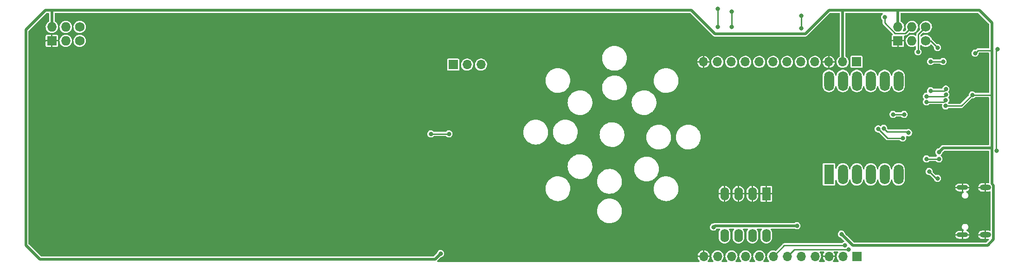
<source format=gtl>
G04 #@! TF.GenerationSoftware,KiCad,Pcbnew,6.0.7-f9a2dced07~116~ubuntu22.04.1*
G04 #@! TF.CreationDate,2022-10-14T14:53:26-07:00*
G04 #@! TF.ProjectId,badge-18650,62616467-652d-4313-9836-35302e6b6963,rev?*
G04 #@! TF.SameCoordinates,Original*
G04 #@! TF.FileFunction,Copper,L1,Top*
G04 #@! TF.FilePolarity,Positive*
%FSLAX46Y46*%
G04 Gerber Fmt 4.6, Leading zero omitted, Abs format (unit mm)*
G04 Created by KiCad (PCBNEW 6.0.7-f9a2dced07~116~ubuntu22.04.1) date 2022-10-14 14:53:26*
%MOMM*%
%LPD*%
G01*
G04 APERTURE LIST*
G04 #@! TA.AperFunction,ComponentPad*
%ADD10O,1.727200X1.727200*%
G04 #@! TD*
G04 #@! TA.AperFunction,ComponentPad*
%ADD11R,1.727200X1.727200*%
G04 #@! TD*
G04 #@! TA.AperFunction,ComponentPad*
%ADD12C,1.727200*%
G04 #@! TD*
G04 #@! TA.AperFunction,ComponentPad*
%ADD13R,1.700000X1.700000*%
G04 #@! TD*
G04 #@! TA.AperFunction,ComponentPad*
%ADD14O,1.700000X1.700000*%
G04 #@! TD*
G04 #@! TA.AperFunction,ComponentPad*
%ADD15R,1.800000X3.600000*%
G04 #@! TD*
G04 #@! TA.AperFunction,ComponentPad*
%ADD16O,1.800000X3.600000*%
G04 #@! TD*
G04 #@! TA.AperFunction,ComponentPad*
%ADD17R,1.600000X2.400000*%
G04 #@! TD*
G04 #@! TA.AperFunction,ComponentPad*
%ADD18O,1.600000X2.400000*%
G04 #@! TD*
G04 #@! TA.AperFunction,ComponentPad*
%ADD19O,2.100000X0.900000*%
G04 #@! TD*
G04 #@! TA.AperFunction,ComponentPad*
%ADD20O,2.100000X1.000000*%
G04 #@! TD*
G04 #@! TA.AperFunction,ViaPad*
%ADD21C,0.800000*%
G04 #@! TD*
G04 #@! TA.AperFunction,Conductor*
%ADD22C,0.250000*%
G04 #@! TD*
G04 #@! TA.AperFunction,Conductor*
%ADD23C,0.500000*%
G04 #@! TD*
G04 APERTURE END LIST*
D10*
G04 #@! TO.P,X1,1,VCC*
G04 #@! TO.N,+3V0*
X109660000Y-97810000D03*
D11*
G04 #@! TO.P,X1,2,GND*
G04 #@! TO.N,GND*
X109660000Y-100350000D03*
D10*
G04 #@! TO.P,X1,3,SDA*
G04 #@! TO.N,/IN2*
X112200000Y-97810000D03*
G04 #@! TO.P,X1,4,SCL*
G04 #@! TO.N,/IN3*
X112200000Y-100350000D03*
D12*
G04 #@! TO.P,X1,5,GPIO1*
G04 #@! TO.N,/OUT0*
X114740000Y-97810000D03*
G04 #@! TO.P,X1,6,GPIO2*
G04 #@! TO.N,/OUT1*
X114740000Y-100350000D03*
G04 #@! TD*
D10*
G04 #@! TO.P,X2,1,VCC*
G04 #@! TO.N,+3V0*
X264057898Y-97810000D03*
D11*
G04 #@! TO.P,X2,2,GND*
G04 #@! TO.N,GND*
X264057898Y-100350000D03*
D10*
G04 #@! TO.P,X2,3,SDA*
G04 #@! TO.N,/IN2*
X266597898Y-97810000D03*
G04 #@! TO.P,X2,4,SCL*
G04 #@! TO.N,/IN3*
X266597898Y-100350000D03*
D12*
G04 #@! TO.P,X2,5,GPIO1*
G04 #@! TO.N,/OUT0*
X269137898Y-97810000D03*
G04 #@! TO.P,X2,6,GPIO2*
G04 #@! TO.N,/OUT1*
X269137898Y-100350000D03*
G04 #@! TD*
D13*
G04 #@! TO.P,J1,1,Pin_1*
G04 #@! TO.N,/OUT0*
X182895000Y-104705000D03*
D14*
G04 #@! TO.P,J1,2,Pin_2*
G04 #@! TO.N,Net-(C7-Pad1)*
X185435000Y-104705000D03*
G04 #@! TO.P,J1,3,Pin_3*
G04 #@! TO.N,/OUT3*
X187975000Y-104705000D03*
G04 #@! TD*
D15*
G04 #@! TO.P,U6,1,e*
G04 #@! TO.N,Net-(R14-Pad2)*
X251460000Y-124725000D03*
D16*
G04 #@! TO.P,U6,2,d*
G04 #@! TO.N,Net-(R13-Pad2)*
X254000000Y-124725000D03*
G04 #@! TO.P,U6,3,DPX*
G04 #@! TO.N,unconnected-(U6-Pad3)*
X256540000Y-124725000D03*
G04 #@! TO.P,U6,4,c*
G04 #@! TO.N,Net-(R12-Pad2)*
X259080000Y-124725000D03*
G04 #@! TO.P,U6,5,g*
G04 #@! TO.N,Net-(R16-Pad2)*
X261620000Y-124725000D03*
G04 #@! TO.P,U6,6,CC4*
G04 #@! TO.N,/CC4*
X264160000Y-124725000D03*
G04 #@! TO.P,U6,7,b*
G04 #@! TO.N,Net-(R11-Pad2)*
X264160000Y-107685000D03*
G04 #@! TO.P,U6,8,CC3*
G04 #@! TO.N,/CC3*
X261620000Y-107685000D03*
G04 #@! TO.P,U6,9,CC2*
G04 #@! TO.N,/CC2*
X259080000Y-107685000D03*
G04 #@! TO.P,U6,10,f*
G04 #@! TO.N,Net-(R15-Pad2)*
X256540000Y-107685000D03*
G04 #@! TO.P,U6,11,a*
G04 #@! TO.N,Net-(R10-Pad2)*
X254000000Y-107685000D03*
G04 #@! TO.P,U6,12,CC1*
G04 #@! TO.N,/CC1*
X251460000Y-107685000D03*
G04 #@! TD*
D17*
G04 #@! TO.P,SW1,1*
G04 #@! TO.N,GND*
X240030000Y-128270000D03*
D18*
G04 #@! TO.P,SW1,2*
X237490000Y-128270000D03*
G04 #@! TO.P,SW1,3*
X234950000Y-128270000D03*
G04 #@! TO.P,SW1,4*
X232410000Y-128270000D03*
G04 #@! TO.P,SW1,5*
G04 #@! TO.N,/IN3*
X232410000Y-135890000D03*
G04 #@! TO.P,SW1,6*
G04 #@! TO.N,/IN2*
X234950000Y-135890000D03*
G04 #@! TO.P,SW1,7*
G04 #@! TO.N,/IN1*
X237490000Y-135890000D03*
G04 #@! TO.P,SW1,8*
G04 #@! TO.N,/IN0*
X240030000Y-135890000D03*
G04 #@! TD*
D13*
G04 #@! TO.P,J2,1,~{RESET}*
G04 #@! TO.N,/~{RESET}*
X256540000Y-139700000D03*
D14*
G04 #@! TO.P,J2,2,+3V*
G04 #@! TO.N,+3V0*
X254000000Y-139700000D03*
G04 #@! TO.P,J2,3,GND*
G04 #@! TO.N,GND*
X251460000Y-139700000D03*
G04 #@! TO.P,J2,4,OUT0*
G04 #@! TO.N,/OUT0*
X248920000Y-139700000D03*
G04 #@! TO.P,J2,5,OUT1*
G04 #@! TO.N,/OUT1*
X246380000Y-139700000D03*
G04 #@! TO.P,J2,6,OUT2*
G04 #@! TO.N,/OUT2*
X243840000Y-139700000D03*
G04 #@! TO.P,J2,7,OUT3*
G04 #@! TO.N,/OUT3*
X241300000Y-139700000D03*
G04 #@! TO.P,J2,8,IN0*
G04 #@! TO.N,/IN0*
X238760000Y-139700000D03*
G04 #@! TO.P,J2,9,IN1*
G04 #@! TO.N,/IN1*
X236220000Y-139700000D03*
G04 #@! TO.P,J2,10,IN2*
G04 #@! TO.N,/IN2*
X233680000Y-139700000D03*
G04 #@! TO.P,J2,11,IN3*
G04 #@! TO.N,/IN3*
X231140000Y-139700000D03*
G04 #@! TO.P,J2,12,GND*
G04 #@! TO.N,GND*
X228600000Y-139700000D03*
G04 #@! TD*
D13*
G04 #@! TO.P,J4,1,~{RESET}*
G04 #@! TO.N,/~{RESET}*
X256515000Y-104197000D03*
D14*
G04 #@! TO.P,J4,2,+3V*
G04 #@! TO.N,+3V0*
X253975000Y-104197000D03*
G04 #@! TO.P,J4,3,GND*
G04 #@! TO.N,GND*
X251435000Y-104197000D03*
G04 #@! TO.P,J4,4,OUT0*
G04 #@! TO.N,/OUT0*
X248895000Y-104197000D03*
G04 #@! TO.P,J4,5,OUT1*
G04 #@! TO.N,/OUT1*
X246355000Y-104197000D03*
G04 #@! TO.P,J4,6,OUT2*
G04 #@! TO.N,/OUT2*
X243815000Y-104197000D03*
G04 #@! TO.P,J4,7,OUT3*
G04 #@! TO.N,/OUT3*
X241275000Y-104197000D03*
G04 #@! TO.P,J4,8,IN0*
G04 #@! TO.N,/IN0*
X238735000Y-104197000D03*
G04 #@! TO.P,J4,9,IN1*
G04 #@! TO.N,/IN1*
X236195000Y-104197000D03*
G04 #@! TO.P,J4,10,IN2*
G04 #@! TO.N,/IN2*
X233655000Y-104197000D03*
G04 #@! TO.P,J4,11,IN3*
G04 #@! TO.N,/IN3*
X231115000Y-104197000D03*
G04 #@! TO.P,J4,12,GND*
G04 #@! TO.N,GND*
X228575000Y-104197000D03*
G04 #@! TD*
D19*
G04 #@! TO.P,J5,S1,SHIELD*
G04 #@! TO.N,GND*
X275820000Y-127125000D03*
D20*
X280000000Y-127125000D03*
D19*
X275820000Y-135765000D03*
D20*
X280000000Y-135765000D03*
G04 #@! TD*
D21*
G04 #@! TO.N,Net-(BT1-Pad1)*
X178816000Y-117348000D03*
X182118000Y-117348000D03*
G04 #@! TO.N,GND*
X184912000Y-134620000D03*
X273304000Y-128270000D03*
X277876000Y-99568000D03*
X275844000Y-120904000D03*
X250190000Y-136652000D03*
X173482000Y-135382000D03*
X272542000Y-117602000D03*
X252476000Y-131064000D03*
X273812000Y-135382000D03*
X248666000Y-105918000D03*
X177038000Y-138430000D03*
X245872000Y-109982000D03*
X252642500Y-136636575D03*
X245872000Y-113792000D03*
X182118000Y-135890000D03*
X247650000Y-136652000D03*
X280162000Y-122174000D03*
X262890000Y-122682000D03*
X183896000Y-133096000D03*
G04 #@! TO.N,VCC*
X245618000Y-134112000D03*
X230378000Y-134366000D03*
G04 #@! TO.N,+3V0*
X253746000Y-135636000D03*
X278130000Y-102616000D03*
X180594000Y-139192000D03*
X277622000Y-110236000D03*
X272758242Y-112233553D03*
X271526000Y-120650000D03*
G04 #@! TO.N,/~{RESET}*
X270002000Y-104140000D03*
X272288000Y-104140000D03*
X282194000Y-101854000D03*
X282027500Y-120411425D03*
G04 #@! TO.N,/OUT0*
X267716000Y-102362000D03*
G04 #@! TO.N,/OUT1*
X246380000Y-95758000D03*
X246380000Y-98044000D03*
X271272000Y-101600000D03*
G04 #@! TO.N,/IN2*
X233680000Y-97790000D03*
X233680000Y-94996000D03*
X261620000Y-96012000D03*
G04 #@! TO.N,/IN3*
X231140000Y-94488000D03*
X231140000Y-97790000D03*
G04 #@! TO.N,Net-(R8-Pad2)*
X272795987Y-109156003D03*
X270002000Y-109474000D03*
G04 #@! TO.N,/OUT2*
X255016000Y-138430000D03*
G04 #@! TO.N,/OUT3*
X269748000Y-124206000D03*
X254341500Y-137689828D03*
X271272000Y-125476000D03*
G04 #@! TO.N,Net-(R10-Pad1)*
X269240000Y-111506000D03*
X263144000Y-113792000D03*
X272779201Y-111154858D03*
X265176000Y-113792000D03*
G04 #@! TO.N,/PB1*
X271526000Y-121920000D03*
X269240000Y-121920000D03*
G04 #@! TO.N,/PA7*
X265976747Y-117135003D03*
X261453802Y-116320750D03*
G04 #@! TO.N,/PA9*
X260461314Y-116438954D03*
X264922000Y-118110000D03*
G04 #@! TO.N,Net-(R15-Pad1)*
X269240000Y-110490000D03*
X272796468Y-110155505D03*
G04 #@! TD*
D22*
G04 #@! TO.N,Net-(BT1-Pad1)*
X178816000Y-117348000D02*
X182118000Y-117348000D01*
D23*
G04 #@! TO.N,VCC*
X230632000Y-134112000D02*
X245618000Y-134112000D01*
X230378000Y-134366000D02*
X230632000Y-134112000D01*
G04 #@! TO.N,+3V0*
X255778000Y-137668000D02*
X253746000Y-135636000D01*
X281178000Y-102108000D02*
X281178000Y-110236000D01*
X104902000Y-137668000D02*
X104902000Y-98298000D01*
X104902000Y-98298000D02*
X108458000Y-94742000D01*
X180594000Y-139192000D02*
X179578000Y-140208000D01*
X108458000Y-94742000D02*
X109728000Y-94742000D01*
X226314000Y-94742000D02*
X230632000Y-99060000D01*
X281178000Y-119888000D02*
X272288000Y-119888000D01*
X264160000Y-94742000D02*
X278892000Y-94742000D01*
X247142000Y-99060000D02*
X251460000Y-94742000D01*
X251460000Y-94742000D02*
X254000000Y-94742000D01*
X230632000Y-99060000D02*
X247142000Y-99060000D01*
X281178000Y-97028000D02*
X281178000Y-102108000D01*
X109660000Y-97810000D02*
X109660000Y-94810000D01*
D22*
X278638000Y-102108000D02*
X278130000Y-102616000D01*
X275624447Y-112233553D02*
X277622000Y-110236000D01*
D23*
X281500000Y-126731497D02*
X281500000Y-136584000D01*
X264057898Y-94844102D02*
X264160000Y-94742000D01*
X111506000Y-94742000D02*
X226314000Y-94742000D01*
X253975000Y-104197000D02*
X253975000Y-94767000D01*
X281178000Y-119888000D02*
X281178000Y-126409497D01*
D22*
X281178000Y-110236000D02*
X277622000Y-110236000D01*
D23*
X109728000Y-94742000D02*
X111506000Y-94742000D01*
X280416000Y-137668000D02*
X255778000Y-137668000D01*
X109660000Y-94810000D02*
X109728000Y-94742000D01*
X107442000Y-140208000D02*
X104902000Y-137668000D01*
X253975000Y-94767000D02*
X254000000Y-94742000D01*
X272288000Y-119888000D02*
X271526000Y-120650000D01*
X264057898Y-97810000D02*
X264057898Y-94844102D01*
D22*
X272758242Y-112233553D02*
X275624447Y-112233553D01*
D23*
X281178000Y-110236000D02*
X281178000Y-119888000D01*
D22*
X281178000Y-102108000D02*
X278638000Y-102108000D01*
D23*
X254000000Y-94742000D02*
X264160000Y-94742000D01*
X278892000Y-94742000D02*
X281178000Y-97028000D01*
X281500000Y-136584000D02*
X280416000Y-137668000D01*
X179578000Y-140208000D02*
X107442000Y-140208000D01*
X281178000Y-126409497D02*
X281500000Y-126731497D01*
D22*
G04 #@! TO.N,/~{RESET}*
X282194000Y-101854000D02*
X281940000Y-102108000D01*
X270002000Y-104140000D02*
X272288000Y-104140000D01*
X281940000Y-120323925D02*
X282027500Y-120411425D01*
X281940000Y-102108000D02*
X281940000Y-120323925D01*
G04 #@! TO.N,/OUT0*
X267786498Y-101021502D02*
X267786498Y-99161400D01*
X267716000Y-101092000D02*
X267786498Y-101021502D01*
X267786498Y-99161400D02*
X269137898Y-97810000D01*
X267716000Y-102362000D02*
X267716000Y-101092000D01*
G04 #@! TO.N,/OUT1*
X246380000Y-98044000D02*
X246380000Y-95758000D01*
X270022000Y-100350000D02*
X269137898Y-100350000D01*
X271272000Y-101600000D02*
X270022000Y-100350000D01*
G04 #@! TO.N,/IN2*
X233680000Y-97790000D02*
X233680000Y-94996000D01*
X261620000Y-97053037D02*
X263565563Y-98998600D01*
X265409298Y-98998600D02*
X266597898Y-97810000D01*
X261620000Y-96012000D02*
X261620000Y-97053037D01*
X263565563Y-98998600D02*
X265409298Y-98998600D01*
G04 #@! TO.N,/IN3*
X231140000Y-97790000D02*
X231140000Y-94488000D01*
G04 #@! TO.N,Net-(R8-Pad2)*
X272477990Y-109474000D02*
X272795987Y-109156003D01*
X270002000Y-109474000D02*
X272477990Y-109474000D01*
G04 #@! TO.N,/OUT2*
X255016000Y-138430000D02*
X245110000Y-138430000D01*
X245110000Y-138430000D02*
X243840000Y-139700000D01*
G04 #@! TO.N,/OUT3*
X271018000Y-125476000D02*
X269748000Y-124206000D01*
X243310172Y-137689828D02*
X254341500Y-137689828D01*
X271272000Y-125476000D02*
X271018000Y-125476000D01*
X241300000Y-139700000D02*
X243310172Y-137689828D01*
G04 #@! TO.N,Net-(R10-Pad1)*
X265176000Y-113792000D02*
X263144000Y-113792000D01*
X272428059Y-111506000D02*
X272779201Y-111154858D01*
X269240000Y-111506000D02*
X272428059Y-111506000D01*
G04 #@! TO.N,/PB1*
X271526000Y-121920000D02*
X269240000Y-121920000D01*
G04 #@! TO.N,/PA7*
X265781246Y-116939502D02*
X262072554Y-116939502D01*
X265976747Y-117135003D02*
X265781246Y-116939502D01*
X262072554Y-116939502D02*
X261453802Y-116320750D01*
G04 #@! TO.N,/PA9*
X264922000Y-118110000D02*
X262132360Y-118110000D01*
X262132360Y-118110000D02*
X260461314Y-116438954D01*
G04 #@! TO.N,Net-(R15-Pad1)*
X272461973Y-110490000D02*
X272796468Y-110155505D01*
X269240000Y-110490000D02*
X272461973Y-110490000D01*
G04 #@! TD*
G04 #@! TA.AperFunction,Conductor*
G04 #@! TO.N,GND*
G36*
X109097621Y-95266502D02*
G01*
X109144114Y-95320158D01*
X109155500Y-95372500D01*
X109155500Y-96737389D01*
X109135498Y-96805510D01*
X109093924Y-96845673D01*
X109049606Y-96872040D01*
X109004950Y-96898607D01*
X109004947Y-96898609D01*
X108999982Y-96901563D01*
X108845484Y-97037054D01*
X108841909Y-97041589D01*
X108841908Y-97041590D01*
X108727407Y-97186834D01*
X108718265Y-97198430D01*
X108622585Y-97380289D01*
X108561648Y-97576538D01*
X108537495Y-97780606D01*
X108550935Y-97985659D01*
X108601517Y-98184828D01*
X108687549Y-98371445D01*
X108806148Y-98539259D01*
X108953342Y-98682649D01*
X108958138Y-98685854D01*
X108958141Y-98685856D01*
X109036523Y-98738229D01*
X109124203Y-98796815D01*
X109129506Y-98799093D01*
X109129509Y-98799095D01*
X109262586Y-98856269D01*
X109313008Y-98877932D01*
X109513433Y-98923284D01*
X109519202Y-98923511D01*
X109519205Y-98923511D01*
X109596697Y-98926555D01*
X109718768Y-98931351D01*
X109829165Y-98915344D01*
X109916419Y-98902693D01*
X109916424Y-98902692D01*
X109922133Y-98901864D01*
X109927597Y-98900009D01*
X109927602Y-98900008D01*
X110111249Y-98837669D01*
X110111254Y-98837667D01*
X110116721Y-98835811D01*
X110296012Y-98735403D01*
X110454003Y-98604003D01*
X110585403Y-98446012D01*
X110677638Y-98281315D01*
X110682987Y-98271764D01*
X110682988Y-98271762D01*
X110685811Y-98266721D01*
X110687667Y-98261254D01*
X110687669Y-98261249D01*
X110750008Y-98077602D01*
X110750009Y-98077597D01*
X110751864Y-98072133D01*
X110753350Y-98061891D01*
X110770516Y-97943498D01*
X110781351Y-97868768D01*
X110782890Y-97810000D01*
X110780189Y-97780606D01*
X111077495Y-97780606D01*
X111090935Y-97985659D01*
X111141517Y-98184828D01*
X111227549Y-98371445D01*
X111346148Y-98539259D01*
X111493342Y-98682649D01*
X111498138Y-98685854D01*
X111498141Y-98685856D01*
X111576523Y-98738229D01*
X111664203Y-98796815D01*
X111669506Y-98799093D01*
X111669509Y-98799095D01*
X111802586Y-98856269D01*
X111853008Y-98877932D01*
X112053433Y-98923284D01*
X112059202Y-98923511D01*
X112059205Y-98923511D01*
X112136697Y-98926555D01*
X112258768Y-98931351D01*
X112369165Y-98915344D01*
X112456419Y-98902693D01*
X112456424Y-98902692D01*
X112462133Y-98901864D01*
X112467597Y-98900009D01*
X112467602Y-98900008D01*
X112651249Y-98837669D01*
X112651254Y-98837667D01*
X112656721Y-98835811D01*
X112836012Y-98735403D01*
X112994003Y-98604003D01*
X113125403Y-98446012D01*
X113217638Y-98281315D01*
X113222987Y-98271764D01*
X113222988Y-98271762D01*
X113225811Y-98266721D01*
X113227667Y-98261254D01*
X113227669Y-98261249D01*
X113290008Y-98077602D01*
X113290009Y-98077597D01*
X113291864Y-98072133D01*
X113293350Y-98061891D01*
X113310516Y-97943498D01*
X113321351Y-97868768D01*
X113322890Y-97810000D01*
X113320189Y-97780606D01*
X113617495Y-97780606D01*
X113630935Y-97985659D01*
X113681517Y-98184828D01*
X113767549Y-98371445D01*
X113886148Y-98539259D01*
X114033342Y-98682649D01*
X114038138Y-98685854D01*
X114038141Y-98685856D01*
X114116523Y-98738229D01*
X114204203Y-98796815D01*
X114209506Y-98799093D01*
X114209509Y-98799095D01*
X114342586Y-98856269D01*
X114393008Y-98877932D01*
X114593433Y-98923284D01*
X114599202Y-98923511D01*
X114599205Y-98923511D01*
X114676697Y-98926555D01*
X114798768Y-98931351D01*
X114909165Y-98915344D01*
X114996419Y-98902693D01*
X114996424Y-98902692D01*
X115002133Y-98901864D01*
X115007597Y-98900009D01*
X115007602Y-98900008D01*
X115191249Y-98837669D01*
X115191254Y-98837667D01*
X115196721Y-98835811D01*
X115376012Y-98735403D01*
X115534003Y-98604003D01*
X115665403Y-98446012D01*
X115757638Y-98281315D01*
X115762987Y-98271764D01*
X115762988Y-98271762D01*
X115765811Y-98266721D01*
X115767667Y-98261254D01*
X115767669Y-98261249D01*
X115830008Y-98077602D01*
X115830009Y-98077597D01*
X115831864Y-98072133D01*
X115833350Y-98061891D01*
X115850516Y-97943498D01*
X115861351Y-97868768D01*
X115862890Y-97810000D01*
X115844087Y-97605370D01*
X115837574Y-97582275D01*
X115789878Y-97413157D01*
X115789876Y-97413152D01*
X115788308Y-97407592D01*
X115697421Y-97223292D01*
X115593816Y-97084547D01*
X115577923Y-97063264D01*
X115577922Y-97063263D01*
X115574470Y-97058640D01*
X115423572Y-96919151D01*
X115369363Y-96884948D01*
X115254665Y-96812579D01*
X115254660Y-96812577D01*
X115249781Y-96809498D01*
X115058918Y-96733351D01*
X114857374Y-96693261D01*
X114851599Y-96693185D01*
X114851595Y-96693185D01*
X114750796Y-96691866D01*
X114651899Y-96690571D01*
X114449375Y-96725372D01*
X114443958Y-96727370D01*
X114443952Y-96727372D01*
X114343562Y-96764408D01*
X114256583Y-96796496D01*
X114234729Y-96809498D01*
X114084950Y-96898607D01*
X114084947Y-96898609D01*
X114079982Y-96901563D01*
X113925484Y-97037054D01*
X113921909Y-97041589D01*
X113921908Y-97041590D01*
X113807407Y-97186834D01*
X113798265Y-97198430D01*
X113702585Y-97380289D01*
X113641648Y-97576538D01*
X113617495Y-97780606D01*
X113320189Y-97780606D01*
X113304087Y-97605370D01*
X113297574Y-97582275D01*
X113249878Y-97413157D01*
X113249876Y-97413152D01*
X113248308Y-97407592D01*
X113157421Y-97223292D01*
X113053816Y-97084547D01*
X113037923Y-97063264D01*
X113037922Y-97063263D01*
X113034470Y-97058640D01*
X112883572Y-96919151D01*
X112829363Y-96884948D01*
X112714665Y-96812579D01*
X112714660Y-96812577D01*
X112709781Y-96809498D01*
X112518918Y-96733351D01*
X112317374Y-96693261D01*
X112311599Y-96693185D01*
X112311595Y-96693185D01*
X112210796Y-96691866D01*
X112111899Y-96690571D01*
X111909375Y-96725372D01*
X111903958Y-96727370D01*
X111903952Y-96727372D01*
X111803562Y-96764408D01*
X111716583Y-96796496D01*
X111694729Y-96809498D01*
X111544950Y-96898607D01*
X111544947Y-96898609D01*
X111539982Y-96901563D01*
X111385484Y-97037054D01*
X111381909Y-97041589D01*
X111381908Y-97041590D01*
X111267407Y-97186834D01*
X111258265Y-97198430D01*
X111162585Y-97380289D01*
X111101648Y-97576538D01*
X111077495Y-97780606D01*
X110780189Y-97780606D01*
X110764087Y-97605370D01*
X110757574Y-97582275D01*
X110709878Y-97413157D01*
X110709876Y-97413152D01*
X110708308Y-97407592D01*
X110617421Y-97223292D01*
X110513816Y-97084547D01*
X110497923Y-97063264D01*
X110497922Y-97063263D01*
X110494470Y-97058640D01*
X110343572Y-96919151D01*
X110223264Y-96843243D01*
X110176327Y-96789978D01*
X110164500Y-96736682D01*
X110164500Y-95372500D01*
X110184502Y-95304379D01*
X110238158Y-95257886D01*
X110290500Y-95246500D01*
X226052839Y-95246500D01*
X226120960Y-95266502D01*
X226141934Y-95283405D01*
X230225323Y-99366794D01*
X230232865Y-99376234D01*
X230233245Y-99375911D01*
X230239063Y-99382747D01*
X230243853Y-99390339D01*
X230250581Y-99396281D01*
X230283859Y-99425671D01*
X230289546Y-99431017D01*
X230300880Y-99442351D01*
X230304463Y-99445036D01*
X230304465Y-99445038D01*
X230309155Y-99448553D01*
X230316998Y-99454938D01*
X230352170Y-99486001D01*
X230360292Y-99489814D01*
X230363093Y-99491654D01*
X230377088Y-99500063D01*
X230380051Y-99501685D01*
X230387236Y-99507070D01*
X230395646Y-99510223D01*
X230395648Y-99510224D01*
X230431182Y-99523546D01*
X230440495Y-99527470D01*
X230482982Y-99547417D01*
X230491856Y-99548799D01*
X230495083Y-99549785D01*
X230510866Y-99553925D01*
X230514144Y-99554646D01*
X230522552Y-99557798D01*
X230536309Y-99558820D01*
X230569357Y-99561276D01*
X230579404Y-99562430D01*
X230587886Y-99563751D01*
X230587889Y-99563751D01*
X230592697Y-99564500D01*
X230608062Y-99564500D01*
X230617400Y-99564846D01*
X230666667Y-99568507D01*
X230675442Y-99566634D01*
X230684138Y-99566041D01*
X230698738Y-99564500D01*
X247071376Y-99564500D01*
X247083381Y-99565841D01*
X247083421Y-99565345D01*
X247092368Y-99566065D01*
X247101124Y-99568046D01*
X247154382Y-99564742D01*
X247162184Y-99564500D01*
X247178226Y-99564500D01*
X247182657Y-99563865D01*
X247182662Y-99563865D01*
X247186687Y-99563288D01*
X247188457Y-99563035D01*
X247198514Y-99562004D01*
X247220976Y-99560611D01*
X247236400Y-99559654D01*
X247236402Y-99559654D01*
X247245359Y-99559098D01*
X247253799Y-99556051D01*
X247257089Y-99555370D01*
X247272938Y-99551418D01*
X247276168Y-99550473D01*
X247285052Y-99549201D01*
X247327763Y-99529782D01*
X247337128Y-99525970D01*
X247372837Y-99513078D01*
X247372840Y-99513076D01*
X247381284Y-99510028D01*
X247388533Y-99504732D01*
X247391490Y-99503160D01*
X247405614Y-99494907D01*
X247408437Y-99493102D01*
X247416605Y-99489388D01*
X247423402Y-99483531D01*
X247423404Y-99483530D01*
X247452153Y-99458757D01*
X247460064Y-99452475D01*
X247470944Y-99444527D01*
X247481806Y-99433665D01*
X247488653Y-99427307D01*
X247519282Y-99400915D01*
X247526082Y-99395056D01*
X247530966Y-99387521D01*
X247536699Y-99380949D01*
X247545926Y-99369545D01*
X251632066Y-95283405D01*
X251694378Y-95249379D01*
X251721161Y-95246500D01*
X253344500Y-95246500D01*
X253412621Y-95266502D01*
X253459114Y-95320158D01*
X253470500Y-95372500D01*
X253470500Y-103140214D01*
X253450498Y-103208335D01*
X253408923Y-103248499D01*
X253327978Y-103296656D01*
X253327977Y-103296657D01*
X253323010Y-103299612D01*
X253318670Y-103303418D01*
X253318666Y-103303421D01*
X253174733Y-103429648D01*
X253170392Y-103433455D01*
X253044720Y-103592869D01*
X253042031Y-103597980D01*
X253042029Y-103597983D01*
X252997914Y-103681832D01*
X252950203Y-103772515D01*
X252890007Y-103966378D01*
X252866148Y-104167964D01*
X252879424Y-104370522D01*
X252880845Y-104376118D01*
X252880846Y-104376123D01*
X252922340Y-104539502D01*
X252929392Y-104567269D01*
X252931809Y-104572512D01*
X252968912Y-104652994D01*
X253014377Y-104751616D01*
X253017710Y-104756332D01*
X253127934Y-104912296D01*
X253131533Y-104917389D01*
X253135675Y-104921424D01*
X253184939Y-104969414D01*
X253276938Y-105059035D01*
X253445720Y-105171812D01*
X253451023Y-105174090D01*
X253451026Y-105174092D01*
X253582283Y-105230484D01*
X253632228Y-105251942D01*
X253686984Y-105264332D01*
X253824579Y-105295467D01*
X253824584Y-105295468D01*
X253830216Y-105296742D01*
X253835987Y-105296969D01*
X253835989Y-105296969D01*
X253895756Y-105299317D01*
X254033053Y-105304712D01*
X254140348Y-105289155D01*
X254228231Y-105276413D01*
X254228236Y-105276412D01*
X254233945Y-105275584D01*
X254239409Y-105273729D01*
X254239414Y-105273728D01*
X254420693Y-105212192D01*
X254420698Y-105212190D01*
X254426165Y-105210334D01*
X254432019Y-105207056D01*
X254513886Y-105161208D01*
X254603276Y-105111147D01*
X254640111Y-105080512D01*
X254754913Y-104985031D01*
X254759345Y-104981345D01*
X254889147Y-104825276D01*
X254980892Y-104661454D01*
X254985510Y-104653208D01*
X254985511Y-104653206D01*
X254988334Y-104648165D01*
X254990190Y-104642698D01*
X254990192Y-104642693D01*
X255051728Y-104461414D01*
X255051729Y-104461409D01*
X255053584Y-104455945D01*
X255054412Y-104450236D01*
X255054413Y-104450231D01*
X255082179Y-104258727D01*
X255082712Y-104255053D01*
X255084232Y-104197000D01*
X255072298Y-104067124D01*
X255066187Y-104000613D01*
X255066186Y-104000610D01*
X255065658Y-103994859D01*
X255064090Y-103989299D01*
X255012125Y-103805046D01*
X255012124Y-103805044D01*
X255010557Y-103799487D01*
X255000076Y-103778232D01*
X254923331Y-103622609D01*
X254920776Y-103617428D01*
X254909981Y-103602971D01*
X254849990Y-103522634D01*
X254799320Y-103454779D01*
X254655609Y-103321933D01*
X255410500Y-103321933D01*
X255410501Y-105072066D01*
X255412181Y-105080512D01*
X255422690Y-105133348D01*
X255425266Y-105146301D01*
X255432161Y-105156620D01*
X255432162Y-105156622D01*
X255472516Y-105217015D01*
X255481516Y-105230484D01*
X255565699Y-105286734D01*
X255639933Y-105301500D01*
X256514858Y-105301500D01*
X257390066Y-105301499D01*
X257425818Y-105294388D01*
X257452126Y-105289156D01*
X257452128Y-105289155D01*
X257464301Y-105286734D01*
X257474621Y-105279839D01*
X257474622Y-105279838D01*
X257538168Y-105237377D01*
X257548484Y-105230484D01*
X257604734Y-105146301D01*
X257619500Y-105072067D01*
X257619499Y-104133096D01*
X269342729Y-104133096D01*
X269346579Y-104167964D01*
X269359005Y-104280515D01*
X269360113Y-104290553D01*
X269362723Y-104297684D01*
X269362723Y-104297686D01*
X269394094Y-104383411D01*
X269414553Y-104439319D01*
X269418789Y-104445622D01*
X269418789Y-104445623D01*
X269496657Y-104561502D01*
X269502908Y-104570805D01*
X269508525Y-104575916D01*
X269508528Y-104575919D01*
X269612174Y-104670229D01*
X269620076Y-104677419D01*
X269759293Y-104753008D01*
X269912522Y-104793207D01*
X269996477Y-104794526D01*
X270063319Y-104795576D01*
X270063322Y-104795576D01*
X270070916Y-104795695D01*
X270225332Y-104760329D01*
X270327978Y-104708704D01*
X270360072Y-104692563D01*
X270360075Y-104692561D01*
X270366855Y-104689151D01*
X270372626Y-104684222D01*
X270372629Y-104684220D01*
X270481542Y-104591199D01*
X270481543Y-104591198D01*
X270487314Y-104586269D01*
X270497586Y-104571974D01*
X270553581Y-104528326D01*
X270599909Y-104519500D01*
X271688141Y-104519500D01*
X271756262Y-104539502D01*
X271783522Y-104563169D01*
X271784671Y-104564500D01*
X271788908Y-104570805D01*
X271794525Y-104575916D01*
X271888531Y-104661454D01*
X271906076Y-104677419D01*
X272045293Y-104753008D01*
X272198522Y-104793207D01*
X272282477Y-104794526D01*
X272349319Y-104795576D01*
X272349322Y-104795576D01*
X272356916Y-104795695D01*
X272511332Y-104760329D01*
X272613978Y-104708704D01*
X272646072Y-104692563D01*
X272646075Y-104692561D01*
X272652855Y-104689151D01*
X272658626Y-104684222D01*
X272658629Y-104684220D01*
X272767536Y-104591204D01*
X272767536Y-104591203D01*
X272773314Y-104586269D01*
X272865755Y-104457624D01*
X272924842Y-104310641D01*
X272945147Y-104167964D01*
X272946581Y-104157891D01*
X272946581Y-104157888D01*
X272947162Y-104153807D01*
X272947307Y-104140000D01*
X272928276Y-103982733D01*
X272872280Y-103834546D01*
X272833440Y-103778033D01*
X272786855Y-103710251D01*
X272786854Y-103710249D01*
X272782553Y-103703992D01*
X272664275Y-103598611D01*
X272656889Y-103594700D01*
X272530988Y-103528039D01*
X272530989Y-103528039D01*
X272524274Y-103524484D01*
X272370633Y-103485892D01*
X272363034Y-103485852D01*
X272363033Y-103485852D01*
X272297181Y-103485507D01*
X272212221Y-103485062D01*
X272204841Y-103486834D01*
X272204839Y-103486834D01*
X272065563Y-103520271D01*
X272065560Y-103520272D01*
X272058184Y-103522043D01*
X271917414Y-103594700D01*
X271798039Y-103698838D01*
X271793672Y-103705051D01*
X271793667Y-103705057D01*
X271792336Y-103706951D01*
X271791013Y-103708005D01*
X271788589Y-103710697D01*
X271788140Y-103710293D01*
X271736802Y-103751183D01*
X271689250Y-103760500D01*
X270601682Y-103760500D01*
X270533561Y-103740498D01*
X270507114Y-103714860D01*
X270505878Y-103715949D01*
X270500855Y-103710251D01*
X270496553Y-103703992D01*
X270378275Y-103598611D01*
X270370889Y-103594700D01*
X270244988Y-103528039D01*
X270244989Y-103528039D01*
X270238274Y-103524484D01*
X270084633Y-103485892D01*
X270077034Y-103485852D01*
X270077033Y-103485852D01*
X270011181Y-103485507D01*
X269926221Y-103485062D01*
X269918841Y-103486834D01*
X269918839Y-103486834D01*
X269779563Y-103520271D01*
X269779560Y-103520272D01*
X269772184Y-103522043D01*
X269631414Y-103594700D01*
X269512039Y-103698838D01*
X269420950Y-103828444D01*
X269417956Y-103836123D01*
X269369282Y-103960967D01*
X269363406Y-103976037D01*
X269362414Y-103983570D01*
X269362414Y-103983571D01*
X269343739Y-104125428D01*
X269342729Y-104133096D01*
X257619499Y-104133096D01*
X257619499Y-103321934D01*
X257609483Y-103271576D01*
X257607156Y-103259874D01*
X257607155Y-103259872D01*
X257604734Y-103247699D01*
X257594857Y-103232916D01*
X257555377Y-103173832D01*
X257548484Y-103163516D01*
X257464301Y-103107266D01*
X257390067Y-103092500D01*
X256515142Y-103092500D01*
X255639934Y-103092501D01*
X255604182Y-103099612D01*
X255577874Y-103104844D01*
X255577872Y-103104845D01*
X255565699Y-103107266D01*
X255555379Y-103114161D01*
X255555378Y-103114162D01*
X255522594Y-103136068D01*
X255481516Y-103163516D01*
X255425266Y-103247699D01*
X255410500Y-103321933D01*
X254655609Y-103321933D01*
X254650258Y-103316987D01*
X254645375Y-103313906D01*
X254645371Y-103313903D01*
X254538265Y-103246325D01*
X254491326Y-103193058D01*
X254479500Y-103139763D01*
X254479500Y-101232428D01*
X262940299Y-101232428D01*
X262941507Y-101244688D01*
X262952613Y-101300531D01*
X262961931Y-101323027D01*
X263004281Y-101386408D01*
X263021490Y-101403617D01*
X263084873Y-101445968D01*
X263107364Y-101455284D01*
X263163213Y-101466393D01*
X263175468Y-101467600D01*
X263912783Y-101467600D01*
X263928022Y-101463125D01*
X263929227Y-101461735D01*
X263930898Y-101454052D01*
X263930898Y-101449484D01*
X264184898Y-101449484D01*
X264189373Y-101464723D01*
X264190763Y-101465928D01*
X264198446Y-101467599D01*
X264940326Y-101467599D01*
X264952586Y-101466391D01*
X265008429Y-101455285D01*
X265030925Y-101445967D01*
X265094306Y-101403617D01*
X265111515Y-101386408D01*
X265153866Y-101323025D01*
X265163182Y-101300534D01*
X265174291Y-101244685D01*
X265175498Y-101232430D01*
X265175498Y-100495115D01*
X265171023Y-100479876D01*
X265169633Y-100478671D01*
X265161950Y-100477000D01*
X264203013Y-100477000D01*
X264187774Y-100481475D01*
X264186569Y-100482865D01*
X264184898Y-100490548D01*
X264184898Y-101449484D01*
X263930898Y-101449484D01*
X263930898Y-100495115D01*
X263926423Y-100479876D01*
X263925033Y-100478671D01*
X263917350Y-100477000D01*
X262958414Y-100477000D01*
X262943175Y-100481475D01*
X262941970Y-100482865D01*
X262940299Y-100490548D01*
X262940299Y-101232428D01*
X254479500Y-101232428D01*
X254479500Y-100320606D01*
X265475393Y-100320606D01*
X265488833Y-100525659D01*
X265539415Y-100724828D01*
X265625447Y-100911445D01*
X265744046Y-101079259D01*
X265795661Y-101129540D01*
X265861468Y-101193646D01*
X265891240Y-101222649D01*
X265896036Y-101225854D01*
X265896039Y-101225856D01*
X266014781Y-101305197D01*
X266062101Y-101336815D01*
X266067404Y-101339093D01*
X266067407Y-101339095D01*
X266210602Y-101400616D01*
X266250906Y-101417932D01*
X266451331Y-101463284D01*
X266457100Y-101463511D01*
X266457103Y-101463511D01*
X266534595Y-101466555D01*
X266656666Y-101471351D01*
X266758348Y-101456608D01*
X266854317Y-101442693D01*
X266854322Y-101442692D01*
X266860031Y-101441864D01*
X266865495Y-101440009D01*
X266865500Y-101440008D01*
X267049147Y-101377669D01*
X267049152Y-101377667D01*
X267054619Y-101375811D01*
X267148872Y-101323027D01*
X267148934Y-101322992D01*
X267218142Y-101307158D01*
X267284924Y-101331255D01*
X267328077Y-101387632D01*
X267336500Y-101432926D01*
X267336500Y-101767187D01*
X267316498Y-101835308D01*
X267293330Y-101862135D01*
X267226039Y-101920838D01*
X267134950Y-102050444D01*
X267106178Y-102124241D01*
X267095136Y-102152563D01*
X267077406Y-102198037D01*
X267076414Y-102205570D01*
X267076414Y-102205571D01*
X267063037Y-102307185D01*
X267056729Y-102355096D01*
X267061490Y-102398220D01*
X267072367Y-102496736D01*
X267074113Y-102512553D01*
X267076723Y-102519684D01*
X267076723Y-102519686D01*
X267119494Y-102636563D01*
X267128553Y-102661319D01*
X267132789Y-102667622D01*
X267132789Y-102667623D01*
X267207709Y-102779115D01*
X267216908Y-102792805D01*
X267222527Y-102797918D01*
X267222528Y-102797919D01*
X267233903Y-102808269D01*
X267334076Y-102899419D01*
X267473293Y-102975008D01*
X267626522Y-103015207D01*
X267710477Y-103016526D01*
X267777319Y-103017576D01*
X267777322Y-103017576D01*
X267784916Y-103017695D01*
X267939332Y-102982329D01*
X268036172Y-102933624D01*
X268074072Y-102914563D01*
X268074075Y-102914561D01*
X268080855Y-102911151D01*
X268086626Y-102906222D01*
X268086629Y-102906220D01*
X268195536Y-102813204D01*
X268195536Y-102813203D01*
X268201314Y-102808269D01*
X268293755Y-102679624D01*
X268352842Y-102532641D01*
X268364313Y-102452037D01*
X268374581Y-102379891D01*
X268374581Y-102379888D01*
X268375162Y-102375807D01*
X268375307Y-102362000D01*
X268356276Y-102204733D01*
X268300280Y-102056546D01*
X268288974Y-102040095D01*
X268214855Y-101932251D01*
X268214854Y-101932249D01*
X268210553Y-101925992D01*
X268137681Y-101861065D01*
X268100126Y-101800816D01*
X268095500Y-101766989D01*
X268095500Y-101286262D01*
X268113520Y-101224892D01*
X268112189Y-101224161D01*
X268117206Y-101215034D01*
X268123654Y-101206855D01*
X268126687Y-101198218D01*
X268132011Y-101190768D01*
X268134995Y-101180791D01*
X268139578Y-101171436D01*
X268142913Y-101173070D01*
X268171180Y-101129540D01*
X268235900Y-101100353D01*
X268306125Y-101110789D01*
X268341163Y-101134900D01*
X268414317Y-101206163D01*
X268431240Y-101222649D01*
X268436036Y-101225854D01*
X268436039Y-101225856D01*
X268554781Y-101305197D01*
X268602101Y-101336815D01*
X268607404Y-101339093D01*
X268607407Y-101339095D01*
X268750602Y-101400616D01*
X268790906Y-101417932D01*
X268991331Y-101463284D01*
X268997100Y-101463511D01*
X268997103Y-101463511D01*
X269074595Y-101466555D01*
X269196666Y-101471351D01*
X269298348Y-101456608D01*
X269394317Y-101442693D01*
X269394322Y-101442692D01*
X269400031Y-101441864D01*
X269405495Y-101440009D01*
X269405500Y-101440008D01*
X269589147Y-101377669D01*
X269589152Y-101377667D01*
X269594619Y-101375811D01*
X269773910Y-101275403D01*
X269931901Y-101144003D01*
X270001333Y-101060520D01*
X270060269Y-101020937D01*
X270131251Y-101019500D01*
X270187301Y-101051995D01*
X270582249Y-101446943D01*
X270616275Y-101509255D01*
X270618076Y-101552482D01*
X270612729Y-101593096D01*
X270621288Y-101670621D01*
X270629140Y-101741737D01*
X270630113Y-101750553D01*
X270632723Y-101757684D01*
X270632723Y-101757686D01*
X270670555Y-101861066D01*
X270684553Y-101899319D01*
X270688789Y-101905622D01*
X270688789Y-101905623D01*
X270726043Y-101961062D01*
X270772908Y-102030805D01*
X270778527Y-102035918D01*
X270778528Y-102035919D01*
X270794491Y-102050444D01*
X270890076Y-102137419D01*
X271029293Y-102213008D01*
X271182522Y-102253207D01*
X271266477Y-102254526D01*
X271333319Y-102255576D01*
X271333322Y-102255576D01*
X271340916Y-102255695D01*
X271495332Y-102220329D01*
X271592172Y-102171624D01*
X271630072Y-102152563D01*
X271630075Y-102152561D01*
X271636855Y-102149151D01*
X271642626Y-102144222D01*
X271642629Y-102144220D01*
X271751536Y-102051204D01*
X271751536Y-102051203D01*
X271757314Y-102046269D01*
X271849755Y-101917624D01*
X271908842Y-101770641D01*
X271919360Y-101696733D01*
X271930581Y-101617891D01*
X271930581Y-101617888D01*
X271931162Y-101613807D01*
X271931231Y-101607265D01*
X271931264Y-101604134D01*
X271931264Y-101604128D01*
X271931307Y-101600000D01*
X271929561Y-101585567D01*
X271925557Y-101552485D01*
X271912276Y-101442733D01*
X271856280Y-101294546D01*
X271804099Y-101218622D01*
X271770855Y-101170251D01*
X271770854Y-101170249D01*
X271766553Y-101163992D01*
X271648275Y-101058611D01*
X271508274Y-100984484D01*
X271354633Y-100945892D01*
X271347034Y-100945852D01*
X271347033Y-100945852D01*
X271286626Y-100945536D01*
X271205335Y-100945110D01*
X271137321Y-100924752D01*
X271116901Y-100908207D01*
X270328478Y-100119784D01*
X270313336Y-100101036D01*
X270312221Y-100099811D01*
X270306571Y-100091060D01*
X270298393Y-100084613D01*
X270298391Y-100084611D01*
X270280200Y-100070271D01*
X270275759Y-100066325D01*
X270275697Y-100066398D01*
X270271733Y-100063039D01*
X270268056Y-100059362D01*
X270252308Y-100048108D01*
X270247638Y-100044602D01*
X270235971Y-100035405D01*
X270194860Y-99977525D01*
X270192719Y-99970687D01*
X270186206Y-99947592D01*
X270095319Y-99763292D01*
X269972368Y-99598640D01*
X269871867Y-99505738D01*
X269825710Y-99463070D01*
X269825707Y-99463068D01*
X269821470Y-99459151D01*
X269726879Y-99399469D01*
X269652563Y-99352579D01*
X269652558Y-99352577D01*
X269647679Y-99349498D01*
X269456816Y-99273351D01*
X269255272Y-99233261D01*
X269249497Y-99233185D01*
X269249493Y-99233185D01*
X269148694Y-99231866D01*
X269049797Y-99230571D01*
X268847273Y-99265372D01*
X268841856Y-99267370D01*
X268841850Y-99267372D01*
X268707829Y-99316815D01*
X268654481Y-99336496D01*
X268584736Y-99377990D01*
X268482848Y-99438607D01*
X268482845Y-99438609D01*
X268477880Y-99441563D01*
X268473540Y-99445369D01*
X268473536Y-99445372D01*
X268430026Y-99483530D01*
X268377286Y-99529782D01*
X268375076Y-99531720D01*
X268310672Y-99561597D01*
X268240339Y-99551911D01*
X268186407Y-99505738D01*
X268165998Y-99436988D01*
X268165998Y-99370784D01*
X268186000Y-99302663D01*
X268202903Y-99281689D01*
X268601650Y-98882942D01*
X268663962Y-98848916D01*
X268740482Y-98856269D01*
X268785595Y-98875651D01*
X268785603Y-98875653D01*
X268790906Y-98877932D01*
X268991331Y-98923284D01*
X268997100Y-98923511D01*
X268997103Y-98923511D01*
X269074595Y-98926555D01*
X269196666Y-98931351D01*
X269307063Y-98915344D01*
X269394317Y-98902693D01*
X269394322Y-98902692D01*
X269400031Y-98901864D01*
X269405495Y-98900009D01*
X269405500Y-98900008D01*
X269589147Y-98837669D01*
X269589152Y-98837667D01*
X269594619Y-98835811D01*
X269773910Y-98735403D01*
X269931901Y-98604003D01*
X270063301Y-98446012D01*
X270155536Y-98281315D01*
X270160885Y-98271764D01*
X270160886Y-98271762D01*
X270163709Y-98266721D01*
X270165565Y-98261254D01*
X270165567Y-98261249D01*
X270227906Y-98077602D01*
X270227907Y-98077597D01*
X270229762Y-98072133D01*
X270231248Y-98061891D01*
X270248414Y-97943498D01*
X270259249Y-97868768D01*
X270260788Y-97810000D01*
X270241985Y-97605370D01*
X270235472Y-97582275D01*
X270187776Y-97413157D01*
X270187774Y-97413152D01*
X270186206Y-97407592D01*
X270095319Y-97223292D01*
X269991714Y-97084547D01*
X269975821Y-97063264D01*
X269975820Y-97063263D01*
X269972368Y-97058640D01*
X269821470Y-96919151D01*
X269767261Y-96884948D01*
X269652563Y-96812579D01*
X269652558Y-96812577D01*
X269647679Y-96809498D01*
X269456816Y-96733351D01*
X269255272Y-96693261D01*
X269249497Y-96693185D01*
X269249493Y-96693185D01*
X269148694Y-96691866D01*
X269049797Y-96690571D01*
X268847273Y-96725372D01*
X268841856Y-96727370D01*
X268841850Y-96727372D01*
X268741460Y-96764408D01*
X268654481Y-96796496D01*
X268632627Y-96809498D01*
X268482848Y-96898607D01*
X268482845Y-96898609D01*
X268477880Y-96901563D01*
X268323382Y-97037054D01*
X268319807Y-97041589D01*
X268319806Y-97041590D01*
X268205305Y-97186834D01*
X268196163Y-97198430D01*
X268100483Y-97380289D01*
X268039546Y-97576538D01*
X268015393Y-97780606D01*
X268028833Y-97985659D01*
X268079415Y-98184828D01*
X268089022Y-98205668D01*
X268099377Y-98275904D01*
X268070115Y-98340590D01*
X268063691Y-98347513D01*
X267556282Y-98854922D01*
X267537534Y-98870064D01*
X267536309Y-98871179D01*
X267527558Y-98876829D01*
X267521111Y-98885007D01*
X267521109Y-98885009D01*
X267506769Y-98903200D01*
X267502823Y-98907641D01*
X267502896Y-98907703D01*
X267499537Y-98911667D01*
X267495860Y-98915344D01*
X267484606Y-98931092D01*
X267481100Y-98935762D01*
X267449342Y-98976047D01*
X267446310Y-98984681D01*
X267440984Y-98992134D01*
X267437999Y-99002115D01*
X267426297Y-99041244D01*
X267424462Y-99046892D01*
X267419859Y-99060000D01*
X267407480Y-99095251D01*
X267406998Y-99100816D01*
X267406998Y-99103524D01*
X267406884Y-99106158D01*
X267406855Y-99106256D01*
X267406691Y-99106249D01*
X267406647Y-99106953D01*
X267404785Y-99113178D01*
X267406901Y-99167035D01*
X267406998Y-99171982D01*
X267406998Y-99309869D01*
X267386996Y-99377990D01*
X267333340Y-99424483D01*
X267263066Y-99434587D01*
X267213763Y-99416431D01*
X267112563Y-99352579D01*
X267112558Y-99352577D01*
X267107679Y-99349498D01*
X266916816Y-99273351D01*
X266715272Y-99233261D01*
X266709497Y-99233185D01*
X266709493Y-99233185D01*
X266608694Y-99231866D01*
X266509797Y-99230571D01*
X266307273Y-99265372D01*
X266301856Y-99267370D01*
X266301850Y-99267372D01*
X266167829Y-99316815D01*
X266114481Y-99336496D01*
X266044736Y-99377990D01*
X265942848Y-99438607D01*
X265942845Y-99438609D01*
X265937880Y-99441563D01*
X265783382Y-99577054D01*
X265656163Y-99738430D01*
X265560483Y-99920289D01*
X265558771Y-99925803D01*
X265504360Y-100101036D01*
X265499546Y-100116538D01*
X265475393Y-100320606D01*
X254479500Y-100320606D01*
X254479500Y-95372500D01*
X254499502Y-95304379D01*
X254553158Y-95257886D01*
X254605500Y-95246500D01*
X261165725Y-95246500D01*
X261233846Y-95266502D01*
X261280339Y-95320158D01*
X261290443Y-95390432D01*
X261260949Y-95455012D01*
X261248555Y-95467449D01*
X261202476Y-95507647D01*
X261130039Y-95570838D01*
X261038950Y-95700444D01*
X260981406Y-95848037D01*
X260980414Y-95855570D01*
X260980414Y-95855571D01*
X260967434Y-95954167D01*
X260960729Y-96005096D01*
X260978113Y-96162553D01*
X260980723Y-96169684D01*
X260980723Y-96169686D01*
X261026451Y-96294643D01*
X261032553Y-96311319D01*
X261036789Y-96317622D01*
X261036789Y-96317623D01*
X261060783Y-96353329D01*
X261120908Y-96442805D01*
X261126527Y-96447918D01*
X261126528Y-96447919D01*
X261199299Y-96514135D01*
X261236222Y-96574775D01*
X261240500Y-96607329D01*
X261240500Y-96999117D01*
X261237951Y-97023065D01*
X261237872Y-97024730D01*
X261235680Y-97034913D01*
X261236904Y-97045254D01*
X261239627Y-97068260D01*
X261239977Y-97074191D01*
X261240072Y-97074183D01*
X261240500Y-97079361D01*
X261240500Y-97084561D01*
X261241354Y-97089690D01*
X261241354Y-97089693D01*
X261243669Y-97103602D01*
X261244506Y-97109480D01*
X261250530Y-97160378D01*
X261254493Y-97168630D01*
X261255996Y-97177663D01*
X261260943Y-97186832D01*
X261260944Y-97186834D01*
X261280334Y-97222769D01*
X261283031Y-97228062D01*
X261301785Y-97267119D01*
X261301788Y-97267123D01*
X261305219Y-97274269D01*
X261308814Y-97278545D01*
X261310737Y-97280468D01*
X261312509Y-97282400D01*
X261312552Y-97282479D01*
X261312428Y-97282592D01*
X261312904Y-97283132D01*
X261315990Y-97288851D01*
X261323635Y-97295918D01*
X261355586Y-97325453D01*
X261359152Y-97328883D01*
X263095858Y-99065589D01*
X263129884Y-99127901D01*
X263124819Y-99198716D01*
X263076765Y-99259449D01*
X263021490Y-99296383D01*
X263004281Y-99313592D01*
X262961930Y-99376975D01*
X262952614Y-99399466D01*
X262941505Y-99455315D01*
X262940298Y-99467570D01*
X262940298Y-100204885D01*
X262944773Y-100220124D01*
X262946163Y-100221329D01*
X262953846Y-100223000D01*
X265157382Y-100223000D01*
X265172621Y-100218525D01*
X265173826Y-100217135D01*
X265175497Y-100209452D01*
X265175497Y-99504100D01*
X265195499Y-99435979D01*
X265249155Y-99389486D01*
X265301497Y-99378100D01*
X265355378Y-99378100D01*
X265379326Y-99380649D01*
X265380991Y-99380728D01*
X265391174Y-99382920D01*
X265401515Y-99381696D01*
X265424521Y-99378973D01*
X265430452Y-99378623D01*
X265430444Y-99378528D01*
X265435622Y-99378100D01*
X265440822Y-99378100D01*
X265445951Y-99377246D01*
X265445954Y-99377246D01*
X265459863Y-99374931D01*
X265465741Y-99374094D01*
X265506299Y-99369294D01*
X265506300Y-99369294D01*
X265516639Y-99368070D01*
X265524891Y-99364107D01*
X265533924Y-99362604D01*
X265543093Y-99357657D01*
X265543095Y-99357656D01*
X265579030Y-99338266D01*
X265584323Y-99335569D01*
X265623380Y-99316815D01*
X265623384Y-99316812D01*
X265630530Y-99313381D01*
X265634806Y-99309786D01*
X265636729Y-99307863D01*
X265638661Y-99306091D01*
X265638740Y-99306048D01*
X265638853Y-99306172D01*
X265639393Y-99305696D01*
X265645112Y-99302610D01*
X265681715Y-99263013D01*
X265685144Y-99259448D01*
X266061650Y-98882942D01*
X266123962Y-98848916D01*
X266200482Y-98856269D01*
X266245595Y-98875651D01*
X266245603Y-98875653D01*
X266250906Y-98877932D01*
X266451331Y-98923284D01*
X266457100Y-98923511D01*
X266457103Y-98923511D01*
X266534595Y-98926555D01*
X266656666Y-98931351D01*
X266767063Y-98915344D01*
X266854317Y-98902693D01*
X266854322Y-98902692D01*
X266860031Y-98901864D01*
X266865495Y-98900009D01*
X266865500Y-98900008D01*
X267049147Y-98837669D01*
X267049152Y-98837667D01*
X267054619Y-98835811D01*
X267233910Y-98735403D01*
X267391901Y-98604003D01*
X267523301Y-98446012D01*
X267615536Y-98281315D01*
X267620885Y-98271764D01*
X267620886Y-98271762D01*
X267623709Y-98266721D01*
X267625565Y-98261254D01*
X267625567Y-98261249D01*
X267687906Y-98077602D01*
X267687907Y-98077597D01*
X267689762Y-98072133D01*
X267691248Y-98061891D01*
X267708414Y-97943498D01*
X267719249Y-97868768D01*
X267720788Y-97810000D01*
X267701985Y-97605370D01*
X267695472Y-97582275D01*
X267647776Y-97413157D01*
X267647774Y-97413152D01*
X267646206Y-97407592D01*
X267555319Y-97223292D01*
X267451714Y-97084547D01*
X267435821Y-97063264D01*
X267435820Y-97063263D01*
X267432368Y-97058640D01*
X267281470Y-96919151D01*
X267227261Y-96884948D01*
X267112563Y-96812579D01*
X267112558Y-96812577D01*
X267107679Y-96809498D01*
X266916816Y-96733351D01*
X266715272Y-96693261D01*
X266709497Y-96693185D01*
X266709493Y-96693185D01*
X266608694Y-96691866D01*
X266509797Y-96690571D01*
X266307273Y-96725372D01*
X266301856Y-96727370D01*
X266301850Y-96727372D01*
X266201460Y-96764408D01*
X266114481Y-96796496D01*
X266092627Y-96809498D01*
X265942848Y-96898607D01*
X265942845Y-96898609D01*
X265937880Y-96901563D01*
X265783382Y-97037054D01*
X265779807Y-97041589D01*
X265779806Y-97041590D01*
X265665305Y-97186834D01*
X265656163Y-97198430D01*
X265560483Y-97380289D01*
X265499546Y-97576538D01*
X265475393Y-97780606D01*
X265488833Y-97985659D01*
X265539415Y-98184828D01*
X265549022Y-98205668D01*
X265559377Y-98275904D01*
X265530115Y-98340590D01*
X265523691Y-98347513D01*
X265289009Y-98582195D01*
X265226697Y-98616221D01*
X265199914Y-98619100D01*
X265101343Y-98619100D01*
X265033222Y-98599098D01*
X264986729Y-98545442D01*
X264976625Y-98475168D01*
X264991409Y-98431534D01*
X265080885Y-98271764D01*
X265080886Y-98271762D01*
X265083709Y-98266721D01*
X265085565Y-98261254D01*
X265085567Y-98261249D01*
X265147906Y-98077602D01*
X265147907Y-98077597D01*
X265149762Y-98072133D01*
X265151248Y-98061891D01*
X265168414Y-97943498D01*
X265179249Y-97868768D01*
X265180788Y-97810000D01*
X265161985Y-97605370D01*
X265155472Y-97582275D01*
X265107776Y-97413157D01*
X265107774Y-97413152D01*
X265106206Y-97407592D01*
X265015319Y-97223292D01*
X264911714Y-97084547D01*
X264895821Y-97063264D01*
X264895820Y-97063263D01*
X264892368Y-97058640D01*
X264741470Y-96919151D01*
X264621162Y-96843243D01*
X264574225Y-96789978D01*
X264562398Y-96736682D01*
X264562398Y-95372500D01*
X264582400Y-95304379D01*
X264636056Y-95257886D01*
X264688398Y-95246500D01*
X278630839Y-95246500D01*
X278698960Y-95266502D01*
X278719934Y-95283405D01*
X280636595Y-97200066D01*
X280670621Y-97262378D01*
X280673500Y-97289161D01*
X280673500Y-101602500D01*
X280653498Y-101670621D01*
X280599842Y-101717114D01*
X280547500Y-101728500D01*
X278691920Y-101728500D01*
X278667973Y-101725951D01*
X278666307Y-101725872D01*
X278656124Y-101723680D01*
X278645782Y-101724904D01*
X278645779Y-101724904D01*
X278622787Y-101727626D01*
X278616846Y-101727977D01*
X278616854Y-101728072D01*
X278611674Y-101728500D01*
X278606476Y-101728500D01*
X278601354Y-101729353D01*
X278601349Y-101729353D01*
X278587427Y-101731671D01*
X278581550Y-101732508D01*
X278575049Y-101733277D01*
X278540997Y-101737307D01*
X278540995Y-101737308D01*
X278530659Y-101738531D01*
X278522410Y-101742492D01*
X278513374Y-101743996D01*
X278504205Y-101748943D01*
X278504203Y-101748944D01*
X278468240Y-101768348D01*
X278462951Y-101771043D01*
X278423915Y-101789788D01*
X278416768Y-101793220D01*
X278412492Y-101796814D01*
X278410552Y-101798754D01*
X278408641Y-101800507D01*
X278408551Y-101800556D01*
X278408439Y-101800433D01*
X278407904Y-101800905D01*
X278402186Y-101803990D01*
X278395119Y-101811635D01*
X278365584Y-101843586D01*
X278362154Y-101847152D01*
X278284411Y-101924895D01*
X278222099Y-101958921D01*
X278194658Y-101961798D01*
X278054221Y-101961062D01*
X278046841Y-101962834D01*
X278046839Y-101962834D01*
X277907563Y-101996271D01*
X277907560Y-101996272D01*
X277900184Y-101998043D01*
X277759414Y-102070700D01*
X277640039Y-102174838D01*
X277548950Y-102304444D01*
X277546190Y-102311524D01*
X277509136Y-102406563D01*
X277491406Y-102452037D01*
X277490414Y-102459570D01*
X277490414Y-102459571D01*
X277472304Y-102597135D01*
X277470729Y-102609096D01*
X277488113Y-102766553D01*
X277490723Y-102773684D01*
X277490723Y-102773686D01*
X277534865Y-102894309D01*
X277542553Y-102915319D01*
X277546789Y-102921622D01*
X277546789Y-102921623D01*
X277583957Y-102976934D01*
X277630908Y-103046805D01*
X277636527Y-103051918D01*
X277636528Y-103051919D01*
X277724887Y-103132319D01*
X277748076Y-103153419D01*
X277887293Y-103229008D01*
X278040522Y-103269207D01*
X278124477Y-103270526D01*
X278191319Y-103271576D01*
X278191322Y-103271576D01*
X278198916Y-103271695D01*
X278353332Y-103236329D01*
X278477595Y-103173832D01*
X278488072Y-103168563D01*
X278488075Y-103168561D01*
X278494855Y-103165151D01*
X278500626Y-103160222D01*
X278500629Y-103160220D01*
X278609536Y-103067204D01*
X278609536Y-103067203D01*
X278615314Y-103062269D01*
X278707755Y-102933624D01*
X278766842Y-102786641D01*
X278789162Y-102629807D01*
X278789307Y-102616000D01*
X278790314Y-102616011D01*
X278805515Y-102551296D01*
X278856540Y-102501930D01*
X278915090Y-102487500D01*
X280547500Y-102487500D01*
X280615621Y-102507502D01*
X280662114Y-102561158D01*
X280673500Y-102613500D01*
X280673500Y-109730500D01*
X280653498Y-109798621D01*
X280599842Y-109845114D01*
X280547500Y-109856500D01*
X278221682Y-109856500D01*
X278153561Y-109836498D01*
X278127114Y-109810860D01*
X278125878Y-109811949D01*
X278120855Y-109806251D01*
X278116553Y-109799992D01*
X277998275Y-109694611D01*
X277990889Y-109690700D01*
X277879436Y-109631689D01*
X277858274Y-109620484D01*
X277704633Y-109581892D01*
X277697034Y-109581852D01*
X277697033Y-109581852D01*
X277631181Y-109581507D01*
X277546221Y-109581062D01*
X277538841Y-109582834D01*
X277538839Y-109582834D01*
X277399563Y-109616271D01*
X277399560Y-109616272D01*
X277392184Y-109618043D01*
X277251414Y-109690700D01*
X277132039Y-109794838D01*
X277040950Y-109924444D01*
X277014948Y-109991136D01*
X276990390Y-110054125D01*
X276983406Y-110072037D01*
X276982414Y-110079570D01*
X276982414Y-110079571D01*
X276965278Y-110209735D01*
X276962729Y-110229096D01*
X276963563Y-110236647D01*
X276968963Y-110285566D01*
X276956557Y-110355470D01*
X276932819Y-110388487D01*
X275504158Y-111817148D01*
X275441846Y-111851174D01*
X275415063Y-111854053D01*
X273357924Y-111854053D01*
X273289803Y-111834051D01*
X273263357Y-111808414D01*
X273262121Y-111809503D01*
X273257097Y-111803804D01*
X273252795Y-111797545D01*
X273247124Y-111792492D01*
X273242996Y-111787810D01*
X273212951Y-111723485D01*
X273222452Y-111653127D01*
X273255677Y-111608676D01*
X273258735Y-111606065D01*
X273258741Y-111606059D01*
X273264515Y-111601127D01*
X273356956Y-111472482D01*
X273416043Y-111325499D01*
X273434161Y-111198193D01*
X273437782Y-111172749D01*
X273437782Y-111172746D01*
X273438363Y-111168665D01*
X273438508Y-111154858D01*
X273437576Y-111147152D01*
X273429685Y-111081949D01*
X273419477Y-110997591D01*
X273363481Y-110849404D01*
X273286708Y-110737698D01*
X273264608Y-110670230D01*
X273282493Y-110601523D01*
X273288226Y-110592806D01*
X273291795Y-110587839D01*
X273374223Y-110473129D01*
X273433310Y-110326146D01*
X273453323Y-110185524D01*
X273455049Y-110173396D01*
X273455049Y-110173393D01*
X273455630Y-110169312D01*
X273455775Y-110155505D01*
X273436744Y-109998238D01*
X273380748Y-109850051D01*
X273353813Y-109810860D01*
X273295247Y-109725645D01*
X273273147Y-109658175D01*
X273291033Y-109589468D01*
X273296756Y-109580764D01*
X273373742Y-109473627D01*
X273432829Y-109326644D01*
X273455149Y-109169810D01*
X273455294Y-109156003D01*
X273436263Y-108998736D01*
X273380267Y-108850549D01*
X273290540Y-108719995D01*
X273172262Y-108614614D01*
X273164876Y-108610703D01*
X273038975Y-108544042D01*
X273038976Y-108544042D01*
X273032261Y-108540487D01*
X272878620Y-108501895D01*
X272871021Y-108501855D01*
X272871020Y-108501855D01*
X272805168Y-108501510D01*
X272720208Y-108501065D01*
X272712828Y-108502837D01*
X272712826Y-108502837D01*
X272573550Y-108536274D01*
X272573547Y-108536275D01*
X272566171Y-108538046D01*
X272425401Y-108610703D01*
X272306026Y-108714841D01*
X272214937Y-108844447D01*
X272157393Y-108992040D01*
X272156402Y-108999569D01*
X272156333Y-108999837D01*
X272120018Y-109060842D01*
X272056485Y-109092530D01*
X272034292Y-109094500D01*
X270601682Y-109094500D01*
X270533561Y-109074498D01*
X270507114Y-109048860D01*
X270505878Y-109049949D01*
X270500855Y-109044251D01*
X270496553Y-109037992D01*
X270378275Y-108932611D01*
X270370889Y-108928700D01*
X270244988Y-108862039D01*
X270244989Y-108862039D01*
X270238274Y-108858484D01*
X270084633Y-108819892D01*
X270077034Y-108819852D01*
X270077033Y-108819852D01*
X270011181Y-108819507D01*
X269926221Y-108819062D01*
X269918841Y-108820834D01*
X269918839Y-108820834D01*
X269779563Y-108854271D01*
X269779560Y-108854272D01*
X269772184Y-108856043D01*
X269631414Y-108928700D01*
X269512039Y-109032838D01*
X269420950Y-109162444D01*
X269363406Y-109310037D01*
X269362414Y-109317570D01*
X269362414Y-109317571D01*
X269343835Y-109458698D01*
X269342729Y-109467096D01*
X269349229Y-109525968D01*
X269359199Y-109616271D01*
X269360113Y-109624553D01*
X269362723Y-109631686D01*
X269362724Y-109631689D01*
X269375370Y-109666247D01*
X269379996Y-109737093D01*
X269345586Y-109799193D01*
X269283064Y-109832831D01*
X269256385Y-109835545D01*
X269164221Y-109835062D01*
X269156841Y-109836834D01*
X269156839Y-109836834D01*
X269017563Y-109870271D01*
X269017560Y-109870272D01*
X269010184Y-109872043D01*
X268869414Y-109944700D01*
X268750039Y-110048838D01*
X268658950Y-110178444D01*
X268656190Y-110185524D01*
X268604298Y-110318620D01*
X268601406Y-110326037D01*
X268600414Y-110333570D01*
X268600414Y-110333571D01*
X268582970Y-110466076D01*
X268580729Y-110483096D01*
X268586514Y-110535493D01*
X268593832Y-110601774D01*
X268598113Y-110640553D01*
X268600723Y-110647684D01*
X268600723Y-110647686D01*
X268627742Y-110721518D01*
X268652553Y-110789319D01*
X268738713Y-110917538D01*
X268740908Y-110920805D01*
X268740364Y-110921171D01*
X268767440Y-110980753D01*
X268757205Y-111051008D01*
X268745776Y-111070903D01*
X268667255Y-111182627D01*
X268658950Y-111194444D01*
X268656190Y-111201524D01*
X268605104Y-111332553D01*
X268601406Y-111342037D01*
X268600414Y-111349570D01*
X268600414Y-111349571D01*
X268584233Y-111472482D01*
X268580729Y-111499096D01*
X268598113Y-111656553D01*
X268600723Y-111663684D01*
X268600723Y-111663686D01*
X268646146Y-111787810D01*
X268652553Y-111805319D01*
X268740908Y-111936805D01*
X268746527Y-111941918D01*
X268746528Y-111941919D01*
X268757903Y-111952269D01*
X268858076Y-112043419D01*
X268997293Y-112119008D01*
X269150522Y-112159207D01*
X269234477Y-112160526D01*
X269301319Y-112161576D01*
X269301322Y-112161576D01*
X269308916Y-112161695D01*
X269463332Y-112126329D01*
X269533742Y-112090917D01*
X269598072Y-112058563D01*
X269598075Y-112058561D01*
X269604855Y-112055151D01*
X269610626Y-112050222D01*
X269610629Y-112050220D01*
X269719542Y-111957199D01*
X269719543Y-111957198D01*
X269725314Y-111952269D01*
X269735586Y-111937974D01*
X269791581Y-111894326D01*
X269837909Y-111885500D01*
X272007058Y-111885500D01*
X272075179Y-111905502D01*
X272121672Y-111959158D01*
X272131776Y-112029432D01*
X272124452Y-112057267D01*
X272122409Y-112062507D01*
X272122408Y-112062511D01*
X272119648Y-112069590D01*
X272118656Y-112077123D01*
X272118656Y-112077124D01*
X272107746Y-112159999D01*
X272098971Y-112226649D01*
X272116355Y-112384106D01*
X272118965Y-112391237D01*
X272118965Y-112391239D01*
X272158022Y-112497967D01*
X272170795Y-112532872D01*
X272175031Y-112539175D01*
X272175031Y-112539176D01*
X272224101Y-112612199D01*
X272259150Y-112664358D01*
X272264769Y-112669471D01*
X272264770Y-112669472D01*
X272276145Y-112679822D01*
X272376318Y-112770972D01*
X272515535Y-112846561D01*
X272668764Y-112886760D01*
X272752719Y-112888079D01*
X272819561Y-112889129D01*
X272819564Y-112889129D01*
X272827158Y-112889248D01*
X272981574Y-112853882D01*
X273052697Y-112818111D01*
X273116314Y-112786116D01*
X273116317Y-112786114D01*
X273123097Y-112782704D01*
X273128868Y-112777775D01*
X273128871Y-112777773D01*
X273237784Y-112684752D01*
X273237785Y-112684751D01*
X273243556Y-112679822D01*
X273253828Y-112665527D01*
X273309823Y-112621879D01*
X273356151Y-112613053D01*
X275570527Y-112613053D01*
X275594475Y-112615602D01*
X275596140Y-112615681D01*
X275606323Y-112617873D01*
X275616664Y-112616649D01*
X275639670Y-112613926D01*
X275645601Y-112613576D01*
X275645593Y-112613481D01*
X275650771Y-112613053D01*
X275655971Y-112613053D01*
X275661100Y-112612199D01*
X275661103Y-112612199D01*
X275675012Y-112609884D01*
X275680890Y-112609047D01*
X275721448Y-112604247D01*
X275721449Y-112604247D01*
X275731788Y-112603023D01*
X275740040Y-112599060D01*
X275749073Y-112597557D01*
X275758242Y-112592610D01*
X275758244Y-112592609D01*
X275794179Y-112573219D01*
X275799472Y-112570522D01*
X275838529Y-112551768D01*
X275838533Y-112551765D01*
X275845679Y-112548334D01*
X275849955Y-112544739D01*
X275851878Y-112542816D01*
X275853810Y-112541044D01*
X275853889Y-112541001D01*
X275854002Y-112541125D01*
X275854542Y-112540649D01*
X275860261Y-112537563D01*
X275896864Y-112497966D01*
X275900293Y-112494401D01*
X277468178Y-110926516D01*
X277530490Y-110892490D01*
X277559252Y-110889627D01*
X277683318Y-110891576D01*
X277683321Y-110891576D01*
X277690916Y-110891695D01*
X277845332Y-110856329D01*
X277937396Y-110810026D01*
X277980072Y-110788563D01*
X277980075Y-110788561D01*
X277986855Y-110785151D01*
X277992626Y-110780222D01*
X277992629Y-110780220D01*
X278101542Y-110687199D01*
X278101543Y-110687198D01*
X278107314Y-110682269D01*
X278117586Y-110667974D01*
X278173581Y-110624326D01*
X278219909Y-110615500D01*
X280547500Y-110615500D01*
X280615621Y-110635502D01*
X280662114Y-110689158D01*
X280673500Y-110741500D01*
X280673500Y-119257500D01*
X280653498Y-119325621D01*
X280599842Y-119372114D01*
X280547500Y-119383500D01*
X272358630Y-119383500D01*
X272346622Y-119382158D01*
X272346582Y-119382654D01*
X272337631Y-119381934D01*
X272328877Y-119379953D01*
X272298430Y-119381842D01*
X272275607Y-119383258D01*
X272267805Y-119383500D01*
X272251774Y-119383500D01*
X272241541Y-119384965D01*
X272231489Y-119385995D01*
X272202085Y-119387820D01*
X272193601Y-119388346D01*
X272193600Y-119388346D01*
X272184642Y-119388902D01*
X272176199Y-119391950D01*
X272172920Y-119392629D01*
X272157055Y-119396584D01*
X272153831Y-119397527D01*
X272144948Y-119398799D01*
X272136779Y-119402513D01*
X272136773Y-119402515D01*
X272102221Y-119418225D01*
X272092853Y-119422039D01*
X272048716Y-119437972D01*
X272041466Y-119443269D01*
X272038499Y-119444846D01*
X272024386Y-119453093D01*
X272021563Y-119454898D01*
X272013395Y-119458612D01*
X272006598Y-119464469D01*
X272006596Y-119464470D01*
X271977847Y-119489243D01*
X271969936Y-119495525D01*
X271959056Y-119503473D01*
X271948194Y-119514335D01*
X271941348Y-119520693D01*
X271903918Y-119552944D01*
X271899034Y-119560479D01*
X271893301Y-119567051D01*
X271884074Y-119578455D01*
X271498044Y-119964485D01*
X271438363Y-119997909D01*
X271408268Y-120005134D01*
X271303563Y-120030271D01*
X271303560Y-120030272D01*
X271296184Y-120032043D01*
X271155414Y-120104700D01*
X271036039Y-120208838D01*
X270944950Y-120338444D01*
X270922752Y-120395379D01*
X270909521Y-120429316D01*
X270887406Y-120486037D01*
X270886414Y-120493570D01*
X270886414Y-120493571D01*
X270874764Y-120582066D01*
X270866729Y-120643096D01*
X270884113Y-120800553D01*
X270886723Y-120807684D01*
X270886723Y-120807686D01*
X270894045Y-120827693D01*
X270938553Y-120949319D01*
X270942789Y-120955622D01*
X270942789Y-120955623D01*
X271014745Y-121062704D01*
X271026908Y-121080805D01*
X271032527Y-121085918D01*
X271032528Y-121085919D01*
X271040086Y-121092796D01*
X271139374Y-121183141D01*
X271139376Y-121183143D01*
X271144076Y-121187419D01*
X271143364Y-121188202D01*
X271182993Y-121238488D01*
X271189813Y-121309156D01*
X271157345Y-121372294D01*
X271148895Y-121380386D01*
X271036039Y-121478838D01*
X271031672Y-121485051D01*
X271031667Y-121485057D01*
X271030336Y-121486951D01*
X271029013Y-121488005D01*
X271026589Y-121490697D01*
X271026140Y-121490293D01*
X270974802Y-121531183D01*
X270927250Y-121540500D01*
X269839682Y-121540500D01*
X269771561Y-121520498D01*
X269745114Y-121494860D01*
X269743878Y-121495949D01*
X269738855Y-121490251D01*
X269734553Y-121483992D01*
X269616275Y-121378611D01*
X269608889Y-121374700D01*
X269482988Y-121308039D01*
X269482989Y-121308039D01*
X269476274Y-121304484D01*
X269322633Y-121265892D01*
X269315034Y-121265852D01*
X269315033Y-121265852D01*
X269249181Y-121265507D01*
X269164221Y-121265062D01*
X269156841Y-121266834D01*
X269156839Y-121266834D01*
X269017563Y-121300271D01*
X269017560Y-121300272D01*
X269010184Y-121302043D01*
X268869414Y-121374700D01*
X268750039Y-121478838D01*
X268658950Y-121608444D01*
X268636889Y-121665028D01*
X268609834Y-121734421D01*
X268601406Y-121756037D01*
X268600414Y-121763570D01*
X268600414Y-121763571D01*
X268584102Y-121887477D01*
X268580729Y-121913096D01*
X268598113Y-122070553D01*
X268600723Y-122077684D01*
X268600723Y-122077686D01*
X268649079Y-122209825D01*
X268652553Y-122219319D01*
X268740908Y-122350805D01*
X268746525Y-122355916D01*
X268746528Y-122355919D01*
X268799903Y-122404486D01*
X268858076Y-122457419D01*
X268997293Y-122533008D01*
X269150522Y-122573207D01*
X269234477Y-122574526D01*
X269301319Y-122575576D01*
X269301322Y-122575576D01*
X269308916Y-122575695D01*
X269463332Y-122540329D01*
X269533742Y-122504917D01*
X269598072Y-122472563D01*
X269598075Y-122472561D01*
X269604855Y-122469151D01*
X269610626Y-122464222D01*
X269610629Y-122464220D01*
X269719542Y-122371199D01*
X269719543Y-122371198D01*
X269725314Y-122366269D01*
X269735586Y-122351974D01*
X269791581Y-122308326D01*
X269837909Y-122299500D01*
X270926141Y-122299500D01*
X270994262Y-122319502D01*
X271021522Y-122343169D01*
X271022671Y-122344500D01*
X271026908Y-122350805D01*
X271032525Y-122355916D01*
X271077727Y-122397046D01*
X271144076Y-122457419D01*
X271283293Y-122533008D01*
X271436522Y-122573207D01*
X271520477Y-122574526D01*
X271587319Y-122575576D01*
X271587322Y-122575576D01*
X271594916Y-122575695D01*
X271749332Y-122540329D01*
X271819742Y-122504917D01*
X271884072Y-122472563D01*
X271884075Y-122472561D01*
X271890855Y-122469151D01*
X271896626Y-122464222D01*
X271896629Y-122464220D01*
X272005536Y-122371204D01*
X272005536Y-122371203D01*
X272011314Y-122366269D01*
X272103755Y-122237624D01*
X272162842Y-122090641D01*
X272185162Y-121933807D01*
X272185307Y-121920000D01*
X272166276Y-121762733D01*
X272110280Y-121614546D01*
X272053286Y-121531619D01*
X272024855Y-121490251D01*
X272024854Y-121490249D01*
X272020553Y-121483992D01*
X271902275Y-121378611D01*
X271904413Y-121376211D01*
X271869021Y-121332286D01*
X271861436Y-121261696D01*
X271893220Y-121198211D01*
X271903602Y-121188264D01*
X272005536Y-121101204D01*
X272005536Y-121101203D01*
X272011314Y-121096269D01*
X272103755Y-120967624D01*
X272162842Y-120820641D01*
X272172518Y-120752647D01*
X272201918Y-120688025D01*
X272208166Y-120681305D01*
X272460066Y-120429405D01*
X272522378Y-120395379D01*
X272549161Y-120392500D01*
X280547500Y-120392500D01*
X280615621Y-120412502D01*
X280662114Y-120466158D01*
X280673500Y-120518500D01*
X280673500Y-126245000D01*
X280653498Y-126313121D01*
X280599842Y-126359614D01*
X280547500Y-126371000D01*
X280145115Y-126371000D01*
X280129876Y-126375475D01*
X280128671Y-126376865D01*
X280127000Y-126384548D01*
X280127000Y-127860885D01*
X280131475Y-127876124D01*
X280132865Y-127877329D01*
X280140548Y-127879000D01*
X280590363Y-127879000D01*
X280597667Y-127878575D01*
X280717366Y-127864620D01*
X280731519Y-127861274D01*
X280826509Y-127826795D01*
X280897367Y-127822354D01*
X280959377Y-127856927D01*
X280992852Y-127919536D01*
X280995500Y-127945234D01*
X280995500Y-134940363D01*
X280975498Y-135008484D01*
X280921842Y-135054977D01*
X280851568Y-135065081D01*
X280825583Y-135058462D01*
X280807500Y-135051737D01*
X280649284Y-135013023D01*
X280638225Y-135011340D01*
X280634679Y-135011120D01*
X280630801Y-135011000D01*
X280145115Y-135011000D01*
X280129876Y-135015475D01*
X280128671Y-135016865D01*
X280127000Y-135024548D01*
X280127000Y-136500885D01*
X280131475Y-136516124D01*
X280132865Y-136517329D01*
X280140548Y-136519000D01*
X280547339Y-136519000D01*
X280615460Y-136539002D01*
X280661953Y-136592658D01*
X280672057Y-136662932D01*
X280642563Y-136727512D01*
X280636434Y-136734095D01*
X280243934Y-137126595D01*
X280181622Y-137160621D01*
X280154839Y-137163500D01*
X256039161Y-137163500D01*
X255971040Y-137143498D01*
X255950066Y-137126595D01*
X254728902Y-135905431D01*
X274529674Y-135905431D01*
X274553534Y-136004811D01*
X274558792Y-136018948D01*
X274629975Y-136156864D01*
X274638450Y-136169336D01*
X274740478Y-136286292D01*
X274751686Y-136296384D01*
X274878664Y-136385626D01*
X274891961Y-136392755D01*
X275036556Y-136449131D01*
X275051170Y-136452883D01*
X275169505Y-136468462D01*
X275177714Y-136469000D01*
X275674885Y-136469000D01*
X275690124Y-136464525D01*
X275691329Y-136463135D01*
X275693000Y-136455452D01*
X275693000Y-136450885D01*
X275947000Y-136450885D01*
X275951475Y-136466124D01*
X275952865Y-136467329D01*
X275960548Y-136469000D01*
X276458941Y-136469000D01*
X276466495Y-136468544D01*
X276581621Y-136454612D01*
X276596264Y-136451016D01*
X276741453Y-136396154D01*
X276754814Y-136389169D01*
X276882724Y-136301259D01*
X276894036Y-136291286D01*
X276997282Y-136175405D01*
X277005888Y-136163024D01*
X277078516Y-136025852D01*
X277083917Y-136011781D01*
X277109303Y-135910722D01*
X278709963Y-135910722D01*
X278720513Y-135972119D01*
X278724619Y-135986070D01*
X278787729Y-136134387D01*
X278794929Y-136147012D01*
X278890467Y-136276833D01*
X278900381Y-136287464D01*
X279023225Y-136391828D01*
X279035313Y-136399890D01*
X279178871Y-136473195D01*
X279192496Y-136478262D01*
X279350716Y-136516977D01*
X279361775Y-136518660D01*
X279365321Y-136518880D01*
X279369199Y-136519000D01*
X279854885Y-136519000D01*
X279870124Y-136514525D01*
X279871329Y-136513135D01*
X279873000Y-136505452D01*
X279873000Y-135910115D01*
X279868525Y-135894876D01*
X279867135Y-135893671D01*
X279859452Y-135892000D01*
X278724861Y-135892000D01*
X278711899Y-135895806D01*
X278709963Y-135910722D01*
X277109303Y-135910722D01*
X277109592Y-135909570D01*
X277109035Y-135895480D01*
X277100543Y-135892000D01*
X275965115Y-135892000D01*
X275949876Y-135896475D01*
X275948671Y-135897865D01*
X275947000Y-135905548D01*
X275947000Y-136450885D01*
X275693000Y-136450885D01*
X275693000Y-135910115D01*
X275688525Y-135894876D01*
X275687135Y-135893671D01*
X275679452Y-135892000D01*
X274544565Y-135892000D01*
X274531034Y-135895973D01*
X274529674Y-135905431D01*
X254728902Y-135905431D01*
X254443901Y-135620430D01*
X274530408Y-135620430D01*
X274530965Y-135634520D01*
X274539457Y-135638000D01*
X275674885Y-135638000D01*
X275690124Y-135633525D01*
X275691329Y-135632135D01*
X275693000Y-135624452D01*
X275693000Y-135079115D01*
X275688525Y-135063876D01*
X275687135Y-135062671D01*
X275679452Y-135061000D01*
X275181059Y-135061000D01*
X275173505Y-135061456D01*
X275058379Y-135075388D01*
X275043736Y-135078984D01*
X274898547Y-135133846D01*
X274885186Y-135140831D01*
X274757276Y-135228741D01*
X274745964Y-135238714D01*
X274642718Y-135354595D01*
X274634112Y-135366976D01*
X274561484Y-135504148D01*
X274556083Y-135518219D01*
X274530408Y-135620430D01*
X254443901Y-135620430D01*
X254428615Y-135605144D01*
X254394589Y-135542832D01*
X254392626Y-135531209D01*
X254386276Y-135478733D01*
X254330280Y-135330546D01*
X254298420Y-135284189D01*
X254244855Y-135206251D01*
X254244854Y-135206249D01*
X254240553Y-135199992D01*
X254122275Y-135094611D01*
X254114889Y-135090700D01*
X253997838Y-135028725D01*
X253982274Y-135020484D01*
X253828633Y-134981892D01*
X253821034Y-134981852D01*
X253821033Y-134981852D01*
X253755181Y-134981507D01*
X253670221Y-134981062D01*
X253662841Y-134982834D01*
X253662839Y-134982834D01*
X253523563Y-135016271D01*
X253523560Y-135016272D01*
X253516184Y-135018043D01*
X253375414Y-135090700D01*
X253256039Y-135194838D01*
X253164950Y-135324444D01*
X253145966Y-135373136D01*
X253119488Y-135441049D01*
X253107406Y-135472037D01*
X253106414Y-135479570D01*
X253106414Y-135479571D01*
X253087870Y-135620430D01*
X253086729Y-135629096D01*
X253104113Y-135786553D01*
X253106723Y-135793684D01*
X253106723Y-135793686D01*
X253155046Y-135925735D01*
X253158553Y-135935319D01*
X253162789Y-135941622D01*
X253162789Y-135941623D01*
X253183282Y-135972119D01*
X253246908Y-136066805D01*
X253364076Y-136173419D01*
X253503293Y-136249008D01*
X253609355Y-136276833D01*
X253656522Y-136289207D01*
X253656063Y-136290958D01*
X253712062Y-136316076D01*
X253719290Y-136322761D01*
X254240249Y-136843720D01*
X254274275Y-136906032D01*
X254269210Y-136976847D01*
X254226663Y-137033683D01*
X254180568Y-137055333D01*
X254111684Y-137071871D01*
X253970914Y-137144528D01*
X253851539Y-137248666D01*
X253847172Y-137254879D01*
X253847167Y-137254885D01*
X253845836Y-137256779D01*
X253844513Y-137257833D01*
X253842089Y-137260525D01*
X253841640Y-137260121D01*
X253790302Y-137301011D01*
X253742750Y-137310328D01*
X243364097Y-137310328D01*
X243340139Y-137307778D01*
X243338480Y-137307700D01*
X243328296Y-137305507D01*
X243317954Y-137306731D01*
X243317951Y-137306731D01*
X243294951Y-137309454D01*
X243289020Y-137309804D01*
X243289028Y-137309900D01*
X243283852Y-137310328D01*
X243278648Y-137310328D01*
X243259584Y-137313501D01*
X243253738Y-137314332D01*
X243242289Y-137315687D01*
X243202831Y-137320358D01*
X243194579Y-137324321D01*
X243185546Y-137325824D01*
X243176377Y-137330771D01*
X243176375Y-137330772D01*
X243152521Y-137343643D01*
X243142720Y-137348932D01*
X243140427Y-137350169D01*
X243135174Y-137352846D01*
X243088941Y-137375047D01*
X243084665Y-137378641D01*
X243082725Y-137380581D01*
X243080813Y-137382335D01*
X243080724Y-137382383D01*
X243080612Y-137382260D01*
X243080076Y-137382733D01*
X243074358Y-137385818D01*
X243067291Y-137393463D01*
X243037756Y-137425414D01*
X243034326Y-137428980D01*
X241825144Y-138638162D01*
X241762832Y-138672188D01*
X241689360Y-138666097D01*
X241615039Y-138636446D01*
X241609379Y-138635320D01*
X241609375Y-138635319D01*
X241421613Y-138597971D01*
X241421610Y-138597971D01*
X241415946Y-138596844D01*
X241410171Y-138596768D01*
X241410167Y-138596768D01*
X241308793Y-138595441D01*
X241212971Y-138594187D01*
X241207274Y-138595166D01*
X241207273Y-138595166D01*
X241119397Y-138610266D01*
X241012910Y-138628564D01*
X240822463Y-138698824D01*
X240648010Y-138802612D01*
X240643670Y-138806418D01*
X240643666Y-138806421D01*
X240499925Y-138932480D01*
X240495392Y-138936455D01*
X240369720Y-139095869D01*
X240367031Y-139100980D01*
X240367029Y-139100983D01*
X240339581Y-139153153D01*
X240275203Y-139275515D01*
X240215007Y-139469378D01*
X240191148Y-139670964D01*
X240204424Y-139873522D01*
X240205845Y-139879118D01*
X240205846Y-139879123D01*
X240226119Y-139958945D01*
X240254392Y-140070269D01*
X240256809Y-140075512D01*
X240293912Y-140155994D01*
X240339377Y-140254616D01*
X240342710Y-140259332D01*
X240413631Y-140359683D01*
X240456533Y-140420389D01*
X240537485Y-140499248D01*
X240572321Y-140561107D01*
X240568184Y-140631983D01*
X240526385Y-140689371D01*
X240460196Y-140715050D01*
X240449562Y-140715500D01*
X239614958Y-140715500D01*
X239546837Y-140695498D01*
X239500344Y-140641842D01*
X239490240Y-140571568D01*
X239519734Y-140506988D01*
X239534390Y-140492625D01*
X239539909Y-140488035D01*
X239539913Y-140488031D01*
X239544345Y-140484345D01*
X239674147Y-140328276D01*
X239773334Y-140151165D01*
X239775190Y-140145698D01*
X239775192Y-140145693D01*
X239836728Y-139964414D01*
X239836729Y-139964409D01*
X239838584Y-139958945D01*
X239839412Y-139953236D01*
X239839413Y-139953231D01*
X239867179Y-139761727D01*
X239867712Y-139758053D01*
X239869232Y-139700000D01*
X239857298Y-139570124D01*
X239851187Y-139503613D01*
X239851186Y-139503610D01*
X239850658Y-139497859D01*
X239844271Y-139475211D01*
X239797125Y-139308046D01*
X239797124Y-139308044D01*
X239795557Y-139302487D01*
X239785076Y-139281232D01*
X239708331Y-139125609D01*
X239705776Y-139120428D01*
X239584320Y-138957779D01*
X239435258Y-138819987D01*
X239430375Y-138816906D01*
X239430371Y-138816903D01*
X239284728Y-138725010D01*
X239263581Y-138711667D01*
X239075039Y-138636446D01*
X239069379Y-138635320D01*
X239069375Y-138635319D01*
X238881613Y-138597971D01*
X238881610Y-138597971D01*
X238875946Y-138596844D01*
X238870171Y-138596768D01*
X238870167Y-138596768D01*
X238768793Y-138595441D01*
X238672971Y-138594187D01*
X238667274Y-138595166D01*
X238667273Y-138595166D01*
X238579397Y-138610266D01*
X238472910Y-138628564D01*
X238282463Y-138698824D01*
X238108010Y-138802612D01*
X238103670Y-138806418D01*
X238103666Y-138806421D01*
X237959925Y-138932480D01*
X237955392Y-138936455D01*
X237829720Y-139095869D01*
X237827031Y-139100980D01*
X237827029Y-139100983D01*
X237799581Y-139153153D01*
X237735203Y-139275515D01*
X237675007Y-139469378D01*
X237651148Y-139670964D01*
X237664424Y-139873522D01*
X237665845Y-139879118D01*
X237665846Y-139879123D01*
X237686119Y-139958945D01*
X237714392Y-140070269D01*
X237716809Y-140075512D01*
X237753912Y-140155994D01*
X237799377Y-140254616D01*
X237802710Y-140259332D01*
X237873631Y-140359683D01*
X237916533Y-140420389D01*
X237997485Y-140499248D01*
X238032321Y-140561107D01*
X238028184Y-140631983D01*
X237986385Y-140689371D01*
X237920196Y-140715050D01*
X237909562Y-140715500D01*
X237074958Y-140715500D01*
X237006837Y-140695498D01*
X236960344Y-140641842D01*
X236950240Y-140571568D01*
X236979734Y-140506988D01*
X236994390Y-140492625D01*
X236999909Y-140488035D01*
X236999913Y-140488031D01*
X237004345Y-140484345D01*
X237134147Y-140328276D01*
X237233334Y-140151165D01*
X237235190Y-140145698D01*
X237235192Y-140145693D01*
X237296728Y-139964414D01*
X237296729Y-139964409D01*
X237298584Y-139958945D01*
X237299412Y-139953236D01*
X237299413Y-139953231D01*
X237327179Y-139761727D01*
X237327712Y-139758053D01*
X237329232Y-139700000D01*
X237317298Y-139570124D01*
X237311187Y-139503613D01*
X237311186Y-139503610D01*
X237310658Y-139497859D01*
X237304271Y-139475211D01*
X237257125Y-139308046D01*
X237257124Y-139308044D01*
X237255557Y-139302487D01*
X237245076Y-139281232D01*
X237168331Y-139125609D01*
X237165776Y-139120428D01*
X237044320Y-138957779D01*
X236895258Y-138819987D01*
X236890375Y-138816906D01*
X236890371Y-138816903D01*
X236744728Y-138725010D01*
X236723581Y-138711667D01*
X236535039Y-138636446D01*
X236529379Y-138635320D01*
X236529375Y-138635319D01*
X236341613Y-138597971D01*
X236341610Y-138597971D01*
X236335946Y-138596844D01*
X236330171Y-138596768D01*
X236330167Y-138596768D01*
X236228793Y-138595441D01*
X236132971Y-138594187D01*
X236127274Y-138595166D01*
X236127273Y-138595166D01*
X236039397Y-138610266D01*
X235932910Y-138628564D01*
X235742463Y-138698824D01*
X235568010Y-138802612D01*
X235563670Y-138806418D01*
X235563666Y-138806421D01*
X235419925Y-138932480D01*
X235415392Y-138936455D01*
X235289720Y-139095869D01*
X235287031Y-139100980D01*
X235287029Y-139100983D01*
X235259581Y-139153153D01*
X235195203Y-139275515D01*
X235135007Y-139469378D01*
X235111148Y-139670964D01*
X235124424Y-139873522D01*
X235125845Y-139879118D01*
X235125846Y-139879123D01*
X235146119Y-139958945D01*
X235174392Y-140070269D01*
X235176809Y-140075512D01*
X235213912Y-140155994D01*
X235259377Y-140254616D01*
X235262710Y-140259332D01*
X235333631Y-140359683D01*
X235376533Y-140420389D01*
X235457485Y-140499248D01*
X235492321Y-140561107D01*
X235488184Y-140631983D01*
X235446385Y-140689371D01*
X235380196Y-140715050D01*
X235369562Y-140715500D01*
X234534958Y-140715500D01*
X234466837Y-140695498D01*
X234420344Y-140641842D01*
X234410240Y-140571568D01*
X234439734Y-140506988D01*
X234454390Y-140492625D01*
X234459909Y-140488035D01*
X234459913Y-140488031D01*
X234464345Y-140484345D01*
X234594147Y-140328276D01*
X234693334Y-140151165D01*
X234695190Y-140145698D01*
X234695192Y-140145693D01*
X234756728Y-139964414D01*
X234756729Y-139964409D01*
X234758584Y-139958945D01*
X234759412Y-139953236D01*
X234759413Y-139953231D01*
X234787179Y-139761727D01*
X234787712Y-139758053D01*
X234789232Y-139700000D01*
X234777298Y-139570124D01*
X234771187Y-139503613D01*
X234771186Y-139503610D01*
X234770658Y-139497859D01*
X234764271Y-139475211D01*
X234717125Y-139308046D01*
X234717124Y-139308044D01*
X234715557Y-139302487D01*
X234705076Y-139281232D01*
X234628331Y-139125609D01*
X234625776Y-139120428D01*
X234504320Y-138957779D01*
X234355258Y-138819987D01*
X234350375Y-138816906D01*
X234350371Y-138816903D01*
X234204728Y-138725010D01*
X234183581Y-138711667D01*
X233995039Y-138636446D01*
X233989379Y-138635320D01*
X233989375Y-138635319D01*
X233801613Y-138597971D01*
X233801610Y-138597971D01*
X233795946Y-138596844D01*
X233790171Y-138596768D01*
X233790167Y-138596768D01*
X233688793Y-138595441D01*
X233592971Y-138594187D01*
X233587274Y-138595166D01*
X233587273Y-138595166D01*
X233499397Y-138610266D01*
X233392910Y-138628564D01*
X233202463Y-138698824D01*
X233028010Y-138802612D01*
X233023670Y-138806418D01*
X233023666Y-138806421D01*
X232879925Y-138932480D01*
X232875392Y-138936455D01*
X232749720Y-139095869D01*
X232747031Y-139100980D01*
X232747029Y-139100983D01*
X232719581Y-139153153D01*
X232655203Y-139275515D01*
X232595007Y-139469378D01*
X232571148Y-139670964D01*
X232584424Y-139873522D01*
X232585845Y-139879118D01*
X232585846Y-139879123D01*
X232606119Y-139958945D01*
X232634392Y-140070269D01*
X232636809Y-140075512D01*
X232673912Y-140155994D01*
X232719377Y-140254616D01*
X232722710Y-140259332D01*
X232793631Y-140359683D01*
X232836533Y-140420389D01*
X232917485Y-140499248D01*
X232952321Y-140561107D01*
X232948184Y-140631983D01*
X232906385Y-140689371D01*
X232840196Y-140715050D01*
X232829562Y-140715500D01*
X231994958Y-140715500D01*
X231926837Y-140695498D01*
X231880344Y-140641842D01*
X231870240Y-140571568D01*
X231899734Y-140506988D01*
X231914390Y-140492625D01*
X231919909Y-140488035D01*
X231919913Y-140488031D01*
X231924345Y-140484345D01*
X232054147Y-140328276D01*
X232153334Y-140151165D01*
X232155190Y-140145698D01*
X232155192Y-140145693D01*
X232216728Y-139964414D01*
X232216729Y-139964409D01*
X232218584Y-139958945D01*
X232219412Y-139953236D01*
X232219413Y-139953231D01*
X232247179Y-139761727D01*
X232247712Y-139758053D01*
X232249232Y-139700000D01*
X232237298Y-139570124D01*
X232231187Y-139503613D01*
X232231186Y-139503610D01*
X232230658Y-139497859D01*
X232224271Y-139475211D01*
X232177125Y-139308046D01*
X232177124Y-139308044D01*
X232175557Y-139302487D01*
X232165076Y-139281232D01*
X232088331Y-139125609D01*
X232085776Y-139120428D01*
X231964320Y-138957779D01*
X231815258Y-138819987D01*
X231810375Y-138816906D01*
X231810371Y-138816903D01*
X231664728Y-138725010D01*
X231643581Y-138711667D01*
X231455039Y-138636446D01*
X231449379Y-138635320D01*
X231449375Y-138635319D01*
X231261613Y-138597971D01*
X231261610Y-138597971D01*
X231255946Y-138596844D01*
X231250171Y-138596768D01*
X231250167Y-138596768D01*
X231148793Y-138595441D01*
X231052971Y-138594187D01*
X231047274Y-138595166D01*
X231047273Y-138595166D01*
X230959397Y-138610266D01*
X230852910Y-138628564D01*
X230662463Y-138698824D01*
X230488010Y-138802612D01*
X230483670Y-138806418D01*
X230483666Y-138806421D01*
X230339925Y-138932480D01*
X230335392Y-138936455D01*
X230209720Y-139095869D01*
X230207031Y-139100980D01*
X230207029Y-139100983D01*
X230179581Y-139153153D01*
X230115203Y-139275515D01*
X230055007Y-139469378D01*
X230031148Y-139670964D01*
X230044424Y-139873522D01*
X230045845Y-139879118D01*
X230045846Y-139879123D01*
X230066119Y-139958945D01*
X230094392Y-140070269D01*
X230096809Y-140075512D01*
X230133912Y-140155994D01*
X230179377Y-140254616D01*
X230182710Y-140259332D01*
X230253631Y-140359683D01*
X230296533Y-140420389D01*
X230377485Y-140499248D01*
X230412321Y-140561107D01*
X230408184Y-140631983D01*
X230366385Y-140689371D01*
X230300196Y-140715050D01*
X230289562Y-140715500D01*
X229454177Y-140715500D01*
X229386056Y-140695498D01*
X229339563Y-140641842D01*
X229329459Y-140571568D01*
X229358953Y-140506988D01*
X229373610Y-140492624D01*
X229379556Y-140487679D01*
X229387682Y-140479553D01*
X229510042Y-140332430D01*
X229516552Y-140322958D01*
X229610056Y-140155994D01*
X229614730Y-140145497D01*
X229676238Y-139964302D01*
X229678926Y-139953106D01*
X229694610Y-139844929D01*
X229692624Y-139830993D01*
X229679056Y-139827000D01*
X227519991Y-139827000D01*
X227504951Y-139831416D01*
X227502899Y-139842602D01*
X227504542Y-139867676D01*
X227506343Y-139879046D01*
X227553443Y-140064502D01*
X227557284Y-140075348D01*
X227637394Y-140249120D01*
X227643145Y-140259081D01*
X227753579Y-140415343D01*
X227761057Y-140424098D01*
X227838199Y-140499246D01*
X227873037Y-140561107D01*
X227868900Y-140631983D01*
X227827101Y-140689371D01*
X227760911Y-140715051D01*
X227750278Y-140715500D01*
X180088161Y-140715500D01*
X180020040Y-140695498D01*
X179973547Y-140641842D01*
X179963443Y-140571568D01*
X179992937Y-140506988D01*
X179999066Y-140500405D01*
X180622834Y-139876637D01*
X180683800Y-139842912D01*
X180809927Y-139814025D01*
X180817332Y-139812329D01*
X180925249Y-139758053D01*
X180952072Y-139744563D01*
X180952075Y-139744561D01*
X180958855Y-139741151D01*
X180964626Y-139736222D01*
X180964629Y-139736220D01*
X181073536Y-139643204D01*
X181073536Y-139643203D01*
X181079314Y-139638269D01*
X181139140Y-139555012D01*
X227505375Y-139555012D01*
X227507817Y-139569431D01*
X227520559Y-139573000D01*
X228454885Y-139573000D01*
X228470124Y-139568525D01*
X228471329Y-139567135D01*
X228473000Y-139559452D01*
X228473000Y-139554885D01*
X228727000Y-139554885D01*
X228731475Y-139570124D01*
X228732865Y-139571329D01*
X228740548Y-139573000D01*
X229678945Y-139573000D01*
X229693490Y-139568729D01*
X229695553Y-139556595D01*
X229690693Y-139503707D01*
X229688595Y-139492386D01*
X229636658Y-139308231D01*
X229632533Y-139297484D01*
X229547903Y-139125871D01*
X229541893Y-139116063D01*
X229427400Y-138962739D01*
X229419710Y-138954199D01*
X229279192Y-138824304D01*
X229270067Y-138817303D01*
X229108236Y-138715195D01*
X229097989Y-138709974D01*
X228920260Y-138639068D01*
X228909232Y-138635801D01*
X228744769Y-138603088D01*
X228731894Y-138604240D01*
X228727000Y-138619396D01*
X228727000Y-139554885D01*
X228473000Y-139554885D01*
X228473000Y-138619678D01*
X228469194Y-138606716D01*
X228454278Y-138604780D01*
X228318737Y-138628070D01*
X228307617Y-138631050D01*
X228128095Y-138697279D01*
X228117717Y-138702229D01*
X227953273Y-138800063D01*
X227943961Y-138806829D01*
X227800097Y-138932994D01*
X227792180Y-138941337D01*
X227673718Y-139091605D01*
X227667450Y-139101256D01*
X227578360Y-139270589D01*
X227573951Y-139281232D01*
X227517210Y-139463967D01*
X227514820Y-139475211D01*
X227505375Y-139555012D01*
X181139140Y-139555012D01*
X181171755Y-139509624D01*
X181230842Y-139362641D01*
X181242456Y-139281033D01*
X181252581Y-139209891D01*
X181252581Y-139209888D01*
X181253162Y-139205807D01*
X181253307Y-139192000D01*
X181234276Y-139034733D01*
X181178280Y-138886546D01*
X181139075Y-138829502D01*
X181092855Y-138762251D01*
X181092854Y-138762249D01*
X181088553Y-138755992D01*
X180970275Y-138650611D01*
X180962889Y-138646700D01*
X180865558Y-138595166D01*
X180830274Y-138576484D01*
X180676633Y-138537892D01*
X180669034Y-138537852D01*
X180669033Y-138537852D01*
X180603181Y-138537507D01*
X180518221Y-138537062D01*
X180510841Y-138538834D01*
X180510839Y-138538834D01*
X180371563Y-138572271D01*
X180371560Y-138572272D01*
X180364184Y-138574043D01*
X180223414Y-138646700D01*
X180104039Y-138750838D01*
X180012950Y-138880444D01*
X180010190Y-138887524D01*
X179962092Y-139010889D01*
X179955406Y-139028037D01*
X179954415Y-139035568D01*
X179954414Y-139035570D01*
X179947482Y-139088226D01*
X179918759Y-139153153D01*
X179911655Y-139160874D01*
X179405934Y-139666595D01*
X179343622Y-139700621D01*
X179316839Y-139703500D01*
X107703160Y-139703500D01*
X107635039Y-139683498D01*
X107614065Y-139666595D01*
X105443405Y-137495934D01*
X105409379Y-137433622D01*
X105406500Y-137406839D01*
X105406500Y-134359096D01*
X229718729Y-134359096D01*
X229719563Y-134366646D01*
X229732771Y-134486280D01*
X229736113Y-134516553D01*
X229738723Y-134523684D01*
X229738723Y-134523686D01*
X229781254Y-134639907D01*
X229790553Y-134665319D01*
X229794789Y-134671622D01*
X229794789Y-134671623D01*
X229846317Y-134748304D01*
X229878908Y-134796805D01*
X229884527Y-134801918D01*
X229884528Y-134801919D01*
X229982823Y-134891360D01*
X229996076Y-134903419D01*
X230135293Y-134979008D01*
X230288522Y-135019207D01*
X230372477Y-135020526D01*
X230439319Y-135021576D01*
X230439322Y-135021576D01*
X230446916Y-135021695D01*
X230601332Y-134986329D01*
X230692726Y-134940363D01*
X230736072Y-134918563D01*
X230736075Y-134918561D01*
X230742855Y-134915151D01*
X230748626Y-134910222D01*
X230748629Y-134910220D01*
X230857536Y-134817204D01*
X230857536Y-134817203D01*
X230863314Y-134812269D01*
X230955755Y-134683624D01*
X230957003Y-134680519D01*
X231006062Y-134631740D01*
X231066131Y-134616500D01*
X231496135Y-134616500D01*
X231564256Y-134636502D01*
X231610749Y-134690158D01*
X231620853Y-134760432D01*
X231592656Y-134823491D01*
X231539672Y-134886635D01*
X231539669Y-134886640D01*
X231535708Y-134891360D01*
X231436082Y-135072578D01*
X231373553Y-135269696D01*
X231355500Y-135430640D01*
X231355500Y-136342034D01*
X231370578Y-136495811D01*
X231430349Y-136693783D01*
X231455531Y-136741143D01*
X231520765Y-136863830D01*
X231527435Y-136876375D01*
X231531326Y-136881145D01*
X231531328Y-136881149D01*
X231654242Y-137031857D01*
X231654245Y-137031860D01*
X231658137Y-137036632D01*
X231662884Y-137040559D01*
X231662886Y-137040561D01*
X231812729Y-137164522D01*
X231812734Y-137164525D01*
X231817478Y-137168450D01*
X231822897Y-137171380D01*
X231822900Y-137171382D01*
X231993968Y-137263878D01*
X231993973Y-137263880D01*
X231999388Y-137266808D01*
X232196937Y-137327960D01*
X232203062Y-137328604D01*
X232203063Y-137328604D01*
X232396474Y-137348932D01*
X232396476Y-137348932D01*
X232402603Y-137349576D01*
X232528771Y-137338094D01*
X232602409Y-137331393D01*
X232602410Y-137331393D01*
X232608550Y-137330834D01*
X232806934Y-137272446D01*
X232814233Y-137268630D01*
X232984739Y-137179492D01*
X232984743Y-137179489D01*
X232990199Y-137176637D01*
X233151365Y-137047057D01*
X233284292Y-136888640D01*
X233383918Y-136707422D01*
X233446447Y-136510304D01*
X233450610Y-136473195D01*
X233459736Y-136391828D01*
X233464500Y-136349360D01*
X233464500Y-135437966D01*
X233449422Y-135284189D01*
X233389651Y-135086217D01*
X233300508Y-134918563D01*
X233295459Y-134909067D01*
X233295457Y-134909064D01*
X233292565Y-134903625D01*
X233288674Y-134898855D01*
X233288672Y-134898851D01*
X233237546Y-134836165D01*
X233226104Y-134822135D01*
X233198550Y-134756704D01*
X233210745Y-134686763D01*
X233258818Y-134634518D01*
X233323747Y-134616500D01*
X234036135Y-134616500D01*
X234104256Y-134636502D01*
X234150749Y-134690158D01*
X234160853Y-134760432D01*
X234132656Y-134823491D01*
X234079672Y-134886635D01*
X234079669Y-134886640D01*
X234075708Y-134891360D01*
X233976082Y-135072578D01*
X233913553Y-135269696D01*
X233895500Y-135430640D01*
X233895500Y-136342034D01*
X233910578Y-136495811D01*
X233970349Y-136693783D01*
X233995531Y-136741143D01*
X234060765Y-136863830D01*
X234067435Y-136876375D01*
X234071326Y-136881145D01*
X234071328Y-136881149D01*
X234194242Y-137031857D01*
X234194245Y-137031860D01*
X234198137Y-137036632D01*
X234202884Y-137040559D01*
X234202886Y-137040561D01*
X234352729Y-137164522D01*
X234352734Y-137164525D01*
X234357478Y-137168450D01*
X234362897Y-137171380D01*
X234362900Y-137171382D01*
X234533968Y-137263878D01*
X234533973Y-137263880D01*
X234539388Y-137266808D01*
X234736937Y-137327960D01*
X234743062Y-137328604D01*
X234743063Y-137328604D01*
X234936474Y-137348932D01*
X234936476Y-137348932D01*
X234942603Y-137349576D01*
X235068771Y-137338094D01*
X235142409Y-137331393D01*
X235142410Y-137331393D01*
X235148550Y-137330834D01*
X235346934Y-137272446D01*
X235354233Y-137268630D01*
X235524739Y-137179492D01*
X235524743Y-137179489D01*
X235530199Y-137176637D01*
X235691365Y-137047057D01*
X235824292Y-136888640D01*
X235923918Y-136707422D01*
X235986447Y-136510304D01*
X235990610Y-136473195D01*
X235999736Y-136391828D01*
X236004500Y-136349360D01*
X236004500Y-135437966D01*
X235989422Y-135284189D01*
X235929651Y-135086217D01*
X235840508Y-134918563D01*
X235835459Y-134909067D01*
X235835457Y-134909064D01*
X235832565Y-134903625D01*
X235828674Y-134898855D01*
X235828672Y-134898851D01*
X235777546Y-134836165D01*
X235766104Y-134822135D01*
X235738550Y-134756704D01*
X235750745Y-134686763D01*
X235798818Y-134634518D01*
X235863747Y-134616500D01*
X236576135Y-134616500D01*
X236644256Y-134636502D01*
X236690749Y-134690158D01*
X236700853Y-134760432D01*
X236672656Y-134823491D01*
X236619672Y-134886635D01*
X236619669Y-134886640D01*
X236615708Y-134891360D01*
X236516082Y-135072578D01*
X236453553Y-135269696D01*
X236435500Y-135430640D01*
X236435500Y-136342034D01*
X236450578Y-136495811D01*
X236510349Y-136693783D01*
X236535531Y-136741143D01*
X236600765Y-136863830D01*
X236607435Y-136876375D01*
X236611326Y-136881145D01*
X236611328Y-136881149D01*
X236734242Y-137031857D01*
X236734245Y-137031860D01*
X236738137Y-137036632D01*
X236742884Y-137040559D01*
X236742886Y-137040561D01*
X236892729Y-137164522D01*
X236892734Y-137164525D01*
X236897478Y-137168450D01*
X236902897Y-137171380D01*
X236902900Y-137171382D01*
X237073968Y-137263878D01*
X237073973Y-137263880D01*
X237079388Y-137266808D01*
X237276937Y-137327960D01*
X237283062Y-137328604D01*
X237283063Y-137328604D01*
X237476474Y-137348932D01*
X237476476Y-137348932D01*
X237482603Y-137349576D01*
X237608771Y-137338094D01*
X237682409Y-137331393D01*
X237682410Y-137331393D01*
X237688550Y-137330834D01*
X237886934Y-137272446D01*
X237894233Y-137268630D01*
X238064739Y-137179492D01*
X238064743Y-137179489D01*
X238070199Y-137176637D01*
X238231365Y-137047057D01*
X238364292Y-136888640D01*
X238463918Y-136707422D01*
X238526447Y-136510304D01*
X238530610Y-136473195D01*
X238539736Y-136391828D01*
X238544500Y-136349360D01*
X238544500Y-135437966D01*
X238529422Y-135284189D01*
X238469651Y-135086217D01*
X238380508Y-134918563D01*
X238375459Y-134909067D01*
X238375457Y-134909064D01*
X238372565Y-134903625D01*
X238368674Y-134898855D01*
X238368672Y-134898851D01*
X238317546Y-134836165D01*
X238306104Y-134822135D01*
X238278550Y-134756704D01*
X238290745Y-134686763D01*
X238338818Y-134634518D01*
X238403747Y-134616500D01*
X239116135Y-134616500D01*
X239184256Y-134636502D01*
X239230749Y-134690158D01*
X239240853Y-134760432D01*
X239212656Y-134823491D01*
X239159672Y-134886635D01*
X239159669Y-134886640D01*
X239155708Y-134891360D01*
X239056082Y-135072578D01*
X238993553Y-135269696D01*
X238975500Y-135430640D01*
X238975500Y-136342034D01*
X238990578Y-136495811D01*
X239050349Y-136693783D01*
X239075531Y-136741143D01*
X239140765Y-136863830D01*
X239147435Y-136876375D01*
X239151326Y-136881145D01*
X239151328Y-136881149D01*
X239274242Y-137031857D01*
X239274245Y-137031860D01*
X239278137Y-137036632D01*
X239282884Y-137040559D01*
X239282886Y-137040561D01*
X239432729Y-137164522D01*
X239432734Y-137164525D01*
X239437478Y-137168450D01*
X239442897Y-137171380D01*
X239442900Y-137171382D01*
X239613968Y-137263878D01*
X239613973Y-137263880D01*
X239619388Y-137266808D01*
X239816937Y-137327960D01*
X239823062Y-137328604D01*
X239823063Y-137328604D01*
X240016474Y-137348932D01*
X240016476Y-137348932D01*
X240022603Y-137349576D01*
X240148771Y-137338094D01*
X240222409Y-137331393D01*
X240222410Y-137331393D01*
X240228550Y-137330834D01*
X240426934Y-137272446D01*
X240434233Y-137268630D01*
X240604739Y-137179492D01*
X240604743Y-137179489D01*
X240610199Y-137176637D01*
X240771365Y-137047057D01*
X240904292Y-136888640D01*
X241003918Y-136707422D01*
X241066447Y-136510304D01*
X241070610Y-136473195D01*
X241079736Y-136391828D01*
X241084500Y-136349360D01*
X241084500Y-135437966D01*
X241069422Y-135284189D01*
X241009651Y-135086217D01*
X240920508Y-134918563D01*
X240915459Y-134909067D01*
X240915457Y-134909064D01*
X240912565Y-134903625D01*
X240908674Y-134898855D01*
X240908672Y-134898851D01*
X240857546Y-134836165D01*
X240846104Y-134822135D01*
X240818550Y-134756704D01*
X240830745Y-134686763D01*
X240878818Y-134634518D01*
X240943747Y-134616500D01*
X245151153Y-134616500D01*
X245219274Y-134636502D01*
X245224068Y-134640185D01*
X245224266Y-134639907D01*
X245230459Y-134644308D01*
X245236076Y-134649419D01*
X245375293Y-134725008D01*
X245528522Y-134765207D01*
X245612477Y-134766526D01*
X245679319Y-134767576D01*
X245679322Y-134767576D01*
X245686916Y-134767695D01*
X245841332Y-134732329D01*
X245911742Y-134696917D01*
X245976072Y-134664563D01*
X245976075Y-134664561D01*
X245982855Y-134661151D01*
X245988626Y-134656222D01*
X245988629Y-134656220D01*
X246097536Y-134563204D01*
X246097536Y-134563203D01*
X246103314Y-134558269D01*
X246195755Y-134429624D01*
X246233794Y-134335000D01*
X275735500Y-134335000D01*
X275755416Y-134486280D01*
X275813808Y-134627250D01*
X275906696Y-134748304D01*
X275913242Y-134753327D01*
X275929757Y-134765999D01*
X275996489Y-134817204D01*
X276020829Y-134835881D01*
X276062696Y-134893219D01*
X276066918Y-134964090D01*
X276032154Y-135025993D01*
X275979623Y-135056740D01*
X275949876Y-135065474D01*
X275948671Y-135066865D01*
X275947000Y-135074548D01*
X275947000Y-135619885D01*
X275951475Y-135635124D01*
X275952865Y-135636329D01*
X275960548Y-135638000D01*
X277095435Y-135638000D01*
X277108966Y-135634027D01*
X277110248Y-135625113D01*
X278704708Y-135625113D01*
X278707018Y-135635270D01*
X278717927Y-135638000D01*
X279854885Y-135638000D01*
X279870124Y-135633525D01*
X279871329Y-135632135D01*
X279873000Y-135624452D01*
X279873000Y-135029115D01*
X279868525Y-135013876D01*
X279867135Y-135012671D01*
X279859452Y-135011000D01*
X279409637Y-135011000D01*
X279402333Y-135011425D01*
X279282634Y-135025380D01*
X279268481Y-135028725D01*
X279116970Y-135083721D01*
X279103971Y-135090231D01*
X278969174Y-135178608D01*
X278958022Y-135187932D01*
X278847172Y-135304947D01*
X278838460Y-135316592D01*
X278757506Y-135455965D01*
X278751708Y-135469300D01*
X278704986Y-135623567D01*
X278704708Y-135625113D01*
X277110248Y-135625113D01*
X277110326Y-135624569D01*
X277086466Y-135525189D01*
X277081208Y-135511052D01*
X277010025Y-135373136D01*
X277001550Y-135360664D01*
X276899522Y-135243708D01*
X276888314Y-135233616D01*
X276761336Y-135144374D01*
X276748036Y-135137243D01*
X276601935Y-135080281D01*
X276545733Y-135036901D01*
X276521906Y-134970022D01*
X276538019Y-134900878D01*
X276588957Y-134851422D01*
X276599486Y-134846479D01*
X276612250Y-134841192D01*
X276710243Y-134765999D01*
X276726758Y-134753327D01*
X276733304Y-134748304D01*
X276826192Y-134627250D01*
X276884584Y-134486280D01*
X276904500Y-134335000D01*
X276884584Y-134183720D01*
X276826192Y-134042750D01*
X276733304Y-133921696D01*
X276612250Y-133828808D01*
X276471280Y-133770416D01*
X276357980Y-133755500D01*
X276282020Y-133755500D01*
X276168720Y-133770416D01*
X276027750Y-133828808D01*
X275906696Y-133921696D01*
X275813808Y-134042750D01*
X275755416Y-134183720D01*
X275735500Y-134335000D01*
X246233794Y-134335000D01*
X246254842Y-134282641D01*
X246277162Y-134125807D01*
X246277307Y-134112000D01*
X246258276Y-133954733D01*
X246202280Y-133806546D01*
X246112553Y-133675992D01*
X246104542Y-133668854D01*
X246064599Y-133633267D01*
X245994275Y-133570611D01*
X245986889Y-133566700D01*
X245860988Y-133500039D01*
X245860989Y-133500039D01*
X245854274Y-133496484D01*
X245700633Y-133457892D01*
X245693034Y-133457852D01*
X245693033Y-133457852D01*
X245627181Y-133457507D01*
X245542221Y-133457062D01*
X245534841Y-133458834D01*
X245534839Y-133458834D01*
X245395563Y-133492271D01*
X245395560Y-133492272D01*
X245388184Y-133494043D01*
X245247414Y-133566700D01*
X245241692Y-133571692D01*
X245241690Y-133571693D01*
X245236236Y-133576451D01*
X245171753Y-133606157D01*
X245153409Y-133607500D01*
X230702624Y-133607500D01*
X230690619Y-133606159D01*
X230690579Y-133606655D01*
X230681632Y-133605935D01*
X230672876Y-133603954D01*
X230629338Y-133606655D01*
X230619618Y-133607258D01*
X230611816Y-133607500D01*
X230595774Y-133607500D01*
X230591343Y-133608135D01*
X230591338Y-133608135D01*
X230587313Y-133608712D01*
X230585543Y-133608965D01*
X230575486Y-133609996D01*
X230553024Y-133611389D01*
X230537600Y-133612346D01*
X230537598Y-133612346D01*
X230528641Y-133612902D01*
X230520201Y-133615949D01*
X230516911Y-133616630D01*
X230501062Y-133620582D01*
X230497832Y-133621527D01*
X230488948Y-133622799D01*
X230446222Y-133642225D01*
X230436860Y-133646036D01*
X230401158Y-133658925D01*
X230401157Y-133658926D01*
X230392716Y-133661973D01*
X230385467Y-133667269D01*
X230382486Y-133668854D01*
X230368400Y-133677085D01*
X230365568Y-133678896D01*
X230357395Y-133682612D01*
X230350594Y-133688472D01*
X230343032Y-133693308D01*
X230341152Y-133690369D01*
X230301433Y-133707781D01*
X230302221Y-133711062D01*
X230155563Y-133746271D01*
X230155560Y-133746272D01*
X230148184Y-133748043D01*
X230007414Y-133820700D01*
X229888039Y-133924838D01*
X229796950Y-134054444D01*
X229739406Y-134202037D01*
X229738414Y-134209570D01*
X229738414Y-134209571D01*
X229727866Y-134289695D01*
X229718729Y-134359096D01*
X105406500Y-134359096D01*
X105406500Y-131441717D01*
X209174437Y-131441717D01*
X209174800Y-131445865D01*
X209174800Y-131445869D01*
X209192333Y-131646266D01*
X209200540Y-131740076D01*
X209201450Y-131744148D01*
X209201451Y-131744153D01*
X209264961Y-132028282D01*
X209265873Y-132032361D01*
X209369289Y-132313437D01*
X209508971Y-132578367D01*
X209511391Y-132581772D01*
X209680040Y-132819086D01*
X209680045Y-132819092D01*
X209682464Y-132822496D01*
X209685308Y-132825545D01*
X209685313Y-132825552D01*
X209883871Y-133038479D01*
X209886721Y-133041535D01*
X210118153Y-133231636D01*
X210121710Y-133233842D01*
X210121715Y-133233845D01*
X210267173Y-133324032D01*
X210372694Y-133389458D01*
X210645872Y-133512229D01*
X210816908Y-133563217D01*
X210928889Y-133596600D01*
X210928891Y-133596600D01*
X210932888Y-133597792D01*
X210937008Y-133598445D01*
X210937010Y-133598445D01*
X211009947Y-133609997D01*
X211228699Y-133644644D01*
X211270967Y-133646563D01*
X211320942Y-133648833D01*
X211320961Y-133648833D01*
X211322361Y-133648897D01*
X211509458Y-133648897D01*
X211732326Y-133634094D01*
X212025916Y-133574896D01*
X212309096Y-133477389D01*
X212312829Y-133475520D01*
X212312833Y-133475518D01*
X212573150Y-133345161D01*
X212573152Y-133345160D01*
X212576894Y-133343286D01*
X212824602Y-133174944D01*
X213047871Y-132975319D01*
X213242776Y-132747918D01*
X213405895Y-132496738D01*
X213534360Y-132226191D01*
X213625915Y-131941031D01*
X213678951Y-131646266D01*
X213688240Y-131441717D01*
X213692348Y-131351247D01*
X213692348Y-131351242D01*
X213692537Y-131347077D01*
X213675007Y-131146702D01*
X213666798Y-131052879D01*
X213666434Y-131048718D01*
X213622437Y-130851882D01*
X213602013Y-130760512D01*
X213602012Y-130760509D01*
X213601101Y-130756433D01*
X213497685Y-130475357D01*
X213358003Y-130210427D01*
X213315880Y-130151154D01*
X213186934Y-129969708D01*
X213186929Y-129969702D01*
X213184510Y-129966298D01*
X213181666Y-129963249D01*
X213181661Y-129963242D01*
X212983103Y-129750315D01*
X212983101Y-129750313D01*
X212980253Y-129747259D01*
X212748821Y-129557158D01*
X212745264Y-129554952D01*
X212745259Y-129554949D01*
X212530799Y-129421979D01*
X212494280Y-129399336D01*
X212221102Y-129276565D01*
X212046464Y-129224503D01*
X211938085Y-129192194D01*
X211938083Y-129192194D01*
X211934086Y-129191002D01*
X211929966Y-129190349D01*
X211929964Y-129190349D01*
X211710106Y-129155527D01*
X211638275Y-129144150D01*
X211596007Y-129142231D01*
X211546032Y-129139961D01*
X211546013Y-129139961D01*
X211544613Y-129139897D01*
X211357516Y-129139897D01*
X211134648Y-129154700D01*
X210841058Y-129213898D01*
X210557878Y-129311405D01*
X210554145Y-129313274D01*
X210554141Y-129313276D01*
X210312256Y-129434403D01*
X210290080Y-129445508D01*
X210226334Y-129488830D01*
X210051301Y-129607782D01*
X210042372Y-129613850D01*
X209819103Y-129813475D01*
X209624198Y-130040876D01*
X209461079Y-130292056D01*
X209332614Y-130562603D01*
X209241059Y-130847763D01*
X209188023Y-131142528D01*
X209187834Y-131146695D01*
X209187833Y-131146702D01*
X209178545Y-131351247D01*
X209174437Y-131441717D01*
X105406500Y-131441717D01*
X105406500Y-127400602D01*
X199745168Y-127400602D01*
X199745531Y-127404750D01*
X199745531Y-127404754D01*
X199766663Y-127646292D01*
X199771271Y-127698961D01*
X199772181Y-127703033D01*
X199772182Y-127703038D01*
X199833084Y-127975500D01*
X199836604Y-127991246D01*
X199838048Y-127995169D01*
X199838048Y-127995171D01*
X199840305Y-128001304D01*
X199940020Y-128272322D01*
X200079702Y-128537252D01*
X200082122Y-128540657D01*
X200250771Y-128777971D01*
X200250776Y-128777977D01*
X200253195Y-128781381D01*
X200256039Y-128784430D01*
X200256044Y-128784437D01*
X200421399Y-128961758D01*
X200457452Y-129000420D01*
X200688884Y-129190521D01*
X200692441Y-129192727D01*
X200692446Y-129192730D01*
X200785864Y-129250651D01*
X200943425Y-129348343D01*
X201216603Y-129471114D01*
X201317139Y-129501085D01*
X201499620Y-129555485D01*
X201499622Y-129555485D01*
X201503619Y-129556677D01*
X201507739Y-129557330D01*
X201507741Y-129557330D01*
X201626418Y-129576126D01*
X201799430Y-129603529D01*
X201841698Y-129605448D01*
X201891673Y-129607718D01*
X201891692Y-129607718D01*
X201893092Y-129607782D01*
X202080189Y-129607782D01*
X202303057Y-129592979D01*
X202596647Y-129533781D01*
X202879827Y-129436274D01*
X202883560Y-129434405D01*
X202883564Y-129434403D01*
X203143881Y-129304046D01*
X203143883Y-129304045D01*
X203147625Y-129302171D01*
X203308663Y-129192730D01*
X203391874Y-129136180D01*
X203391877Y-129136178D01*
X203395333Y-129133829D01*
X203411265Y-129119584D01*
X203615485Y-128936991D01*
X203615486Y-128936990D01*
X203618602Y-128934204D01*
X203813507Y-128706803D01*
X203976626Y-128455623D01*
X204105091Y-128185076D01*
X204124677Y-128124075D01*
X204195366Y-127903903D01*
X204195366Y-127903902D01*
X204196646Y-127899916D01*
X204240464Y-127656384D01*
X204248943Y-127609260D01*
X204248944Y-127609255D01*
X204249682Y-127605151D01*
X204250373Y-127589952D01*
X204263079Y-127310132D01*
X204263079Y-127310127D01*
X204263268Y-127305962D01*
X204260738Y-127277037D01*
X204237529Y-127011764D01*
X204237165Y-127007603D01*
X204235019Y-126998000D01*
X204172744Y-126719397D01*
X204172743Y-126719394D01*
X204171832Y-126715318D01*
X204068416Y-126434242D01*
X204063955Y-126425780D01*
X203930681Y-126173005D01*
X203928734Y-126169312D01*
X203853315Y-126063187D01*
X203846476Y-126053563D01*
X209174437Y-126053563D01*
X209174800Y-126057711D01*
X209174800Y-126057715D01*
X209192036Y-126254721D01*
X209200540Y-126351922D01*
X209201450Y-126355994D01*
X209201451Y-126355999D01*
X209264284Y-126637098D01*
X209265873Y-126644207D01*
X209267317Y-126648130D01*
X209267317Y-126648132D01*
X209293434Y-126719116D01*
X209369289Y-126925283D01*
X209371236Y-126928976D01*
X209371237Y-126928978D01*
X209399756Y-126983069D01*
X209508971Y-127190213D01*
X209511391Y-127193618D01*
X209680040Y-127430932D01*
X209680045Y-127430938D01*
X209682464Y-127434342D01*
X209685308Y-127437391D01*
X209685313Y-127437398D01*
X209880110Y-127646292D01*
X209886721Y-127653381D01*
X210118153Y-127843482D01*
X210121710Y-127845688D01*
X210121715Y-127845691D01*
X210253726Y-127927541D01*
X210372694Y-128001304D01*
X210645872Y-128124075D01*
X210703750Y-128141329D01*
X210928889Y-128208446D01*
X210928891Y-128208446D01*
X210932888Y-128209638D01*
X210937008Y-128210291D01*
X210937010Y-128210291D01*
X211055687Y-128229087D01*
X211228699Y-128256490D01*
X211270967Y-128258409D01*
X211320942Y-128260679D01*
X211320961Y-128260679D01*
X211322361Y-128260743D01*
X211509458Y-128260743D01*
X211732326Y-128245940D01*
X212025916Y-128186742D01*
X212309096Y-128089235D01*
X212312829Y-128087366D01*
X212312833Y-128087364D01*
X212573150Y-127957007D01*
X212573152Y-127957006D01*
X212576894Y-127955132D01*
X212715574Y-127860885D01*
X212821143Y-127789141D01*
X212821146Y-127789139D01*
X212824602Y-127786790D01*
X212922834Y-127698961D01*
X213044754Y-127589952D01*
X213044755Y-127589951D01*
X213047871Y-127587165D01*
X213207774Y-127400602D01*
X219501732Y-127400602D01*
X219502095Y-127404750D01*
X219502095Y-127404754D01*
X219523227Y-127646292D01*
X219527835Y-127698961D01*
X219528745Y-127703033D01*
X219528746Y-127703038D01*
X219589648Y-127975500D01*
X219593168Y-127991246D01*
X219594612Y-127995169D01*
X219594612Y-127995171D01*
X219596869Y-128001304D01*
X219696584Y-128272322D01*
X219836266Y-128537252D01*
X219838686Y-128540657D01*
X220007335Y-128777971D01*
X220007340Y-128777977D01*
X220009759Y-128781381D01*
X220012603Y-128784430D01*
X220012608Y-128784437D01*
X220177963Y-128961758D01*
X220214016Y-129000420D01*
X220445448Y-129190521D01*
X220449005Y-129192727D01*
X220449010Y-129192730D01*
X220542428Y-129250651D01*
X220699989Y-129348343D01*
X220973167Y-129471114D01*
X221073703Y-129501085D01*
X221256184Y-129555485D01*
X221256186Y-129555485D01*
X221260183Y-129556677D01*
X221264303Y-129557330D01*
X221264305Y-129557330D01*
X221382982Y-129576126D01*
X221555994Y-129603529D01*
X221598262Y-129605448D01*
X221648237Y-129607718D01*
X221648256Y-129607718D01*
X221649656Y-129607782D01*
X221836753Y-129607782D01*
X222059621Y-129592979D01*
X222353211Y-129533781D01*
X222636391Y-129436274D01*
X222640124Y-129434405D01*
X222640128Y-129434403D01*
X222900445Y-129304046D01*
X222900447Y-129304045D01*
X222904189Y-129302171D01*
X223065227Y-129192730D01*
X223148438Y-129136180D01*
X223148441Y-129136178D01*
X223151897Y-129133829D01*
X223167829Y-129119584D01*
X223372049Y-128936991D01*
X223372050Y-128936990D01*
X223375166Y-128934204D01*
X223559675Y-128718932D01*
X231356000Y-128718932D01*
X231356301Y-128725080D01*
X231370469Y-128869581D01*
X231372852Y-128881616D01*
X231429032Y-129067692D01*
X231433706Y-129079033D01*
X231524957Y-129250651D01*
X231531751Y-129260876D01*
X231654605Y-129411509D01*
X231663234Y-129420199D01*
X231813014Y-129544109D01*
X231823180Y-129550965D01*
X231994162Y-129643415D01*
X232005469Y-129648167D01*
X232191151Y-129705646D01*
X232203164Y-129708112D01*
X232264985Y-129714610D01*
X232279635Y-129711930D01*
X232283000Y-129699608D01*
X232283000Y-129698728D01*
X232537000Y-129698728D01*
X232541276Y-129713290D01*
X232553379Y-129715352D01*
X232602317Y-129710899D01*
X232614366Y-129708601D01*
X232800837Y-129653719D01*
X232812205Y-129649126D01*
X232984464Y-129559071D01*
X232994725Y-129552357D01*
X233146213Y-129430557D01*
X233154973Y-129421979D01*
X233279920Y-129273074D01*
X233286844Y-129262963D01*
X233380490Y-129092619D01*
X233385318Y-129081355D01*
X233444094Y-128896069D01*
X233446642Y-128884080D01*
X233463607Y-128732836D01*
X233464000Y-128725812D01*
X233464000Y-128718932D01*
X233896000Y-128718932D01*
X233896301Y-128725080D01*
X233910469Y-128869581D01*
X233912852Y-128881616D01*
X233969032Y-129067692D01*
X233973706Y-129079033D01*
X234064957Y-129250651D01*
X234071751Y-129260876D01*
X234194605Y-129411509D01*
X234203234Y-129420199D01*
X234353014Y-129544109D01*
X234363180Y-129550965D01*
X234534162Y-129643415D01*
X234545469Y-129648167D01*
X234731151Y-129705646D01*
X234743164Y-129708112D01*
X234804985Y-129714610D01*
X234819635Y-129711930D01*
X234823000Y-129699608D01*
X234823000Y-129698728D01*
X235077000Y-129698728D01*
X235081276Y-129713290D01*
X235093379Y-129715352D01*
X235142317Y-129710899D01*
X235154366Y-129708601D01*
X235340837Y-129653719D01*
X235352205Y-129649126D01*
X235524464Y-129559071D01*
X235534725Y-129552357D01*
X235686213Y-129430557D01*
X235694973Y-129421979D01*
X235819920Y-129273074D01*
X235826844Y-129262963D01*
X235920490Y-129092619D01*
X235925318Y-129081355D01*
X235984094Y-128896069D01*
X235986642Y-128884080D01*
X236003607Y-128732836D01*
X236004000Y-128725812D01*
X236004000Y-128718932D01*
X236436000Y-128718932D01*
X236436301Y-128725080D01*
X236450469Y-128869581D01*
X236452852Y-128881616D01*
X236509032Y-129067692D01*
X236513706Y-129079033D01*
X236604957Y-129250651D01*
X236611751Y-129260876D01*
X236734605Y-129411509D01*
X236743234Y-129420199D01*
X236893014Y-129544109D01*
X236903180Y-129550965D01*
X237074162Y-129643415D01*
X237085469Y-129648167D01*
X237271151Y-129705646D01*
X237283164Y-129708112D01*
X237344985Y-129714610D01*
X237359635Y-129711930D01*
X237363000Y-129699608D01*
X237363000Y-129698728D01*
X237617000Y-129698728D01*
X237621276Y-129713290D01*
X237633379Y-129715352D01*
X237682317Y-129710899D01*
X237694366Y-129708601D01*
X237880837Y-129653719D01*
X237892205Y-129649126D01*
X238064464Y-129559071D01*
X238074725Y-129552357D01*
X238153739Y-129488828D01*
X238976001Y-129488828D01*
X238977209Y-129501088D01*
X238988315Y-129556931D01*
X238997633Y-129579427D01*
X239039983Y-129642808D01*
X239057192Y-129660017D01*
X239120575Y-129702368D01*
X239143066Y-129711684D01*
X239198915Y-129722793D01*
X239211170Y-129724000D01*
X239884885Y-129724000D01*
X239900124Y-129719525D01*
X239901329Y-129718135D01*
X239903000Y-129710452D01*
X239903000Y-129705884D01*
X240157000Y-129705884D01*
X240161475Y-129721123D01*
X240162865Y-129722328D01*
X240170548Y-129723999D01*
X240848828Y-129723999D01*
X240861088Y-129722791D01*
X240916931Y-129711685D01*
X240939427Y-129702367D01*
X241002808Y-129660017D01*
X241020017Y-129642808D01*
X241062368Y-129579425D01*
X241071684Y-129556934D01*
X241082793Y-129501085D01*
X241084000Y-129488830D01*
X241084000Y-128555000D01*
X275735500Y-128555000D01*
X275755416Y-128706280D01*
X275813808Y-128847250D01*
X275906696Y-128968304D01*
X276027750Y-129061192D01*
X276168720Y-129119584D01*
X276282020Y-129134500D01*
X276357980Y-129134500D01*
X276471280Y-129119584D01*
X276612250Y-129061192D01*
X276733304Y-128968304D01*
X276826192Y-128847250D01*
X276884584Y-128706280D01*
X276904500Y-128555000D01*
X276884584Y-128403720D01*
X276826192Y-128262750D01*
X276733304Y-128141696D01*
X276711396Y-128124885D01*
X276618801Y-128053835D01*
X276612250Y-128048808D01*
X276598429Y-128043083D01*
X276543148Y-127998536D01*
X276520726Y-127931173D01*
X276538283Y-127862382D01*
X276590244Y-127814003D01*
X276602108Y-127808808D01*
X276741453Y-127756154D01*
X276754814Y-127749169D01*
X276882724Y-127661259D01*
X276894036Y-127651286D01*
X276997282Y-127535405D01*
X277005888Y-127523024D01*
X277078516Y-127385852D01*
X277083917Y-127371781D01*
X277109303Y-127270722D01*
X278709963Y-127270722D01*
X278720513Y-127332119D01*
X278724619Y-127346070D01*
X278787729Y-127494387D01*
X278794929Y-127507012D01*
X278890467Y-127636833D01*
X278900381Y-127647464D01*
X279023225Y-127751828D01*
X279035313Y-127759890D01*
X279178871Y-127833195D01*
X279192496Y-127838262D01*
X279350716Y-127876977D01*
X279361775Y-127878660D01*
X279365321Y-127878880D01*
X279369199Y-127879000D01*
X279854885Y-127879000D01*
X279870124Y-127874525D01*
X279871329Y-127873135D01*
X279873000Y-127865452D01*
X279873000Y-127270115D01*
X279868525Y-127254876D01*
X279867135Y-127253671D01*
X279859452Y-127252000D01*
X278724861Y-127252000D01*
X278711899Y-127255806D01*
X278709963Y-127270722D01*
X277109303Y-127270722D01*
X277109592Y-127269570D01*
X277109035Y-127255480D01*
X277100543Y-127252000D01*
X275965115Y-127252000D01*
X275949876Y-127256475D01*
X275948671Y-127257865D01*
X275947000Y-127265548D01*
X275947000Y-127810885D01*
X275951475Y-127826124D01*
X275952865Y-127827329D01*
X275970685Y-127831205D01*
X276032997Y-127865230D01*
X276067023Y-127927541D01*
X276061959Y-127998357D01*
X276020607Y-128054289D01*
X275928605Y-128124885D01*
X275906696Y-128141696D01*
X275813808Y-128262750D01*
X275755416Y-128403720D01*
X275735500Y-128555000D01*
X241084000Y-128555000D01*
X241084000Y-128415115D01*
X241079525Y-128399876D01*
X241078135Y-128398671D01*
X241070452Y-128397000D01*
X240175115Y-128397000D01*
X240159876Y-128401475D01*
X240158671Y-128402865D01*
X240157000Y-128410548D01*
X240157000Y-129705884D01*
X239903000Y-129705884D01*
X239903000Y-128415115D01*
X239898525Y-128399876D01*
X239897135Y-128398671D01*
X239889452Y-128397000D01*
X238994116Y-128397000D01*
X238978877Y-128401475D01*
X238977672Y-128402865D01*
X238976001Y-128410548D01*
X238976001Y-129488828D01*
X238153739Y-129488828D01*
X238226213Y-129430557D01*
X238234973Y-129421979D01*
X238359920Y-129273074D01*
X238366844Y-129262963D01*
X238460490Y-129092619D01*
X238465318Y-129081355D01*
X238524094Y-128896069D01*
X238526642Y-128884080D01*
X238543607Y-128732836D01*
X238544000Y-128725812D01*
X238544000Y-128415115D01*
X238539525Y-128399876D01*
X238538135Y-128398671D01*
X238530452Y-128397000D01*
X237635115Y-128397000D01*
X237619876Y-128401475D01*
X237618671Y-128402865D01*
X237617000Y-128410548D01*
X237617000Y-129698728D01*
X237363000Y-129698728D01*
X237363000Y-128415115D01*
X237358525Y-128399876D01*
X237357135Y-128398671D01*
X237349452Y-128397000D01*
X236454115Y-128397000D01*
X236438876Y-128401475D01*
X236437671Y-128402865D01*
X236436000Y-128410548D01*
X236436000Y-128718932D01*
X236004000Y-128718932D01*
X236004000Y-128415115D01*
X235999525Y-128399876D01*
X235998135Y-128398671D01*
X235990452Y-128397000D01*
X235095115Y-128397000D01*
X235079876Y-128401475D01*
X235078671Y-128402865D01*
X235077000Y-128410548D01*
X235077000Y-129698728D01*
X234823000Y-129698728D01*
X234823000Y-128415115D01*
X234818525Y-128399876D01*
X234817135Y-128398671D01*
X234809452Y-128397000D01*
X233914115Y-128397000D01*
X233898876Y-128401475D01*
X233897671Y-128402865D01*
X233896000Y-128410548D01*
X233896000Y-128718932D01*
X233464000Y-128718932D01*
X233464000Y-128415115D01*
X233459525Y-128399876D01*
X233458135Y-128398671D01*
X233450452Y-128397000D01*
X232555115Y-128397000D01*
X232539876Y-128401475D01*
X232538671Y-128402865D01*
X232537000Y-128410548D01*
X232537000Y-129698728D01*
X232283000Y-129698728D01*
X232283000Y-128415115D01*
X232278525Y-128399876D01*
X232277135Y-128398671D01*
X232269452Y-128397000D01*
X231374115Y-128397000D01*
X231358876Y-128401475D01*
X231357671Y-128402865D01*
X231356000Y-128410548D01*
X231356000Y-128718932D01*
X223559675Y-128718932D01*
X223570071Y-128706803D01*
X223733190Y-128455623D01*
X223861655Y-128185076D01*
X223880981Y-128124885D01*
X231356000Y-128124885D01*
X231360475Y-128140124D01*
X231361865Y-128141329D01*
X231369548Y-128143000D01*
X232264885Y-128143000D01*
X232280124Y-128138525D01*
X232281329Y-128137135D01*
X232283000Y-128129452D01*
X232283000Y-128124885D01*
X232537000Y-128124885D01*
X232541475Y-128140124D01*
X232542865Y-128141329D01*
X232550548Y-128143000D01*
X233445885Y-128143000D01*
X233461124Y-128138525D01*
X233462329Y-128137135D01*
X233464000Y-128129452D01*
X233464000Y-128124885D01*
X233896000Y-128124885D01*
X233900475Y-128140124D01*
X233901865Y-128141329D01*
X233909548Y-128143000D01*
X234804885Y-128143000D01*
X234820124Y-128138525D01*
X234821329Y-128137135D01*
X234823000Y-128129452D01*
X234823000Y-128124885D01*
X235077000Y-128124885D01*
X235081475Y-128140124D01*
X235082865Y-128141329D01*
X235090548Y-128143000D01*
X235985885Y-128143000D01*
X236001124Y-128138525D01*
X236002329Y-128137135D01*
X236004000Y-128129452D01*
X236004000Y-128124885D01*
X236436000Y-128124885D01*
X236440475Y-128140124D01*
X236441865Y-128141329D01*
X236449548Y-128143000D01*
X237344885Y-128143000D01*
X237360124Y-128138525D01*
X237361329Y-128137135D01*
X237363000Y-128129452D01*
X237363000Y-128124885D01*
X237617000Y-128124885D01*
X237621475Y-128140124D01*
X237622865Y-128141329D01*
X237630548Y-128143000D01*
X238525885Y-128143000D01*
X238541124Y-128138525D01*
X238542329Y-128137135D01*
X238544000Y-128129452D01*
X238544000Y-128124885D01*
X238976000Y-128124885D01*
X238980475Y-128140124D01*
X238981865Y-128141329D01*
X238989548Y-128143000D01*
X239884885Y-128143000D01*
X239900124Y-128138525D01*
X239901329Y-128137135D01*
X239903000Y-128129452D01*
X239903000Y-128124885D01*
X240157000Y-128124885D01*
X240161475Y-128140124D01*
X240162865Y-128141329D01*
X240170548Y-128143000D01*
X241065884Y-128143000D01*
X241081123Y-128138525D01*
X241082328Y-128137135D01*
X241083999Y-128129452D01*
X241083999Y-127265431D01*
X274529674Y-127265431D01*
X274553534Y-127364811D01*
X274558792Y-127378948D01*
X274629975Y-127516864D01*
X274638450Y-127529336D01*
X274740478Y-127646292D01*
X274751686Y-127656384D01*
X274878664Y-127745626D01*
X274891961Y-127752755D01*
X275036556Y-127809131D01*
X275051170Y-127812883D01*
X275169505Y-127828462D01*
X275177714Y-127829000D01*
X275674885Y-127829000D01*
X275690124Y-127824525D01*
X275691329Y-127823135D01*
X275693000Y-127815452D01*
X275693000Y-127270115D01*
X275688525Y-127254876D01*
X275687135Y-127253671D01*
X275679452Y-127252000D01*
X274544565Y-127252000D01*
X274531034Y-127255973D01*
X274529674Y-127265431D01*
X241083999Y-127265431D01*
X241083999Y-127051172D01*
X241082791Y-127038912D01*
X241071685Y-126983069D01*
X241070592Y-126980430D01*
X274530408Y-126980430D01*
X274530965Y-126994520D01*
X274539457Y-126998000D01*
X275674885Y-126998000D01*
X275690124Y-126993525D01*
X275691329Y-126992135D01*
X275693000Y-126984452D01*
X275693000Y-126979885D01*
X275947000Y-126979885D01*
X275951475Y-126995124D01*
X275952865Y-126996329D01*
X275960548Y-126998000D01*
X277095435Y-126998000D01*
X277108966Y-126994027D01*
X277110248Y-126985113D01*
X278704708Y-126985113D01*
X278707018Y-126995270D01*
X278717927Y-126998000D01*
X279854885Y-126998000D01*
X279870124Y-126993525D01*
X279871329Y-126992135D01*
X279873000Y-126984452D01*
X279873000Y-126389115D01*
X279868525Y-126373876D01*
X279867135Y-126372671D01*
X279859452Y-126371000D01*
X279409637Y-126371000D01*
X279402333Y-126371425D01*
X279282634Y-126385380D01*
X279268481Y-126388725D01*
X279116970Y-126443721D01*
X279103971Y-126450231D01*
X278969174Y-126538608D01*
X278958022Y-126547932D01*
X278847172Y-126664947D01*
X278838460Y-126676592D01*
X278757506Y-126815965D01*
X278751708Y-126829300D01*
X278704986Y-126983567D01*
X278704708Y-126985113D01*
X277110248Y-126985113D01*
X277110326Y-126984569D01*
X277086466Y-126885189D01*
X277081208Y-126871052D01*
X277010025Y-126733136D01*
X277001550Y-126720664D01*
X276899522Y-126603708D01*
X276888314Y-126593616D01*
X276761336Y-126504374D01*
X276748039Y-126497245D01*
X276603444Y-126440869D01*
X276588830Y-126437117D01*
X276470495Y-126421538D01*
X276462286Y-126421000D01*
X275965115Y-126421000D01*
X275949876Y-126425475D01*
X275948671Y-126426865D01*
X275947000Y-126434548D01*
X275947000Y-126979885D01*
X275693000Y-126979885D01*
X275693000Y-126439115D01*
X275688525Y-126423876D01*
X275687135Y-126422671D01*
X275679452Y-126421000D01*
X275181059Y-126421000D01*
X275173505Y-126421456D01*
X275058379Y-126435388D01*
X275043736Y-126438984D01*
X274898547Y-126493846D01*
X274885186Y-126500831D01*
X274757276Y-126588741D01*
X274745964Y-126598714D01*
X274642718Y-126714595D01*
X274634112Y-126726976D01*
X274561484Y-126864148D01*
X274556083Y-126878219D01*
X274530408Y-126980430D01*
X241070592Y-126980430D01*
X241062367Y-126960573D01*
X241020017Y-126897192D01*
X241002808Y-126879983D01*
X240939425Y-126837632D01*
X240916934Y-126828316D01*
X240861085Y-126817207D01*
X240848830Y-126816000D01*
X240175115Y-126816000D01*
X240159876Y-126820475D01*
X240158671Y-126821865D01*
X240157000Y-126829548D01*
X240157000Y-128124885D01*
X239903000Y-128124885D01*
X239903000Y-126834116D01*
X239898525Y-126818877D01*
X239897135Y-126817672D01*
X239889452Y-126816001D01*
X239211172Y-126816001D01*
X239198912Y-126817209D01*
X239143069Y-126828315D01*
X239120573Y-126837633D01*
X239057192Y-126879983D01*
X239039983Y-126897192D01*
X238997632Y-126960575D01*
X238988316Y-126983066D01*
X238977207Y-127038915D01*
X238976000Y-127051170D01*
X238976000Y-128124885D01*
X238544000Y-128124885D01*
X238544000Y-127821068D01*
X238543699Y-127814920D01*
X238529531Y-127670419D01*
X238527148Y-127658384D01*
X238470968Y-127472308D01*
X238466294Y-127460967D01*
X238375043Y-127289349D01*
X238368249Y-127279124D01*
X238245395Y-127128491D01*
X238236766Y-127119801D01*
X238086986Y-126995891D01*
X238076820Y-126989035D01*
X237905838Y-126896585D01*
X237894531Y-126891833D01*
X237708849Y-126834354D01*
X237696836Y-126831888D01*
X237635015Y-126825390D01*
X237620365Y-126828070D01*
X237617000Y-126840392D01*
X237617000Y-128124885D01*
X237363000Y-128124885D01*
X237363000Y-126841272D01*
X237358724Y-126826710D01*
X237346621Y-126824648D01*
X237297683Y-126829101D01*
X237285634Y-126831399D01*
X237099163Y-126886281D01*
X237087795Y-126890874D01*
X236915536Y-126980929D01*
X236905275Y-126987643D01*
X236753787Y-127109443D01*
X236745027Y-127118021D01*
X236620080Y-127266926D01*
X236613156Y-127277037D01*
X236519510Y-127447381D01*
X236514682Y-127458645D01*
X236455906Y-127643931D01*
X236453358Y-127655920D01*
X236436393Y-127807164D01*
X236436000Y-127814188D01*
X236436000Y-128124885D01*
X236004000Y-128124885D01*
X236004000Y-127821068D01*
X236003699Y-127814920D01*
X235989531Y-127670419D01*
X235987148Y-127658384D01*
X235930968Y-127472308D01*
X235926294Y-127460967D01*
X235835043Y-127289349D01*
X235828249Y-127279124D01*
X235705395Y-127128491D01*
X235696766Y-127119801D01*
X235546986Y-126995891D01*
X235536820Y-126989035D01*
X235365838Y-126896585D01*
X235354531Y-126891833D01*
X235168849Y-126834354D01*
X235156836Y-126831888D01*
X235095015Y-126825390D01*
X235080365Y-126828070D01*
X235077000Y-126840392D01*
X235077000Y-128124885D01*
X234823000Y-128124885D01*
X234823000Y-126841272D01*
X234818724Y-126826710D01*
X234806621Y-126824648D01*
X234757683Y-126829101D01*
X234745634Y-126831399D01*
X234559163Y-126886281D01*
X234547795Y-126890874D01*
X234375536Y-126980929D01*
X234365275Y-126987643D01*
X234213787Y-127109443D01*
X234205027Y-127118021D01*
X234080080Y-127266926D01*
X234073156Y-127277037D01*
X233979510Y-127447381D01*
X233974682Y-127458645D01*
X233915906Y-127643931D01*
X233913358Y-127655920D01*
X233896393Y-127807164D01*
X233896000Y-127814188D01*
X233896000Y-128124885D01*
X233464000Y-128124885D01*
X233464000Y-127821068D01*
X233463699Y-127814920D01*
X233449531Y-127670419D01*
X233447148Y-127658384D01*
X233390968Y-127472308D01*
X233386294Y-127460967D01*
X233295043Y-127289349D01*
X233288249Y-127279124D01*
X233165395Y-127128491D01*
X233156766Y-127119801D01*
X233006986Y-126995891D01*
X232996820Y-126989035D01*
X232825838Y-126896585D01*
X232814531Y-126891833D01*
X232628849Y-126834354D01*
X232616836Y-126831888D01*
X232555015Y-126825390D01*
X232540365Y-126828070D01*
X232537000Y-126840392D01*
X232537000Y-128124885D01*
X232283000Y-128124885D01*
X232283000Y-126841272D01*
X232278724Y-126826710D01*
X232266621Y-126824648D01*
X232217683Y-126829101D01*
X232205634Y-126831399D01*
X232019163Y-126886281D01*
X232007795Y-126890874D01*
X231835536Y-126980929D01*
X231825275Y-126987643D01*
X231673787Y-127109443D01*
X231665027Y-127118021D01*
X231540080Y-127266926D01*
X231533156Y-127277037D01*
X231439510Y-127447381D01*
X231434682Y-127458645D01*
X231375906Y-127643931D01*
X231373358Y-127655920D01*
X231356393Y-127807164D01*
X231356000Y-127814188D01*
X231356000Y-128124885D01*
X223880981Y-128124885D01*
X223881241Y-128124075D01*
X223951930Y-127903903D01*
X223951930Y-127903902D01*
X223953210Y-127899916D01*
X223997028Y-127656384D01*
X224005507Y-127609260D01*
X224005508Y-127609255D01*
X224006246Y-127605151D01*
X224006937Y-127589952D01*
X224019643Y-127310132D01*
X224019643Y-127310127D01*
X224019832Y-127305962D01*
X224017302Y-127277037D01*
X223994093Y-127011764D01*
X223993729Y-127007603D01*
X223991583Y-126998000D01*
X223929308Y-126719397D01*
X223929307Y-126719394D01*
X223928396Y-126715318D01*
X223824980Y-126434242D01*
X223820519Y-126425780D01*
X223687245Y-126173005D01*
X223685298Y-126169312D01*
X223609879Y-126063187D01*
X223514229Y-125928593D01*
X223514224Y-125928587D01*
X223511805Y-125925183D01*
X223508961Y-125922134D01*
X223508956Y-125922127D01*
X223310398Y-125709200D01*
X223310396Y-125709198D01*
X223307548Y-125706144D01*
X223076116Y-125516043D01*
X223072559Y-125513837D01*
X223072554Y-125513834D01*
X222881148Y-125395158D01*
X222821575Y-125358221D01*
X222548397Y-125235450D01*
X222343773Y-125174449D01*
X222265380Y-125151079D01*
X222265378Y-125151079D01*
X222261381Y-125149887D01*
X222257261Y-125149234D01*
X222257259Y-125149234D01*
X222138582Y-125130438D01*
X221965570Y-125103035D01*
X221923302Y-125101116D01*
X221873327Y-125098846D01*
X221873308Y-125098846D01*
X221871908Y-125098782D01*
X221684811Y-125098782D01*
X221461943Y-125113585D01*
X221168353Y-125172783D01*
X220885173Y-125270290D01*
X220881440Y-125272159D01*
X220881436Y-125272161D01*
X220639553Y-125393287D01*
X220617375Y-125404393D01*
X220541994Y-125455622D01*
X220378802Y-125566527D01*
X220369667Y-125572735D01*
X220366551Y-125575521D01*
X220266782Y-125664725D01*
X220146398Y-125772360D01*
X219951493Y-125999761D01*
X219906723Y-126068701D01*
X219797148Y-126237431D01*
X219788374Y-126250941D01*
X219659909Y-126521488D01*
X219658630Y-126525471D01*
X219658629Y-126525474D01*
X219572550Y-126793579D01*
X219568354Y-126806648D01*
X219555159Y-126879983D01*
X219524358Y-127051172D01*
X219515318Y-127101413D01*
X219515129Y-127105580D01*
X219515128Y-127105587D01*
X219501921Y-127396432D01*
X219501732Y-127400602D01*
X213207774Y-127400602D01*
X213242776Y-127359764D01*
X213355283Y-127186520D01*
X213403616Y-127112094D01*
X213403619Y-127112089D01*
X213405895Y-127108584D01*
X213534360Y-126838037D01*
X213537482Y-126828315D01*
X213624635Y-126556864D01*
X213624635Y-126556863D01*
X213625915Y-126552877D01*
X213649264Y-126423110D01*
X213678212Y-126262221D01*
X213678213Y-126262216D01*
X213678951Y-126258112D01*
X213679258Y-126251371D01*
X213692348Y-125963093D01*
X213692348Y-125963088D01*
X213692537Y-125958923D01*
X213689884Y-125928593D01*
X213666798Y-125664725D01*
X213666434Y-125660564D01*
X213664056Y-125649923D01*
X213602013Y-125372358D01*
X213602012Y-125372355D01*
X213601101Y-125368279D01*
X213598213Y-125360428D01*
X213526047Y-125164288D01*
X213497685Y-125087203D01*
X213476094Y-125046251D01*
X213395340Y-124893088D01*
X213358003Y-124822273D01*
X213248978Y-124668859D01*
X213186934Y-124581554D01*
X213186929Y-124581548D01*
X213184510Y-124578144D01*
X213181666Y-124575095D01*
X213181661Y-124575088D01*
X212983103Y-124362161D01*
X212983101Y-124362159D01*
X212980253Y-124359105D01*
X212748821Y-124169004D01*
X212745264Y-124166798D01*
X212745259Y-124166795D01*
X212556195Y-124049571D01*
X212494280Y-124011182D01*
X212221102Y-123888411D01*
X212046464Y-123836349D01*
X211953043Y-123808499D01*
X215909629Y-123808499D01*
X215909992Y-123812647D01*
X215909992Y-123812651D01*
X215927884Y-124017157D01*
X215935732Y-124106858D01*
X215936642Y-124110930D01*
X215936643Y-124110935D01*
X215993139Y-124363686D01*
X216001065Y-124399143D01*
X216002509Y-124403066D01*
X216002509Y-124403068D01*
X216032758Y-124485281D01*
X216104481Y-124680219D01*
X216244163Y-124945149D01*
X216256110Y-124961960D01*
X216415232Y-125185868D01*
X216415237Y-125185874D01*
X216417656Y-125189278D01*
X216420500Y-125192327D01*
X216420505Y-125192334D01*
X216607897Y-125393287D01*
X216621913Y-125408317D01*
X216853345Y-125598418D01*
X216856902Y-125600624D01*
X216856907Y-125600627D01*
X217001161Y-125690068D01*
X217107886Y-125756240D01*
X217381064Y-125879011D01*
X217535945Y-125925183D01*
X217664081Y-125963382D01*
X217664083Y-125963382D01*
X217668080Y-125964574D01*
X217672200Y-125965227D01*
X217672202Y-125965227D01*
X217790879Y-125984023D01*
X217963891Y-126011426D01*
X218006159Y-126013345D01*
X218056134Y-126015615D01*
X218056153Y-126015615D01*
X218057553Y-126015679D01*
X218244650Y-126015679D01*
X218467518Y-126000876D01*
X218761108Y-125941678D01*
X219044288Y-125844171D01*
X219048021Y-125842302D01*
X219048025Y-125842300D01*
X219308342Y-125711943D01*
X219308344Y-125711942D01*
X219312086Y-125710068D01*
X219523190Y-125566602D01*
X219556335Y-125544077D01*
X219556338Y-125544075D01*
X219559794Y-125541726D01*
X219723722Y-125395158D01*
X219779946Y-125344888D01*
X219779947Y-125344887D01*
X219783063Y-125342101D01*
X219977968Y-125114700D01*
X220078884Y-124959304D01*
X220138808Y-124867030D01*
X220138811Y-124867025D01*
X220141087Y-124863520D01*
X220143079Y-124859326D01*
X220267756Y-124596755D01*
X220269552Y-124592973D01*
X220344529Y-124359449D01*
X220359827Y-124311800D01*
X220359827Y-124311799D01*
X220361107Y-124307813D01*
X220389908Y-124147742D01*
X220413404Y-124017157D01*
X220413405Y-124017152D01*
X220414143Y-124013048D01*
X220417001Y-123950130D01*
X220427540Y-123718029D01*
X220427540Y-123718024D01*
X220427729Y-123713859D01*
X220425914Y-123693107D01*
X220401990Y-123419661D01*
X220401626Y-123415500D01*
X220399126Y-123404312D01*
X220337205Y-123127294D01*
X220337204Y-123127291D01*
X220336293Y-123123215D01*
X220254141Y-122899933D01*
X250305500Y-122899933D01*
X250305501Y-126550066D01*
X250312612Y-126585818D01*
X250317183Y-126608798D01*
X250320266Y-126624301D01*
X250327161Y-126634620D01*
X250327162Y-126634622D01*
X250351803Y-126671499D01*
X250376516Y-126708484D01*
X250460699Y-126764734D01*
X250534933Y-126779500D01*
X251459850Y-126779500D01*
X252385066Y-126779499D01*
X252420889Y-126772374D01*
X252447126Y-126767156D01*
X252447128Y-126767155D01*
X252459301Y-126764734D01*
X252469621Y-126757839D01*
X252469622Y-126757838D01*
X252533168Y-126715377D01*
X252543484Y-126708484D01*
X252599734Y-126624301D01*
X252614500Y-126550067D01*
X252614500Y-125876876D01*
X252634502Y-125808755D01*
X252688158Y-125762262D01*
X252758432Y-125752158D01*
X252823012Y-125781652D01*
X252861769Y-125842674D01*
X252906387Y-126000876D01*
X252917564Y-126040508D01*
X252920116Y-126045684D01*
X252920118Y-126045688D01*
X252962532Y-126131695D01*
X253011410Y-126230809D01*
X253014864Y-126235435D01*
X253014865Y-126235436D01*
X253116413Y-126371425D01*
X253138364Y-126400821D01*
X253142598Y-126404735D01*
X253142600Y-126404737D01*
X253284978Y-126536349D01*
X253294174Y-126544850D01*
X253473623Y-126658074D01*
X253670700Y-126736700D01*
X253676357Y-126737825D01*
X253676363Y-126737827D01*
X253873137Y-126776967D01*
X253873141Y-126776967D01*
X253878805Y-126778094D01*
X253884580Y-126778170D01*
X253884584Y-126778170D01*
X253991196Y-126779566D01*
X254090969Y-126780872D01*
X254096666Y-126779893D01*
X254096667Y-126779893D01*
X254294390Y-126745918D01*
X254294391Y-126745918D01*
X254300087Y-126744939D01*
X254499154Y-126671499D01*
X254510167Y-126664947D01*
X254676537Y-126565968D01*
X254676540Y-126565966D01*
X254681505Y-126563012D01*
X254685845Y-126559206D01*
X254685849Y-126559203D01*
X254836691Y-126426917D01*
X254841032Y-126423110D01*
X254881777Y-126371425D01*
X254968819Y-126261014D01*
X254968821Y-126261012D01*
X254972393Y-126256480D01*
X255071188Y-126068701D01*
X255123416Y-125900500D01*
X255132396Y-125871579D01*
X255132396Y-125871578D01*
X255134109Y-125866062D01*
X255136877Y-125842674D01*
X255144411Y-125779026D01*
X255172282Y-125713729D01*
X255231031Y-125673865D01*
X255302005Y-125672092D01*
X255362672Y-125708972D01*
X255393769Y-125772796D01*
X255395005Y-125782274D01*
X255399969Y-125836292D01*
X255401536Y-125841849D01*
X255401537Y-125841853D01*
X255447060Y-126003263D01*
X255457564Y-126040508D01*
X255460116Y-126045684D01*
X255460118Y-126045688D01*
X255502532Y-126131695D01*
X255551410Y-126230809D01*
X255554864Y-126235435D01*
X255554865Y-126235436D01*
X255656413Y-126371425D01*
X255678364Y-126400821D01*
X255682598Y-126404735D01*
X255682600Y-126404737D01*
X255824978Y-126536349D01*
X255834174Y-126544850D01*
X256013623Y-126658074D01*
X256210700Y-126736700D01*
X256216357Y-126737825D01*
X256216363Y-126737827D01*
X256413137Y-126776967D01*
X256413141Y-126776967D01*
X256418805Y-126778094D01*
X256424580Y-126778170D01*
X256424584Y-126778170D01*
X256531196Y-126779566D01*
X256630969Y-126780872D01*
X256636666Y-126779893D01*
X256636667Y-126779893D01*
X256834390Y-126745918D01*
X256834391Y-126745918D01*
X256840087Y-126744939D01*
X257039154Y-126671499D01*
X257050167Y-126664947D01*
X257216537Y-126565968D01*
X257216540Y-126565966D01*
X257221505Y-126563012D01*
X257225845Y-126559206D01*
X257225849Y-126559203D01*
X257376691Y-126426917D01*
X257381032Y-126423110D01*
X257421777Y-126371425D01*
X257508819Y-126261014D01*
X257508821Y-126261012D01*
X257512393Y-126256480D01*
X257611188Y-126068701D01*
X257663416Y-125900500D01*
X257672396Y-125871579D01*
X257672396Y-125871578D01*
X257674109Y-125866062D01*
X257676877Y-125842674D01*
X257684411Y-125779026D01*
X257712282Y-125713729D01*
X257771031Y-125673865D01*
X257842005Y-125672092D01*
X257902672Y-125708972D01*
X257933769Y-125772796D01*
X257935005Y-125782274D01*
X257939969Y-125836292D01*
X257941536Y-125841849D01*
X257941537Y-125841853D01*
X257987060Y-126003263D01*
X257997564Y-126040508D01*
X258000116Y-126045684D01*
X258000118Y-126045688D01*
X258042532Y-126131695D01*
X258091410Y-126230809D01*
X258094864Y-126235435D01*
X258094865Y-126235436D01*
X258196413Y-126371425D01*
X258218364Y-126400821D01*
X258222598Y-126404735D01*
X258222600Y-126404737D01*
X258364978Y-126536349D01*
X258374174Y-126544850D01*
X258553623Y-126658074D01*
X258750700Y-126736700D01*
X258756357Y-126737825D01*
X258756363Y-126737827D01*
X258953137Y-126776967D01*
X258953141Y-126776967D01*
X258958805Y-126778094D01*
X258964580Y-126778170D01*
X258964584Y-126778170D01*
X259071196Y-126779566D01*
X259170969Y-126780872D01*
X259176666Y-126779893D01*
X259176667Y-126779893D01*
X259374390Y-126745918D01*
X259374391Y-126745918D01*
X259380087Y-126744939D01*
X259579154Y-126671499D01*
X259590167Y-126664947D01*
X259756537Y-126565968D01*
X259756540Y-126565966D01*
X259761505Y-126563012D01*
X259765845Y-126559206D01*
X259765849Y-126559203D01*
X259916691Y-126426917D01*
X259921032Y-126423110D01*
X259961777Y-126371425D01*
X260048819Y-126261014D01*
X260048821Y-126261012D01*
X260052393Y-126256480D01*
X260151188Y-126068701D01*
X260203416Y-125900500D01*
X260212396Y-125871579D01*
X260212396Y-125871578D01*
X260214109Y-125866062D01*
X260216877Y-125842674D01*
X260224411Y-125779026D01*
X260252282Y-125713729D01*
X260311031Y-125673865D01*
X260382005Y-125672092D01*
X260442672Y-125708972D01*
X260473769Y-125772796D01*
X260475005Y-125782274D01*
X260479969Y-125836292D01*
X260481536Y-125841849D01*
X260481537Y-125841853D01*
X260527060Y-126003263D01*
X260537564Y-126040508D01*
X260540116Y-126045684D01*
X260540118Y-126045688D01*
X260582532Y-126131695D01*
X260631410Y-126230809D01*
X260634864Y-126235435D01*
X260634865Y-126235436D01*
X260736413Y-126371425D01*
X260758364Y-126400821D01*
X260762598Y-126404735D01*
X260762600Y-126404737D01*
X260904978Y-126536349D01*
X260914174Y-126544850D01*
X261093623Y-126658074D01*
X261290700Y-126736700D01*
X261296357Y-126737825D01*
X261296363Y-126737827D01*
X261493137Y-126776967D01*
X261493141Y-126776967D01*
X261498805Y-126778094D01*
X261504580Y-126778170D01*
X261504584Y-126778170D01*
X261611196Y-126779566D01*
X261710969Y-126780872D01*
X261716666Y-126779893D01*
X261716667Y-126779893D01*
X261914390Y-126745918D01*
X261914391Y-126745918D01*
X261920087Y-126744939D01*
X262119154Y-126671499D01*
X262130167Y-126664947D01*
X262296537Y-126565968D01*
X262296540Y-126565966D01*
X262301505Y-126563012D01*
X262305845Y-126559206D01*
X262305849Y-126559203D01*
X262456691Y-126426917D01*
X262461032Y-126423110D01*
X262501777Y-126371425D01*
X262588819Y-126261014D01*
X262588821Y-126261012D01*
X262592393Y-126256480D01*
X262691188Y-126068701D01*
X262743416Y-125900500D01*
X262752396Y-125871579D01*
X262752396Y-125871578D01*
X262754109Y-125866062D01*
X262756877Y-125842674D01*
X262764411Y-125779026D01*
X262792282Y-125713729D01*
X262851031Y-125673865D01*
X262922005Y-125672092D01*
X262982672Y-125708972D01*
X263013769Y-125772796D01*
X263015005Y-125782274D01*
X263019969Y-125836292D01*
X263021536Y-125841849D01*
X263021537Y-125841853D01*
X263067060Y-126003263D01*
X263077564Y-126040508D01*
X263080116Y-126045684D01*
X263080118Y-126045688D01*
X263122532Y-126131695D01*
X263171410Y-126230809D01*
X263174864Y-126235435D01*
X263174865Y-126235436D01*
X263276413Y-126371425D01*
X263298364Y-126400821D01*
X263302598Y-126404735D01*
X263302600Y-126404737D01*
X263444978Y-126536349D01*
X263454174Y-126544850D01*
X263633623Y-126658074D01*
X263830700Y-126736700D01*
X263836357Y-126737825D01*
X263836363Y-126737827D01*
X264033137Y-126776967D01*
X264033141Y-126776967D01*
X264038805Y-126778094D01*
X264044580Y-126778170D01*
X264044584Y-126778170D01*
X264151196Y-126779566D01*
X264250969Y-126780872D01*
X264256666Y-126779893D01*
X264256667Y-126779893D01*
X264454390Y-126745918D01*
X264454391Y-126745918D01*
X264460087Y-126744939D01*
X264659154Y-126671499D01*
X264670167Y-126664947D01*
X264836537Y-126565968D01*
X264836540Y-126565966D01*
X264841505Y-126563012D01*
X264845845Y-126559206D01*
X264845849Y-126559203D01*
X264996691Y-126426917D01*
X265001032Y-126423110D01*
X265041777Y-126371425D01*
X265128819Y-126261014D01*
X265128821Y-126261012D01*
X265132393Y-126256480D01*
X265231188Y-126068701D01*
X265283416Y-125900500D01*
X265292396Y-125871579D01*
X265292396Y-125871578D01*
X265294109Y-125866062D01*
X265304824Y-125775537D01*
X265314064Y-125697470D01*
X265314064Y-125697465D01*
X265314500Y-125693784D01*
X265314500Y-124199096D01*
X269088729Y-124199096D01*
X269092274Y-124231206D01*
X269101518Y-124314930D01*
X269106113Y-124356553D01*
X269108723Y-124363684D01*
X269108723Y-124363686D01*
X269157193Y-124496136D01*
X269160553Y-124505319D01*
X269164789Y-124511622D01*
X269164789Y-124511623D01*
X269216776Y-124588987D01*
X269248908Y-124636805D01*
X269254527Y-124641918D01*
X269254528Y-124641919D01*
X269300680Y-124683914D01*
X269366076Y-124743419D01*
X269505293Y-124819008D01*
X269658522Y-124859207D01*
X269755138Y-124860725D01*
X269816772Y-124861693D01*
X269884570Y-124882762D01*
X269903888Y-124898582D01*
X270609434Y-125604128D01*
X270638665Y-125649923D01*
X270681941Y-125768183D01*
X270681943Y-125768187D01*
X270684553Y-125775319D01*
X270688789Y-125781622D01*
X270688789Y-125781623D01*
X270755034Y-125880205D01*
X270772908Y-125906805D01*
X270778527Y-125911918D01*
X270778528Y-125911919D01*
X270884460Y-126008309D01*
X270890076Y-126013419D01*
X271029293Y-126089008D01*
X271182522Y-126129207D01*
X271266477Y-126130526D01*
X271333319Y-126131576D01*
X271333322Y-126131576D01*
X271340916Y-126131695D01*
X271495332Y-126096329D01*
X271588655Y-126049393D01*
X271630072Y-126028563D01*
X271630075Y-126028561D01*
X271636855Y-126025151D01*
X271642626Y-126020222D01*
X271642629Y-126020220D01*
X271751536Y-125927204D01*
X271751536Y-125927203D01*
X271757314Y-125922269D01*
X271849755Y-125793624D01*
X271908842Y-125646641D01*
X271922291Y-125552140D01*
X271930581Y-125493891D01*
X271930581Y-125493888D01*
X271931162Y-125489807D01*
X271931307Y-125476000D01*
X271912276Y-125318733D01*
X271856280Y-125170546D01*
X271816942Y-125113308D01*
X271770855Y-125046251D01*
X271770854Y-125046249D01*
X271766553Y-125039992D01*
X271648275Y-124934611D01*
X271508274Y-124860484D01*
X271354633Y-124821892D01*
X271347034Y-124821852D01*
X271347033Y-124821852D01*
X271281181Y-124821507D01*
X271196221Y-124821062D01*
X271188841Y-124822834D01*
X271188839Y-124822834D01*
X271113471Y-124840929D01*
X271042184Y-124858043D01*
X271039773Y-124859288D01*
X270971030Y-124864139D01*
X270908833Y-124830139D01*
X270438143Y-124359449D01*
X270404117Y-124297137D01*
X270402495Y-124252601D01*
X270406581Y-124223892D01*
X270406581Y-124223886D01*
X270407162Y-124219807D01*
X270407307Y-124206000D01*
X270388276Y-124048733D01*
X270332280Y-123900546D01*
X270266152Y-123804329D01*
X270246855Y-123776251D01*
X270246854Y-123776249D01*
X270242553Y-123769992D01*
X270222143Y-123751807D01*
X270204705Y-123736271D01*
X270124275Y-123664611D01*
X270116889Y-123660700D01*
X269993417Y-123595325D01*
X269984274Y-123590484D01*
X269830633Y-123551892D01*
X269823034Y-123551852D01*
X269823033Y-123551852D01*
X269757181Y-123551507D01*
X269672221Y-123551062D01*
X269664841Y-123552834D01*
X269664839Y-123552834D01*
X269525563Y-123586271D01*
X269525560Y-123586272D01*
X269518184Y-123588043D01*
X269377414Y-123660700D01*
X269258039Y-123764838D01*
X269166950Y-123894444D01*
X269164190Y-123901524D01*
X269122336Y-124008874D01*
X269109406Y-124042037D01*
X269108414Y-124049570D01*
X269108414Y-124049571D01*
X269092341Y-124171663D01*
X269088729Y-124199096D01*
X265314500Y-124199096D01*
X265314500Y-123771173D01*
X265304029Y-123657219D01*
X265300560Y-123619462D01*
X265300559Y-123619459D01*
X265300031Y-123613708D01*
X265294847Y-123595325D01*
X265244004Y-123415051D01*
X265244003Y-123415049D01*
X265242436Y-123409492D01*
X265219824Y-123363638D01*
X265151145Y-123224372D01*
X265148590Y-123219191D01*
X265142144Y-123210558D01*
X265025089Y-123053803D01*
X265025088Y-123053802D01*
X265021636Y-123049179D01*
X264997524Y-123026890D01*
X264870066Y-122909069D01*
X264870063Y-122909067D01*
X264865826Y-122905150D01*
X264686377Y-122791926D01*
X264489300Y-122713300D01*
X264483643Y-122712175D01*
X264483637Y-122712173D01*
X264286863Y-122673033D01*
X264286859Y-122673033D01*
X264281195Y-122671906D01*
X264275420Y-122671830D01*
X264275416Y-122671830D01*
X264168804Y-122670434D01*
X264069031Y-122669128D01*
X264063334Y-122670107D01*
X264063333Y-122670107D01*
X263865610Y-122704082D01*
X263859913Y-122705061D01*
X263660846Y-122778501D01*
X263655885Y-122781453D01*
X263655884Y-122781453D01*
X263483463Y-122884032D01*
X263483460Y-122884034D01*
X263478495Y-122886988D01*
X263474155Y-122890794D01*
X263474151Y-122890797D01*
X263392493Y-122962410D01*
X263318968Y-123026890D01*
X263315393Y-123031425D01*
X263315392Y-123031426D01*
X263239816Y-123127294D01*
X263187607Y-123193520D01*
X263088812Y-123381299D01*
X263087100Y-123386813D01*
X263035842Y-123551892D01*
X263025891Y-123583938D01*
X263025212Y-123589673D01*
X263025212Y-123589674D01*
X263015589Y-123670974D01*
X262987718Y-123736271D01*
X262928969Y-123776135D01*
X262857995Y-123777908D01*
X262797328Y-123741028D01*
X262766231Y-123677204D01*
X262764995Y-123667726D01*
X262760031Y-123613708D01*
X262754847Y-123595325D01*
X262704004Y-123415051D01*
X262704003Y-123415049D01*
X262702436Y-123409492D01*
X262679824Y-123363638D01*
X262611145Y-123224372D01*
X262608590Y-123219191D01*
X262602144Y-123210558D01*
X262485089Y-123053803D01*
X262485088Y-123053802D01*
X262481636Y-123049179D01*
X262457524Y-123026890D01*
X262330066Y-122909069D01*
X262330063Y-122909067D01*
X262325826Y-122905150D01*
X262146377Y-122791926D01*
X261949300Y-122713300D01*
X261943643Y-122712175D01*
X261943637Y-122712173D01*
X261746863Y-122673033D01*
X261746859Y-122673033D01*
X261741195Y-122671906D01*
X261735420Y-122671830D01*
X261735416Y-122671830D01*
X261628804Y-122670434D01*
X261529031Y-122669128D01*
X261523334Y-122670107D01*
X261523333Y-122670107D01*
X261325610Y-122704082D01*
X261319913Y-122705061D01*
X261120846Y-122778501D01*
X261115885Y-122781453D01*
X261115884Y-122781453D01*
X260943463Y-122884032D01*
X260943460Y-122884034D01*
X260938495Y-122886988D01*
X260934155Y-122890794D01*
X260934151Y-122890797D01*
X260852493Y-122962410D01*
X260778968Y-123026890D01*
X260775393Y-123031425D01*
X260775392Y-123031426D01*
X260699816Y-123127294D01*
X260647607Y-123193520D01*
X260548812Y-123381299D01*
X260547100Y-123386813D01*
X260495842Y-123551892D01*
X260485891Y-123583938D01*
X260485212Y-123589673D01*
X260485212Y-123589674D01*
X260475589Y-123670974D01*
X260447718Y-123736271D01*
X260388969Y-123776135D01*
X260317995Y-123777908D01*
X260257328Y-123741028D01*
X260226231Y-123677204D01*
X260224995Y-123667726D01*
X260220031Y-123613708D01*
X260214847Y-123595325D01*
X260164004Y-123415051D01*
X260164003Y-123415049D01*
X260162436Y-123409492D01*
X260139824Y-123363638D01*
X260071145Y-123224372D01*
X260068590Y-123219191D01*
X260062144Y-123210558D01*
X259945089Y-123053803D01*
X259945088Y-123053802D01*
X259941636Y-123049179D01*
X259917524Y-123026890D01*
X259790066Y-122909069D01*
X259790063Y-122909067D01*
X259785826Y-122905150D01*
X259606377Y-122791926D01*
X259409300Y-122713300D01*
X259403643Y-122712175D01*
X259403637Y-122712173D01*
X259206863Y-122673033D01*
X259206859Y-122673033D01*
X259201195Y-122671906D01*
X259195420Y-122671830D01*
X259195416Y-122671830D01*
X259088804Y-122670434D01*
X258989031Y-122669128D01*
X258983334Y-122670107D01*
X258983333Y-122670107D01*
X258785610Y-122704082D01*
X258779913Y-122705061D01*
X258580846Y-122778501D01*
X258575885Y-122781453D01*
X258575884Y-122781453D01*
X258403463Y-122884032D01*
X258403460Y-122884034D01*
X258398495Y-122886988D01*
X258394155Y-122890794D01*
X258394151Y-122890797D01*
X258312493Y-122962410D01*
X258238968Y-123026890D01*
X258235393Y-123031425D01*
X258235392Y-123031426D01*
X258159816Y-123127294D01*
X258107607Y-123193520D01*
X258008812Y-123381299D01*
X258007100Y-123386813D01*
X257955842Y-123551892D01*
X257945891Y-123583938D01*
X257945212Y-123589673D01*
X257945212Y-123589674D01*
X257935589Y-123670974D01*
X257907718Y-123736271D01*
X257848969Y-123776135D01*
X257777995Y-123777908D01*
X257717328Y-123741028D01*
X257686231Y-123677204D01*
X257684995Y-123667726D01*
X257680031Y-123613708D01*
X257674847Y-123595325D01*
X257624004Y-123415051D01*
X257624003Y-123415049D01*
X257622436Y-123409492D01*
X257599824Y-123363638D01*
X257531145Y-123224372D01*
X257528590Y-123219191D01*
X257522144Y-123210558D01*
X257405089Y-123053803D01*
X257405088Y-123053802D01*
X257401636Y-123049179D01*
X257377524Y-123026890D01*
X257250066Y-122909069D01*
X257250063Y-122909067D01*
X257245826Y-122905150D01*
X257066377Y-122791926D01*
X256869300Y-122713300D01*
X256863643Y-122712175D01*
X256863637Y-122712173D01*
X256666863Y-122673033D01*
X256666859Y-122673033D01*
X256661195Y-122671906D01*
X256655420Y-122671830D01*
X256655416Y-122671830D01*
X256548804Y-122670434D01*
X256449031Y-122669128D01*
X256443334Y-122670107D01*
X256443333Y-122670107D01*
X256245610Y-122704082D01*
X256239913Y-122705061D01*
X256040846Y-122778501D01*
X256035885Y-122781453D01*
X256035884Y-122781453D01*
X255863463Y-122884032D01*
X255863460Y-122884034D01*
X255858495Y-122886988D01*
X255854155Y-122890794D01*
X255854151Y-122890797D01*
X255772493Y-122962410D01*
X255698968Y-123026890D01*
X255695393Y-123031425D01*
X255695392Y-123031426D01*
X255619816Y-123127294D01*
X255567607Y-123193520D01*
X255468812Y-123381299D01*
X255467100Y-123386813D01*
X255415842Y-123551892D01*
X255405891Y-123583938D01*
X255405212Y-123589673D01*
X255405212Y-123589674D01*
X255395589Y-123670974D01*
X255367718Y-123736271D01*
X255308969Y-123776135D01*
X255237995Y-123777908D01*
X255177328Y-123741028D01*
X255146231Y-123677204D01*
X255144995Y-123667726D01*
X255140031Y-123613708D01*
X255134847Y-123595325D01*
X255084004Y-123415051D01*
X255084003Y-123415049D01*
X255082436Y-123409492D01*
X255059824Y-123363638D01*
X254991145Y-123224372D01*
X254988590Y-123219191D01*
X254982144Y-123210558D01*
X254865089Y-123053803D01*
X254865088Y-123053802D01*
X254861636Y-123049179D01*
X254837524Y-123026890D01*
X254710066Y-122909069D01*
X254710063Y-122909067D01*
X254705826Y-122905150D01*
X254526377Y-122791926D01*
X254329300Y-122713300D01*
X254323643Y-122712175D01*
X254323637Y-122712173D01*
X254126863Y-122673033D01*
X254126859Y-122673033D01*
X254121195Y-122671906D01*
X254115420Y-122671830D01*
X254115416Y-122671830D01*
X254008804Y-122670434D01*
X253909031Y-122669128D01*
X253903334Y-122670107D01*
X253903333Y-122670107D01*
X253705610Y-122704082D01*
X253699913Y-122705061D01*
X253500846Y-122778501D01*
X253495885Y-122781453D01*
X253495884Y-122781453D01*
X253323463Y-122884032D01*
X253323460Y-122884034D01*
X253318495Y-122886988D01*
X253314155Y-122890794D01*
X253314151Y-122890797D01*
X253232493Y-122962410D01*
X253158968Y-123026890D01*
X253155393Y-123031425D01*
X253155392Y-123031426D01*
X253079816Y-123127294D01*
X253027607Y-123193520D01*
X252928812Y-123381299D01*
X252927100Y-123386813D01*
X252875842Y-123551892D01*
X252865891Y-123583938D01*
X252865212Y-123589674D01*
X252864011Y-123595325D01*
X252861913Y-123594879D01*
X252837747Y-123651482D01*
X252778995Y-123691340D01*
X252708020Y-123693107D01*
X252647357Y-123656222D01*
X252616266Y-123592395D01*
X252614499Y-123571365D01*
X252614499Y-122899934D01*
X252599734Y-122825699D01*
X252577168Y-122791926D01*
X252550377Y-122751832D01*
X252543484Y-122741516D01*
X252459301Y-122685266D01*
X252385067Y-122670500D01*
X251460150Y-122670500D01*
X250534934Y-122670501D01*
X250499182Y-122677612D01*
X250472874Y-122682844D01*
X250472872Y-122682845D01*
X250460699Y-122685266D01*
X250450379Y-122692161D01*
X250450378Y-122692162D01*
X250415541Y-122715440D01*
X250376516Y-122741516D01*
X250320266Y-122825699D01*
X250305500Y-122899933D01*
X220254141Y-122899933D01*
X220232877Y-122842139D01*
X220218768Y-122815378D01*
X220095142Y-122580902D01*
X220093195Y-122577209D01*
X220051072Y-122517936D01*
X219922126Y-122336490D01*
X219922121Y-122336484D01*
X219919702Y-122333080D01*
X219916858Y-122330031D01*
X219916853Y-122330024D01*
X219718295Y-122117097D01*
X219718293Y-122117095D01*
X219715445Y-122114041D01*
X219484013Y-121923940D01*
X219480456Y-121921734D01*
X219480451Y-121921731D01*
X219236173Y-121770273D01*
X219229472Y-121766118D01*
X218956294Y-121643347D01*
X218781656Y-121591285D01*
X218673277Y-121558976D01*
X218673275Y-121558976D01*
X218669278Y-121557784D01*
X218665158Y-121557131D01*
X218665156Y-121557131D01*
X218501326Y-121531183D01*
X218373467Y-121510932D01*
X218331199Y-121509013D01*
X218281224Y-121506743D01*
X218281205Y-121506743D01*
X218279805Y-121506679D01*
X218092708Y-121506679D01*
X217869840Y-121521482D01*
X217576250Y-121580680D01*
X217293070Y-121678187D01*
X217289337Y-121680056D01*
X217289333Y-121680058D01*
X217113068Y-121768325D01*
X217025272Y-121812290D01*
X217021807Y-121814645D01*
X216840456Y-121937891D01*
X216777564Y-121980632D01*
X216774448Y-121983418D01*
X216616331Y-122124791D01*
X216554295Y-122180257D01*
X216359390Y-122407658D01*
X216357116Y-122411160D01*
X216251881Y-122573207D01*
X216196271Y-122658838D01*
X216067806Y-122929385D01*
X216066527Y-122933368D01*
X216066526Y-122933371D01*
X216006834Y-123119290D01*
X215976251Y-123214545D01*
X215975510Y-123218664D01*
X215940175Y-123415051D01*
X215923215Y-123509310D01*
X215923026Y-123513477D01*
X215923025Y-123513484D01*
X215909831Y-123804040D01*
X215909629Y-123808499D01*
X211953043Y-123808499D01*
X211938085Y-123804040D01*
X211938083Y-123804040D01*
X211934086Y-123802848D01*
X211929966Y-123802195D01*
X211929964Y-123802195D01*
X211811287Y-123783399D01*
X211638275Y-123755996D01*
X211596007Y-123754077D01*
X211546032Y-123751807D01*
X211546013Y-123751807D01*
X211544613Y-123751743D01*
X211357516Y-123751743D01*
X211134648Y-123766546D01*
X210841058Y-123825744D01*
X210557878Y-123923251D01*
X210554145Y-123925120D01*
X210554141Y-123925122D01*
X210305622Y-124049571D01*
X210290080Y-124057354D01*
X210286615Y-124059709D01*
X210065271Y-124210134D01*
X210042372Y-124225696D01*
X210039256Y-124228482D01*
X209835426Y-124410727D01*
X209819103Y-124425321D01*
X209624198Y-124652722D01*
X209608887Y-124676299D01*
X209464534Y-124898582D01*
X209461079Y-124903902D01*
X209459285Y-124907680D01*
X209459284Y-124907682D01*
X209439877Y-124948554D01*
X209332614Y-125174449D01*
X209331335Y-125178432D01*
X209331334Y-125178435D01*
X209271642Y-125364354D01*
X209241059Y-125459609D01*
X209231206Y-125514369D01*
X209196419Y-125707713D01*
X209188023Y-125754374D01*
X209187834Y-125758541D01*
X209187833Y-125758548D01*
X209174626Y-126049393D01*
X209174437Y-126053563D01*
X203846476Y-126053563D01*
X203757665Y-125928593D01*
X203757660Y-125928587D01*
X203755241Y-125925183D01*
X203752397Y-125922134D01*
X203752392Y-125922127D01*
X203553834Y-125709200D01*
X203553832Y-125709198D01*
X203550984Y-125706144D01*
X203319552Y-125516043D01*
X203315995Y-125513837D01*
X203315990Y-125513834D01*
X203124584Y-125395158D01*
X203065011Y-125358221D01*
X202791833Y-125235450D01*
X202587209Y-125174449D01*
X202508816Y-125151079D01*
X202508814Y-125151079D01*
X202504817Y-125149887D01*
X202500697Y-125149234D01*
X202500695Y-125149234D01*
X202382018Y-125130438D01*
X202209006Y-125103035D01*
X202166738Y-125101116D01*
X202116763Y-125098846D01*
X202116744Y-125098846D01*
X202115344Y-125098782D01*
X201928247Y-125098782D01*
X201705379Y-125113585D01*
X201411789Y-125172783D01*
X201128609Y-125270290D01*
X201124876Y-125272159D01*
X201124872Y-125272161D01*
X200882989Y-125393287D01*
X200860811Y-125404393D01*
X200785430Y-125455622D01*
X200622238Y-125566527D01*
X200613103Y-125572735D01*
X200609987Y-125575521D01*
X200510218Y-125664725D01*
X200389834Y-125772360D01*
X200194929Y-125999761D01*
X200150159Y-126068701D01*
X200040584Y-126237431D01*
X200031810Y-126250941D01*
X199903345Y-126521488D01*
X199902066Y-126525471D01*
X199902065Y-126525474D01*
X199815986Y-126793579D01*
X199811790Y-126806648D01*
X199798595Y-126879983D01*
X199767794Y-127051172D01*
X199758754Y-127101413D01*
X199758565Y-127105580D01*
X199758564Y-127105587D01*
X199745357Y-127396432D01*
X199745168Y-127400602D01*
X105406500Y-127400602D01*
X105406500Y-123359486D01*
X203786284Y-123359486D01*
X203786647Y-123363634D01*
X203786647Y-123363638D01*
X203804180Y-123564035D01*
X203812387Y-123657845D01*
X203813297Y-123661917D01*
X203813298Y-123661922D01*
X203866855Y-123901524D01*
X203877720Y-123950130D01*
X203981136Y-124231206D01*
X203983083Y-124234899D01*
X203983084Y-124234901D01*
X204019355Y-124303694D01*
X204120818Y-124496136D01*
X204123238Y-124499541D01*
X204291887Y-124736855D01*
X204291892Y-124736861D01*
X204294311Y-124740265D01*
X204297155Y-124743314D01*
X204297160Y-124743321D01*
X204472225Y-124931055D01*
X204498568Y-124959304D01*
X204730000Y-125149405D01*
X204733557Y-125151611D01*
X204733562Y-125151614D01*
X204799237Y-125192334D01*
X204984541Y-125307227D01*
X205257719Y-125429998D01*
X205398250Y-125471892D01*
X205540736Y-125514369D01*
X205540738Y-125514369D01*
X205544735Y-125515561D01*
X205548855Y-125516214D01*
X205548857Y-125516214D01*
X205564566Y-125518702D01*
X205840546Y-125562413D01*
X205882814Y-125564332D01*
X205932789Y-125566602D01*
X205932808Y-125566602D01*
X205934208Y-125566666D01*
X206121305Y-125566666D01*
X206344173Y-125551863D01*
X206637763Y-125492665D01*
X206920943Y-125395158D01*
X206924676Y-125393289D01*
X206924680Y-125393287D01*
X207184997Y-125262930D01*
X207184999Y-125262929D01*
X207188741Y-125261055D01*
X207316624Y-125174146D01*
X207432990Y-125095064D01*
X207432993Y-125095062D01*
X207436449Y-125092713D01*
X207589077Y-124956248D01*
X207656601Y-124895875D01*
X207656602Y-124895874D01*
X207659718Y-124893088D01*
X207854623Y-124665687D01*
X208008656Y-124428498D01*
X208015463Y-124418017D01*
X208015466Y-124418012D01*
X208017742Y-124414507D01*
X208146207Y-124143960D01*
X208188838Y-124011182D01*
X208236482Y-123862787D01*
X208236482Y-123862786D01*
X208237762Y-123858800D01*
X208259808Y-123736271D01*
X208290059Y-123568144D01*
X208290060Y-123568139D01*
X208290798Y-123564035D01*
X208291266Y-123553743D01*
X208304195Y-123269016D01*
X208304195Y-123269011D01*
X208304384Y-123264846D01*
X208299635Y-123210558D01*
X208278645Y-122970648D01*
X208278281Y-122966487D01*
X208269143Y-122925603D01*
X208213860Y-122678281D01*
X208213859Y-122678278D01*
X208212948Y-122674202D01*
X208109532Y-122393126D01*
X207969850Y-122128196D01*
X207864982Y-121980632D01*
X207798781Y-121887477D01*
X207798776Y-121887471D01*
X207796357Y-121884067D01*
X207793513Y-121881018D01*
X207793508Y-121881011D01*
X207594950Y-121668084D01*
X207594948Y-121668082D01*
X207592100Y-121665028D01*
X207360668Y-121474927D01*
X207357111Y-121472721D01*
X207357106Y-121472718D01*
X207130611Y-121332286D01*
X207106127Y-121317105D01*
X206832949Y-121194334D01*
X206658311Y-121142272D01*
X206549932Y-121109963D01*
X206549930Y-121109963D01*
X206545933Y-121108771D01*
X206541813Y-121108118D01*
X206541811Y-121108118D01*
X206423134Y-121089322D01*
X206250122Y-121061919D01*
X206207854Y-121060000D01*
X206157879Y-121057730D01*
X206157860Y-121057730D01*
X206156460Y-121057666D01*
X205969363Y-121057666D01*
X205746495Y-121072469D01*
X205452905Y-121131667D01*
X205169725Y-121229174D01*
X205165992Y-121231043D01*
X205165988Y-121231045D01*
X204905671Y-121361402D01*
X204901927Y-121363277D01*
X204798396Y-121433636D01*
X204669543Y-121521205D01*
X204654219Y-121531619D01*
X204651103Y-121534405D01*
X204488199Y-121680058D01*
X204430950Y-121731244D01*
X204236045Y-121958645D01*
X204219957Y-121983418D01*
X204090065Y-122183434D01*
X204072926Y-122209825D01*
X204071132Y-122213603D01*
X204071131Y-122213605D01*
X204063075Y-122230571D01*
X203944461Y-122480372D01*
X203943182Y-122484355D01*
X203943181Y-122484358D01*
X203872635Y-122704082D01*
X203852906Y-122765532D01*
X203852165Y-122769651D01*
X203805065Y-123031426D01*
X203799870Y-123060297D01*
X203799681Y-123064464D01*
X203799680Y-123064471D01*
X203790392Y-123269016D01*
X203786284Y-123359486D01*
X105406500Y-123359486D01*
X105406500Y-117341096D01*
X178156729Y-117341096D01*
X178159645Y-117367505D01*
X178171158Y-117471785D01*
X178174113Y-117498553D01*
X178176723Y-117505684D01*
X178176723Y-117505686D01*
X178204384Y-117581272D01*
X178228553Y-117647319D01*
X178232789Y-117653622D01*
X178232789Y-117653623D01*
X178305290Y-117761515D01*
X178316908Y-117778805D01*
X178322525Y-117783916D01*
X178322528Y-117783919D01*
X178329978Y-117790698D01*
X178434076Y-117885419D01*
X178573293Y-117961008D01*
X178726522Y-118001207D01*
X178810477Y-118002526D01*
X178877319Y-118003576D01*
X178877322Y-118003576D01*
X178884916Y-118003695D01*
X179039332Y-117968329D01*
X179109742Y-117932917D01*
X179174072Y-117900563D01*
X179174075Y-117900561D01*
X179180855Y-117897151D01*
X179186626Y-117892222D01*
X179186629Y-117892220D01*
X179295542Y-117799199D01*
X179295543Y-117799198D01*
X179301314Y-117794269D01*
X179311586Y-117779974D01*
X179367581Y-117736326D01*
X179413909Y-117727500D01*
X181518141Y-117727500D01*
X181586262Y-117747502D01*
X181613522Y-117771169D01*
X181614671Y-117772500D01*
X181618908Y-117778805D01*
X181736076Y-117885419D01*
X181875293Y-117961008D01*
X182028522Y-118001207D01*
X182112477Y-118002526D01*
X182179319Y-118003576D01*
X182179322Y-118003576D01*
X182186916Y-118003695D01*
X182341332Y-117968329D01*
X182411742Y-117932917D01*
X182476072Y-117900563D01*
X182476075Y-117900561D01*
X182482855Y-117897151D01*
X182488626Y-117892222D01*
X182488629Y-117892220D01*
X182597536Y-117799204D01*
X182597536Y-117799203D01*
X182603314Y-117794269D01*
X182695755Y-117665624D01*
X182754842Y-117518641D01*
X182768378Y-117423528D01*
X182776581Y-117365891D01*
X182776581Y-117365888D01*
X182777162Y-117361807D01*
X182777307Y-117348000D01*
X182758276Y-117190733D01*
X182713904Y-117073307D01*
X195704053Y-117073307D01*
X195704416Y-117077455D01*
X195704416Y-117077459D01*
X195725577Y-117319323D01*
X195730156Y-117371666D01*
X195731066Y-117375738D01*
X195731067Y-117375743D01*
X195791771Y-117647319D01*
X195795489Y-117663951D01*
X195796933Y-117667874D01*
X195796933Y-117667876D01*
X195819974Y-117730500D01*
X195898905Y-117945027D01*
X195900852Y-117948720D01*
X195900853Y-117948722D01*
X195914964Y-117975485D01*
X196038587Y-118209957D01*
X196041007Y-118213362D01*
X196209656Y-118450676D01*
X196209661Y-118450682D01*
X196212080Y-118454086D01*
X196214924Y-118457135D01*
X196214929Y-118457142D01*
X196395744Y-118651042D01*
X196416337Y-118673125D01*
X196647769Y-118863226D01*
X196651326Y-118865432D01*
X196651331Y-118865435D01*
X196717006Y-118906155D01*
X196902310Y-119021048D01*
X197175488Y-119143819D01*
X197350126Y-119195881D01*
X197458505Y-119228190D01*
X197458507Y-119228190D01*
X197462504Y-119229382D01*
X197466624Y-119230035D01*
X197466626Y-119230035D01*
X197585303Y-119248831D01*
X197758315Y-119276234D01*
X197800583Y-119278153D01*
X197850558Y-119280423D01*
X197850577Y-119280423D01*
X197851977Y-119280487D01*
X198039074Y-119280487D01*
X198261942Y-119265684D01*
X198555532Y-119206486D01*
X198838712Y-119108979D01*
X198842445Y-119107110D01*
X198842449Y-119107108D01*
X199102766Y-118976751D01*
X199102768Y-118976750D01*
X199106510Y-118974876D01*
X199354218Y-118806534D01*
X199515241Y-118662563D01*
X199574370Y-118609696D01*
X199574371Y-118609695D01*
X199577487Y-118606909D01*
X199772392Y-118379508D01*
X199884899Y-118206264D01*
X199933232Y-118131838D01*
X199933235Y-118131833D01*
X199935511Y-118128328D01*
X199939617Y-118119682D01*
X200016681Y-117957385D01*
X200063976Y-117857781D01*
X200087692Y-117783916D01*
X200154251Y-117576608D01*
X200154251Y-117576607D01*
X200155531Y-117572621D01*
X200180415Y-117434322D01*
X200207828Y-117281965D01*
X200207829Y-117281960D01*
X200208567Y-117277856D01*
X200210863Y-117227305D01*
X200217856Y-117073307D01*
X201092207Y-117073307D01*
X201092570Y-117077455D01*
X201092570Y-117077459D01*
X201113731Y-117319323D01*
X201118310Y-117371666D01*
X201119220Y-117375738D01*
X201119221Y-117375743D01*
X201179925Y-117647319D01*
X201183643Y-117663951D01*
X201185087Y-117667874D01*
X201185087Y-117667876D01*
X201208128Y-117730500D01*
X201287059Y-117945027D01*
X201289006Y-117948720D01*
X201289007Y-117948722D01*
X201303118Y-117975485D01*
X201426741Y-118209957D01*
X201429161Y-118213362D01*
X201597810Y-118450676D01*
X201597815Y-118450682D01*
X201600234Y-118454086D01*
X201603078Y-118457135D01*
X201603083Y-118457142D01*
X201783898Y-118651042D01*
X201804491Y-118673125D01*
X202035923Y-118863226D01*
X202039480Y-118865432D01*
X202039485Y-118865435D01*
X202105160Y-118906155D01*
X202290464Y-119021048D01*
X202563642Y-119143819D01*
X202738280Y-119195881D01*
X202846659Y-119228190D01*
X202846661Y-119228190D01*
X202850658Y-119229382D01*
X202854778Y-119230035D01*
X202854780Y-119230035D01*
X202973457Y-119248831D01*
X203146469Y-119276234D01*
X203188737Y-119278153D01*
X203238712Y-119280423D01*
X203238731Y-119280423D01*
X203240131Y-119280487D01*
X203427228Y-119280487D01*
X203650096Y-119265684D01*
X203943686Y-119206486D01*
X204226866Y-119108979D01*
X204230599Y-119107110D01*
X204230603Y-119107108D01*
X204490920Y-118976751D01*
X204490922Y-118976750D01*
X204494664Y-118974876D01*
X204742372Y-118806534D01*
X204903395Y-118662563D01*
X204962524Y-118609696D01*
X204962525Y-118609695D01*
X204965641Y-118606909D01*
X205160546Y-118379508D01*
X205273053Y-118206264D01*
X205321386Y-118131838D01*
X205321389Y-118131833D01*
X205323665Y-118128328D01*
X205327771Y-118119682D01*
X205404835Y-117957385D01*
X205452130Y-117857781D01*
X205475846Y-117783916D01*
X205542405Y-117576608D01*
X205542405Y-117576607D01*
X205543685Y-117572621D01*
X205552736Y-117522320D01*
X209623450Y-117522320D01*
X209623813Y-117526468D01*
X209623813Y-117526472D01*
X209641346Y-117726869D01*
X209649553Y-117820679D01*
X209650463Y-117824751D01*
X209650464Y-117824756D01*
X209713305Y-118105892D01*
X209714886Y-118112964D01*
X209818302Y-118394040D01*
X209820249Y-118397733D01*
X209820250Y-118397735D01*
X209869584Y-118491304D01*
X209957984Y-118658970D01*
X209969931Y-118675781D01*
X210129053Y-118899689D01*
X210129058Y-118899695D01*
X210131477Y-118903099D01*
X210134321Y-118906148D01*
X210134326Y-118906155D01*
X210319090Y-119104290D01*
X210335734Y-119122138D01*
X210567166Y-119312239D01*
X210570723Y-119314445D01*
X210570728Y-119314448D01*
X210686124Y-119385996D01*
X210821707Y-119470061D01*
X211094885Y-119592832D01*
X211269523Y-119644894D01*
X211377902Y-119677203D01*
X211377904Y-119677203D01*
X211381901Y-119678395D01*
X211386021Y-119679048D01*
X211386023Y-119679048D01*
X211504700Y-119697844D01*
X211677712Y-119725247D01*
X211719980Y-119727166D01*
X211769955Y-119729436D01*
X211769974Y-119729436D01*
X211771374Y-119729500D01*
X211958471Y-119729500D01*
X212181339Y-119714697D01*
X212474929Y-119655499D01*
X212758109Y-119557992D01*
X212761842Y-119556123D01*
X212761846Y-119556121D01*
X213022163Y-119425764D01*
X213022165Y-119425763D01*
X213025907Y-119423889D01*
X213237011Y-119280423D01*
X213270156Y-119257898D01*
X213270159Y-119257896D01*
X213273615Y-119255547D01*
X213426243Y-119119082D01*
X213493767Y-119058709D01*
X213493768Y-119058708D01*
X213496884Y-119055922D01*
X213691789Y-118828521D01*
X213792705Y-118673125D01*
X213852629Y-118580851D01*
X213852632Y-118580846D01*
X213854908Y-118577341D01*
X213862571Y-118561204D01*
X213917473Y-118445580D01*
X213983373Y-118306794D01*
X214026745Y-118171708D01*
X214073648Y-118025621D01*
X214073648Y-118025620D01*
X214074928Y-118021634D01*
X214083979Y-117971333D01*
X218154693Y-117971333D01*
X218155056Y-117975481D01*
X218155056Y-117975485D01*
X218172589Y-118175882D01*
X218180796Y-118269692D01*
X218181706Y-118273764D01*
X218181707Y-118273769D01*
X218242539Y-118545916D01*
X218246129Y-118561977D01*
X218349545Y-118843053D01*
X218351492Y-118846746D01*
X218351493Y-118846748D01*
X218420036Y-118976751D01*
X218489227Y-119107983D01*
X218501174Y-119124794D01*
X218660296Y-119348702D01*
X218660301Y-119348708D01*
X218662720Y-119352112D01*
X218665564Y-119355161D01*
X218665569Y-119355168D01*
X218864127Y-119568095D01*
X218866977Y-119571151D01*
X219098409Y-119761252D01*
X219101966Y-119763458D01*
X219101971Y-119763461D01*
X219179220Y-119811357D01*
X219352950Y-119919074D01*
X219626128Y-120041845D01*
X219800766Y-120093907D01*
X219909145Y-120126216D01*
X219909147Y-120126216D01*
X219913144Y-120127408D01*
X219917264Y-120128061D01*
X219917266Y-120128061D01*
X220035943Y-120146857D01*
X220208955Y-120174260D01*
X220251223Y-120176179D01*
X220301198Y-120178449D01*
X220301217Y-120178449D01*
X220302617Y-120178513D01*
X220489714Y-120178513D01*
X220712582Y-120163710D01*
X221006172Y-120104512D01*
X221289352Y-120007005D01*
X221293085Y-120005136D01*
X221293089Y-120005134D01*
X221553406Y-119874777D01*
X221553408Y-119874776D01*
X221557150Y-119872902D01*
X221725351Y-119758593D01*
X221801399Y-119706911D01*
X221801402Y-119706909D01*
X221804858Y-119704560D01*
X221968786Y-119557992D01*
X222025010Y-119507722D01*
X222025011Y-119507721D01*
X222028127Y-119504935D01*
X222223032Y-119277534D01*
X222323948Y-119122138D01*
X222383872Y-119029864D01*
X222383875Y-119029859D01*
X222386151Y-119026354D01*
X222388671Y-119021048D01*
X222512820Y-118759589D01*
X222514616Y-118755807D01*
X222541163Y-118673125D01*
X222604891Y-118474634D01*
X222604891Y-118474633D01*
X222606171Y-118470647D01*
X222634972Y-118310576D01*
X222658468Y-118179991D01*
X222658469Y-118179986D01*
X222659207Y-118175882D01*
X222661367Y-118128328D01*
X222668496Y-117971333D01*
X223542847Y-117971333D01*
X223543210Y-117975481D01*
X223543210Y-117975485D01*
X223560743Y-118175882D01*
X223568950Y-118269692D01*
X223569860Y-118273764D01*
X223569861Y-118273769D01*
X223630693Y-118545916D01*
X223634283Y-118561977D01*
X223737699Y-118843053D01*
X223739646Y-118846746D01*
X223739647Y-118846748D01*
X223808190Y-118976751D01*
X223877381Y-119107983D01*
X223889328Y-119124794D01*
X224048450Y-119348702D01*
X224048455Y-119348708D01*
X224050874Y-119352112D01*
X224053718Y-119355161D01*
X224053723Y-119355168D01*
X224252281Y-119568095D01*
X224255131Y-119571151D01*
X224486563Y-119761252D01*
X224490120Y-119763458D01*
X224490125Y-119763461D01*
X224567374Y-119811357D01*
X224741104Y-119919074D01*
X225014282Y-120041845D01*
X225188920Y-120093907D01*
X225297299Y-120126216D01*
X225297301Y-120126216D01*
X225301298Y-120127408D01*
X225305418Y-120128061D01*
X225305420Y-120128061D01*
X225424097Y-120146857D01*
X225597109Y-120174260D01*
X225639377Y-120176179D01*
X225689352Y-120178449D01*
X225689371Y-120178449D01*
X225690771Y-120178513D01*
X225877868Y-120178513D01*
X226100736Y-120163710D01*
X226394326Y-120104512D01*
X226677506Y-120007005D01*
X226681239Y-120005136D01*
X226681243Y-120005134D01*
X226941560Y-119874777D01*
X226941562Y-119874776D01*
X226945304Y-119872902D01*
X227113505Y-119758593D01*
X227189553Y-119706911D01*
X227189556Y-119706909D01*
X227193012Y-119704560D01*
X227356940Y-119557992D01*
X227413164Y-119507722D01*
X227413165Y-119507721D01*
X227416281Y-119504935D01*
X227611186Y-119277534D01*
X227712102Y-119122138D01*
X227772026Y-119029864D01*
X227772029Y-119029859D01*
X227774305Y-119026354D01*
X227776825Y-119021048D01*
X227900974Y-118759589D01*
X227902770Y-118755807D01*
X227929317Y-118673125D01*
X227993045Y-118474634D01*
X227993045Y-118474633D01*
X227994325Y-118470647D01*
X228023126Y-118310576D01*
X228046622Y-118179991D01*
X228046623Y-118179986D01*
X228047361Y-118175882D01*
X228049521Y-118128328D01*
X228060758Y-117880863D01*
X228060758Y-117880858D01*
X228060947Y-117876693D01*
X228059624Y-117861563D01*
X228035208Y-117582495D01*
X228034844Y-117578334D01*
X228032647Y-117568502D01*
X227970423Y-117290128D01*
X227970422Y-117290125D01*
X227969511Y-117286049D01*
X227948941Y-117230140D01*
X227910346Y-117125244D01*
X227866095Y-117004973D01*
X227852226Y-116978667D01*
X227761510Y-116806611D01*
X227726413Y-116740043D01*
X227681064Y-116676231D01*
X227555344Y-116499324D01*
X227555339Y-116499318D01*
X227552920Y-116495914D01*
X227550076Y-116492865D01*
X227550071Y-116492858D01*
X227493367Y-116432050D01*
X259802043Y-116432050D01*
X259809094Y-116495914D01*
X259817328Y-116570492D01*
X259819427Y-116589507D01*
X259822037Y-116596638D01*
X259822037Y-116596640D01*
X259871072Y-116730634D01*
X259873867Y-116738273D01*
X259878103Y-116744576D01*
X259878103Y-116744577D01*
X259937596Y-116833111D01*
X259962222Y-116869759D01*
X259967841Y-116874872D01*
X259967842Y-116874873D01*
X260073083Y-116970634D01*
X260079390Y-116976373D01*
X260218607Y-117051962D01*
X260371836Y-117092161D01*
X260468452Y-117093679D01*
X260530086Y-117094647D01*
X260597884Y-117115716D01*
X260617202Y-117131536D01*
X261825882Y-118340216D01*
X261841024Y-118358964D01*
X261842139Y-118360189D01*
X261847789Y-118368940D01*
X261855967Y-118375387D01*
X261855969Y-118375389D01*
X261874160Y-118389729D01*
X261878601Y-118393675D01*
X261878663Y-118393602D01*
X261882627Y-118396961D01*
X261886304Y-118400638D01*
X261902052Y-118411892D01*
X261906722Y-118415398D01*
X261947007Y-118447156D01*
X261955641Y-118450188D01*
X261963094Y-118455514D01*
X262012210Y-118470203D01*
X262017852Y-118472036D01*
X262058727Y-118486390D01*
X262066211Y-118489018D01*
X262071776Y-118489500D01*
X262074484Y-118489500D01*
X262077118Y-118489614D01*
X262077216Y-118489643D01*
X262077209Y-118489807D01*
X262077913Y-118489851D01*
X262084138Y-118491713D01*
X262137995Y-118489597D01*
X262142942Y-118489500D01*
X264322141Y-118489500D01*
X264390262Y-118509502D01*
X264417522Y-118533169D01*
X264418672Y-118534501D01*
X264422908Y-118540805D01*
X264540076Y-118647419D01*
X264679293Y-118723008D01*
X264832522Y-118763207D01*
X264916477Y-118764526D01*
X264983319Y-118765576D01*
X264983322Y-118765576D01*
X264990916Y-118765695D01*
X265145332Y-118730329D01*
X265259071Y-118673125D01*
X265280072Y-118662563D01*
X265280075Y-118662561D01*
X265286855Y-118659151D01*
X265292626Y-118654222D01*
X265292629Y-118654220D01*
X265401536Y-118561204D01*
X265401536Y-118561203D01*
X265407314Y-118556269D01*
X265499755Y-118427624D01*
X265558842Y-118280641D01*
X265568417Y-118213362D01*
X265580581Y-118127891D01*
X265580581Y-118127888D01*
X265581162Y-118123807D01*
X265581307Y-118110000D01*
X265562276Y-117952733D01*
X265557883Y-117941107D01*
X265540372Y-117894766D01*
X265535004Y-117823973D01*
X265568762Y-117761515D01*
X265630927Y-117727223D01*
X265701764Y-117731985D01*
X265718356Y-117739495D01*
X265734040Y-117748011D01*
X265887269Y-117788210D01*
X265971224Y-117789529D01*
X266038066Y-117790579D01*
X266038069Y-117790579D01*
X266045663Y-117790698D01*
X266200079Y-117755332D01*
X266270489Y-117719920D01*
X266334819Y-117687566D01*
X266334822Y-117687564D01*
X266341602Y-117684154D01*
X266347373Y-117679225D01*
X266347376Y-117679223D01*
X266456283Y-117586207D01*
X266456283Y-117586206D01*
X266462061Y-117581272D01*
X266554502Y-117452627D01*
X266613589Y-117305644D01*
X266628870Y-117198273D01*
X266635328Y-117152894D01*
X266635328Y-117152891D01*
X266635909Y-117148810D01*
X266636054Y-117135003D01*
X266635367Y-117129321D01*
X266630041Y-117085316D01*
X266617023Y-116977736D01*
X266561027Y-116829549D01*
X266525799Y-116778292D01*
X266475602Y-116705254D01*
X266475601Y-116705252D01*
X266471300Y-116698995D01*
X266465573Y-116693892D01*
X266358693Y-116598667D01*
X266353022Y-116593614D01*
X266213021Y-116519487D01*
X266059380Y-116480895D01*
X266051781Y-116480855D01*
X266051780Y-116480855D01*
X265985928Y-116480510D01*
X265900968Y-116480065D01*
X265893588Y-116481837D01*
X265893586Y-116481837D01*
X265754310Y-116515274D01*
X265754307Y-116515275D01*
X265746931Y-116517046D01*
X265740189Y-116520526D01*
X265740183Y-116520528D01*
X265690894Y-116545968D01*
X265633105Y-116560002D01*
X262281938Y-116560002D01*
X262213817Y-116540000D01*
X262192843Y-116523097D01*
X262143945Y-116474199D01*
X262109919Y-116411887D01*
X262108297Y-116367351D01*
X262112383Y-116338642D01*
X262112383Y-116338636D01*
X262112964Y-116334557D01*
X262113109Y-116320750D01*
X262094078Y-116163483D01*
X262038082Y-116015296D01*
X262009184Y-115973249D01*
X261952657Y-115891001D01*
X261952656Y-115890999D01*
X261948355Y-115884742D01*
X261937923Y-115875447D01*
X261881533Y-115825206D01*
X261830077Y-115779361D01*
X261822691Y-115775450D01*
X261696790Y-115708789D01*
X261696791Y-115708789D01*
X261690076Y-115705234D01*
X261536435Y-115666642D01*
X261528836Y-115666602D01*
X261528835Y-115666602D01*
X261462983Y-115666257D01*
X261378023Y-115665812D01*
X261370643Y-115667584D01*
X261370641Y-115667584D01*
X261231365Y-115701021D01*
X261231362Y-115701022D01*
X261223986Y-115702793D01*
X261083216Y-115775450D01*
X261077497Y-115780439D01*
X260968588Y-115875447D01*
X260904106Y-115905155D01*
X260833798Y-115895286D01*
X260826799Y-115891852D01*
X260697588Y-115823438D01*
X260543947Y-115784846D01*
X260536348Y-115784806D01*
X260536347Y-115784806D01*
X260470495Y-115784461D01*
X260385535Y-115784016D01*
X260378155Y-115785788D01*
X260378153Y-115785788D01*
X260238877Y-115819225D01*
X260238874Y-115819226D01*
X260231498Y-115820997D01*
X260090728Y-115893654D01*
X259971353Y-115997792D01*
X259880264Y-116127398D01*
X259822720Y-116274991D01*
X259821728Y-116282524D01*
X259821728Y-116282525D01*
X259810561Y-116367351D01*
X259802043Y-116432050D01*
X227493367Y-116432050D01*
X227351513Y-116279931D01*
X227351511Y-116279929D01*
X227348663Y-116276875D01*
X227117231Y-116086774D01*
X227113674Y-116084568D01*
X227113669Y-116084565D01*
X226912465Y-115959814D01*
X226862690Y-115928952D01*
X226589512Y-115806181D01*
X226414874Y-115754119D01*
X226306495Y-115721810D01*
X226306493Y-115721810D01*
X226302496Y-115720618D01*
X226298376Y-115719965D01*
X226298374Y-115719965D01*
X226137297Y-115694453D01*
X226006685Y-115673766D01*
X225964417Y-115671847D01*
X225914442Y-115669577D01*
X225914423Y-115669577D01*
X225913023Y-115669513D01*
X225725926Y-115669513D01*
X225503058Y-115684316D01*
X225209468Y-115743514D01*
X224926288Y-115841021D01*
X224922555Y-115842890D01*
X224922551Y-115842892D01*
X224746286Y-115931159D01*
X224658490Y-115975124D01*
X224410782Y-116143466D01*
X224407666Y-116146252D01*
X224249549Y-116287625D01*
X224187513Y-116343091D01*
X223992608Y-116570492D01*
X223975627Y-116596640D01*
X223838570Y-116807689D01*
X223829489Y-116821672D01*
X223701024Y-117092219D01*
X223699745Y-117096202D01*
X223699744Y-117096205D01*
X223618694Y-117348646D01*
X223609469Y-117377379D01*
X223608728Y-117381498D01*
X223560900Y-117647319D01*
X223556433Y-117672144D01*
X223556244Y-117676311D01*
X223556243Y-117676318D01*
X223543228Y-117962934D01*
X223542847Y-117971333D01*
X222668496Y-117971333D01*
X222672604Y-117880863D01*
X222672604Y-117880858D01*
X222672793Y-117876693D01*
X222671470Y-117861563D01*
X222647054Y-117582495D01*
X222646690Y-117578334D01*
X222644493Y-117568502D01*
X222582269Y-117290128D01*
X222582268Y-117290125D01*
X222581357Y-117286049D01*
X222560787Y-117230140D01*
X222522192Y-117125244D01*
X222477941Y-117004973D01*
X222464072Y-116978667D01*
X222373356Y-116806611D01*
X222338259Y-116740043D01*
X222292910Y-116676231D01*
X222167190Y-116499324D01*
X222167185Y-116499318D01*
X222164766Y-116495914D01*
X222161922Y-116492865D01*
X222161917Y-116492858D01*
X221963359Y-116279931D01*
X221963357Y-116279929D01*
X221960509Y-116276875D01*
X221729077Y-116086774D01*
X221725520Y-116084568D01*
X221725515Y-116084565D01*
X221524311Y-115959814D01*
X221474536Y-115928952D01*
X221201358Y-115806181D01*
X221026720Y-115754119D01*
X220918341Y-115721810D01*
X220918339Y-115721810D01*
X220914342Y-115720618D01*
X220910222Y-115719965D01*
X220910220Y-115719965D01*
X220749143Y-115694453D01*
X220618531Y-115673766D01*
X220576263Y-115671847D01*
X220526288Y-115669577D01*
X220526269Y-115669577D01*
X220524869Y-115669513D01*
X220337772Y-115669513D01*
X220114904Y-115684316D01*
X219821314Y-115743514D01*
X219538134Y-115841021D01*
X219534401Y-115842890D01*
X219534397Y-115842892D01*
X219358132Y-115931159D01*
X219270336Y-115975124D01*
X219022628Y-116143466D01*
X219019512Y-116146252D01*
X218861395Y-116287625D01*
X218799359Y-116343091D01*
X218604454Y-116570492D01*
X218587473Y-116596640D01*
X218450416Y-116807689D01*
X218441335Y-116821672D01*
X218312870Y-117092219D01*
X218311591Y-117096202D01*
X218311590Y-117096205D01*
X218230540Y-117348646D01*
X218221315Y-117377379D01*
X218220574Y-117381498D01*
X218172746Y-117647319D01*
X218168279Y-117672144D01*
X218168090Y-117676311D01*
X218168089Y-117676318D01*
X218155074Y-117962934D01*
X218154693Y-117971333D01*
X214083979Y-117971333D01*
X214099437Y-117885419D01*
X214127225Y-117730978D01*
X214127226Y-117730973D01*
X214127964Y-117726869D01*
X214128223Y-117721183D01*
X214141361Y-117431850D01*
X214141361Y-117431845D01*
X214141550Y-117427680D01*
X214136801Y-117373392D01*
X214115811Y-117133482D01*
X214115447Y-117129321D01*
X214107697Y-117094647D01*
X214051026Y-116841115D01*
X214051025Y-116841112D01*
X214050114Y-116837036D01*
X213946698Y-116555960D01*
X213807016Y-116291030D01*
X213764893Y-116231757D01*
X213635947Y-116050311D01*
X213635942Y-116050305D01*
X213633523Y-116046901D01*
X213630679Y-116043852D01*
X213630674Y-116043845D01*
X213432116Y-115830918D01*
X213432114Y-115830916D01*
X213429266Y-115827862D01*
X213197834Y-115637761D01*
X213194277Y-115635555D01*
X213194272Y-115635552D01*
X213014737Y-115524236D01*
X212943293Y-115479939D01*
X212670115Y-115357168D01*
X212495477Y-115305106D01*
X212387098Y-115272797D01*
X212387096Y-115272797D01*
X212383099Y-115271605D01*
X212378979Y-115270952D01*
X212378977Y-115270952D01*
X212217900Y-115245440D01*
X212087288Y-115224753D01*
X212045020Y-115222834D01*
X211995045Y-115220564D01*
X211995026Y-115220564D01*
X211993626Y-115220500D01*
X211806529Y-115220500D01*
X211583661Y-115235303D01*
X211290071Y-115294501D01*
X211006891Y-115392008D01*
X211003158Y-115393877D01*
X211003154Y-115393879D01*
X210826889Y-115482146D01*
X210739093Y-115526111D01*
X210735628Y-115528466D01*
X210506709Y-115684039D01*
X210491385Y-115694453D01*
X210488269Y-115697239D01*
X210272484Y-115890173D01*
X210268116Y-115894078D01*
X210073211Y-116121479D01*
X210057123Y-116146252D01*
X209927231Y-116346268D01*
X209910092Y-116372659D01*
X209781627Y-116643206D01*
X209780348Y-116647189D01*
X209780347Y-116647192D01*
X209693306Y-116918293D01*
X209690072Y-116928366D01*
X209689331Y-116932485D01*
X209641509Y-117198273D01*
X209637036Y-117223131D01*
X209636847Y-117227298D01*
X209636846Y-117227305D01*
X209623639Y-117518150D01*
X209623450Y-117522320D01*
X205552736Y-117522320D01*
X205568569Y-117434322D01*
X205595982Y-117281965D01*
X205595983Y-117281960D01*
X205596721Y-117277856D01*
X205599017Y-117227305D01*
X205610118Y-116982837D01*
X205610118Y-116982832D01*
X205610307Y-116978667D01*
X205608603Y-116959183D01*
X205584568Y-116684469D01*
X205584204Y-116680308D01*
X205575066Y-116639424D01*
X205519783Y-116392102D01*
X205519782Y-116392099D01*
X205518871Y-116388023D01*
X205415455Y-116106947D01*
X205345953Y-115975124D01*
X205277720Y-115845710D01*
X205275773Y-115842017D01*
X205225993Y-115771969D01*
X205104704Y-115601298D01*
X205104699Y-115601292D01*
X205102280Y-115597888D01*
X205099436Y-115594839D01*
X205099431Y-115594832D01*
X204900873Y-115381905D01*
X204900871Y-115381903D01*
X204898023Y-115378849D01*
X204666591Y-115188748D01*
X204663034Y-115186542D01*
X204663029Y-115186539D01*
X204483494Y-115075223D01*
X204412050Y-115030926D01*
X204138872Y-114908155D01*
X203964234Y-114856093D01*
X203855855Y-114823784D01*
X203855853Y-114823784D01*
X203851856Y-114822592D01*
X203847736Y-114821939D01*
X203847734Y-114821939D01*
X203627876Y-114787117D01*
X203556045Y-114775740D01*
X203513777Y-114773821D01*
X203463802Y-114771551D01*
X203463783Y-114771551D01*
X203462383Y-114771487D01*
X203275286Y-114771487D01*
X203052418Y-114786290D01*
X202758828Y-114845488D01*
X202475648Y-114942995D01*
X202471915Y-114944864D01*
X202471911Y-114944866D01*
X202295646Y-115033133D01*
X202207850Y-115077098D01*
X202204385Y-115079453D01*
X201975466Y-115235026D01*
X201960142Y-115245440D01*
X201957026Y-115248226D01*
X201794122Y-115393879D01*
X201736873Y-115445065D01*
X201541968Y-115672466D01*
X201496366Y-115742687D01*
X201395988Y-115897255D01*
X201378849Y-115923646D01*
X201377055Y-115927424D01*
X201377054Y-115927426D01*
X201361675Y-115959814D01*
X201250384Y-116194193D01*
X201249105Y-116198176D01*
X201249104Y-116198179D01*
X201206642Y-116330432D01*
X201158829Y-116479353D01*
X201158088Y-116483472D01*
X201111260Y-116743736D01*
X201105793Y-116774118D01*
X201105604Y-116778285D01*
X201105603Y-116778292D01*
X201092396Y-117069137D01*
X201092207Y-117073307D01*
X200217856Y-117073307D01*
X200221964Y-116982837D01*
X200221964Y-116982832D01*
X200222153Y-116978667D01*
X200220449Y-116959183D01*
X200196414Y-116684469D01*
X200196050Y-116680308D01*
X200186912Y-116639424D01*
X200131629Y-116392102D01*
X200131628Y-116392099D01*
X200130717Y-116388023D01*
X200027301Y-116106947D01*
X199957799Y-115975124D01*
X199889566Y-115845710D01*
X199887619Y-115842017D01*
X199837839Y-115771969D01*
X199716550Y-115601298D01*
X199716545Y-115601292D01*
X199714126Y-115597888D01*
X199711282Y-115594839D01*
X199711277Y-115594832D01*
X199512719Y-115381905D01*
X199512717Y-115381903D01*
X199509869Y-115378849D01*
X199278437Y-115188748D01*
X199274880Y-115186542D01*
X199274875Y-115186539D01*
X199095340Y-115075223D01*
X199023896Y-115030926D01*
X198750718Y-114908155D01*
X198576080Y-114856093D01*
X198467701Y-114823784D01*
X198467699Y-114823784D01*
X198463702Y-114822592D01*
X198459582Y-114821939D01*
X198459580Y-114821939D01*
X198239722Y-114787117D01*
X198167891Y-114775740D01*
X198125623Y-114773821D01*
X198075648Y-114771551D01*
X198075629Y-114771551D01*
X198074229Y-114771487D01*
X197887132Y-114771487D01*
X197664264Y-114786290D01*
X197370674Y-114845488D01*
X197087494Y-114942995D01*
X197083761Y-114944864D01*
X197083757Y-114944866D01*
X196907492Y-115033133D01*
X196819696Y-115077098D01*
X196816231Y-115079453D01*
X196587312Y-115235026D01*
X196571988Y-115245440D01*
X196568872Y-115248226D01*
X196405968Y-115393879D01*
X196348719Y-115445065D01*
X196153814Y-115672466D01*
X196108212Y-115742687D01*
X196007834Y-115897255D01*
X195990695Y-115923646D01*
X195988901Y-115927424D01*
X195988900Y-115927426D01*
X195973521Y-115959814D01*
X195862230Y-116194193D01*
X195860951Y-116198176D01*
X195860950Y-116198179D01*
X195818488Y-116330432D01*
X195770675Y-116479353D01*
X195769934Y-116483472D01*
X195723106Y-116743736D01*
X195717639Y-116774118D01*
X195717450Y-116778285D01*
X195717449Y-116778292D01*
X195704242Y-117069137D01*
X195704053Y-117073307D01*
X182713904Y-117073307D01*
X182702280Y-117042546D01*
X182658377Y-116978667D01*
X182616855Y-116918251D01*
X182616854Y-116918249D01*
X182612553Y-116911992D01*
X182494275Y-116806611D01*
X182486889Y-116802700D01*
X182425146Y-116770009D01*
X182354274Y-116732484D01*
X182200633Y-116693892D01*
X182193034Y-116693852D01*
X182193033Y-116693852D01*
X182127181Y-116693507D01*
X182042221Y-116693062D01*
X182034841Y-116694834D01*
X182034839Y-116694834D01*
X181895563Y-116728271D01*
X181895560Y-116728272D01*
X181888184Y-116730043D01*
X181747414Y-116802700D01*
X181628039Y-116906838D01*
X181623672Y-116913051D01*
X181623667Y-116913057D01*
X181622336Y-116914951D01*
X181621013Y-116916005D01*
X181618589Y-116918697D01*
X181618140Y-116918293D01*
X181566802Y-116959183D01*
X181519250Y-116968500D01*
X179415682Y-116968500D01*
X179347561Y-116948498D01*
X179321114Y-116922860D01*
X179319878Y-116923949D01*
X179314855Y-116918251D01*
X179310553Y-116911992D01*
X179192275Y-116806611D01*
X179184889Y-116802700D01*
X179123146Y-116770009D01*
X179052274Y-116732484D01*
X178898633Y-116693892D01*
X178891034Y-116693852D01*
X178891033Y-116693852D01*
X178825181Y-116693507D01*
X178740221Y-116693062D01*
X178732841Y-116694834D01*
X178732839Y-116694834D01*
X178593563Y-116728271D01*
X178593560Y-116728272D01*
X178586184Y-116730043D01*
X178445414Y-116802700D01*
X178326039Y-116906838D01*
X178234950Y-117036444D01*
X178212258Y-117094647D01*
X178192749Y-117144685D01*
X178177406Y-117184037D01*
X178176414Y-117191570D01*
X178176414Y-117191571D01*
X178159638Y-117319002D01*
X178156729Y-117341096D01*
X105406500Y-117341096D01*
X105406500Y-111685154D01*
X203786284Y-111685154D01*
X203786647Y-111689302D01*
X203786647Y-111689306D01*
X203804180Y-111889703D01*
X203812387Y-111983513D01*
X203813297Y-111987585D01*
X203813298Y-111987590D01*
X203876808Y-112271719D01*
X203877720Y-112275798D01*
X203981136Y-112556874D01*
X203983083Y-112560567D01*
X203983084Y-112560569D01*
X204011032Y-112613576D01*
X204120818Y-112821804D01*
X204123238Y-112825209D01*
X204291887Y-113062523D01*
X204291892Y-113062529D01*
X204294311Y-113065933D01*
X204297155Y-113068982D01*
X204297160Y-113068989D01*
X204463210Y-113247055D01*
X204498568Y-113284972D01*
X204730000Y-113475073D01*
X204733557Y-113477279D01*
X204733562Y-113477282D01*
X204879020Y-113567469D01*
X204984541Y-113632895D01*
X205257719Y-113755666D01*
X205379599Y-113792000D01*
X205540736Y-113840037D01*
X205540738Y-113840037D01*
X205544735Y-113841229D01*
X205548855Y-113841882D01*
X205548857Y-113841882D01*
X205667534Y-113860678D01*
X205840546Y-113888081D01*
X205882814Y-113890000D01*
X205932789Y-113892270D01*
X205932808Y-113892270D01*
X205934208Y-113892334D01*
X206121305Y-113892334D01*
X206344173Y-113877531D01*
X206637763Y-113818333D01*
X206920943Y-113720826D01*
X206924676Y-113718957D01*
X206924680Y-113718955D01*
X207184997Y-113588598D01*
X207184999Y-113588597D01*
X207188741Y-113586723D01*
X207436449Y-113418381D01*
X207505042Y-113357052D01*
X207656601Y-113221543D01*
X207656602Y-113221542D01*
X207659718Y-113218756D01*
X207854623Y-112991355D01*
X207942799Y-112855577D01*
X208015463Y-112743685D01*
X208015466Y-112743680D01*
X208017742Y-112740175D01*
X208146207Y-112469628D01*
X208237762Y-112184468D01*
X208262489Y-112047042D01*
X208290059Y-111893812D01*
X208290060Y-111893807D01*
X208290798Y-111889703D01*
X208293326Y-111834051D01*
X208300087Y-111685154D01*
X215460616Y-111685154D01*
X215460979Y-111689302D01*
X215460979Y-111689306D01*
X215478512Y-111889703D01*
X215486719Y-111983513D01*
X215487629Y-111987585D01*
X215487630Y-111987590D01*
X215551140Y-112271719D01*
X215552052Y-112275798D01*
X215655468Y-112556874D01*
X215657415Y-112560567D01*
X215657416Y-112560569D01*
X215685364Y-112613576D01*
X215795150Y-112821804D01*
X215797570Y-112825209D01*
X215966219Y-113062523D01*
X215966224Y-113062529D01*
X215968643Y-113065933D01*
X215971487Y-113068982D01*
X215971492Y-113068989D01*
X216137542Y-113247055D01*
X216172900Y-113284972D01*
X216404332Y-113475073D01*
X216407889Y-113477279D01*
X216407894Y-113477282D01*
X216553352Y-113567469D01*
X216658873Y-113632895D01*
X216932051Y-113755666D01*
X217053931Y-113792000D01*
X217215068Y-113840037D01*
X217215070Y-113840037D01*
X217219067Y-113841229D01*
X217223187Y-113841882D01*
X217223189Y-113841882D01*
X217341866Y-113860678D01*
X217514878Y-113888081D01*
X217557146Y-113890000D01*
X217607121Y-113892270D01*
X217607140Y-113892270D01*
X217608540Y-113892334D01*
X217795637Y-113892334D01*
X218018505Y-113877531D01*
X218312095Y-113818333D01*
X218408622Y-113785096D01*
X262484729Y-113785096D01*
X262493421Y-113863825D01*
X262496569Y-113892334D01*
X262502113Y-113942553D01*
X262556553Y-114091319D01*
X262644908Y-114222805D01*
X262650525Y-114227916D01*
X262650528Y-114227919D01*
X262661903Y-114238269D01*
X262762076Y-114329419D01*
X262901293Y-114405008D01*
X263054522Y-114445207D01*
X263138477Y-114446526D01*
X263205319Y-114447576D01*
X263205322Y-114447576D01*
X263212916Y-114447695D01*
X263367332Y-114412329D01*
X263437742Y-114376917D01*
X263502072Y-114344563D01*
X263502075Y-114344561D01*
X263508855Y-114341151D01*
X263514626Y-114336222D01*
X263514629Y-114336220D01*
X263623542Y-114243199D01*
X263623543Y-114243198D01*
X263629314Y-114238269D01*
X263639586Y-114223974D01*
X263695581Y-114180326D01*
X263741909Y-114171500D01*
X264576141Y-114171500D01*
X264644262Y-114191502D01*
X264671522Y-114215169D01*
X264672671Y-114216500D01*
X264676908Y-114222805D01*
X264794076Y-114329419D01*
X264933293Y-114405008D01*
X265086522Y-114445207D01*
X265170477Y-114446526D01*
X265237319Y-114447576D01*
X265237322Y-114447576D01*
X265244916Y-114447695D01*
X265399332Y-114412329D01*
X265469742Y-114376917D01*
X265534072Y-114344563D01*
X265534075Y-114344561D01*
X265540855Y-114341151D01*
X265546626Y-114336222D01*
X265546629Y-114336220D01*
X265655536Y-114243204D01*
X265655536Y-114243203D01*
X265661314Y-114238269D01*
X265753755Y-114109624D01*
X265812842Y-113962641D01*
X265822868Y-113892195D01*
X265834581Y-113809891D01*
X265834581Y-113809888D01*
X265835162Y-113805807D01*
X265835307Y-113792000D01*
X265816276Y-113634733D01*
X265760280Y-113486546D01*
X265750567Y-113472414D01*
X265674855Y-113362251D01*
X265674854Y-113362249D01*
X265670553Y-113355992D01*
X265552275Y-113250611D01*
X265544889Y-113246700D01*
X265418988Y-113180039D01*
X265418989Y-113180039D01*
X265412274Y-113176484D01*
X265258633Y-113137892D01*
X265251034Y-113137852D01*
X265251033Y-113137852D01*
X265185181Y-113137507D01*
X265100221Y-113137062D01*
X265092841Y-113138834D01*
X265092839Y-113138834D01*
X264953563Y-113172271D01*
X264953560Y-113172272D01*
X264946184Y-113174043D01*
X264805414Y-113246700D01*
X264686039Y-113350838D01*
X264681672Y-113357051D01*
X264681667Y-113357057D01*
X264680336Y-113358951D01*
X264679013Y-113360005D01*
X264676589Y-113362697D01*
X264676140Y-113362293D01*
X264624802Y-113403183D01*
X264577250Y-113412500D01*
X263743682Y-113412500D01*
X263675561Y-113392498D01*
X263649114Y-113366860D01*
X263647878Y-113367949D01*
X263642855Y-113362251D01*
X263638553Y-113355992D01*
X263520275Y-113250611D01*
X263512889Y-113246700D01*
X263386988Y-113180039D01*
X263386989Y-113180039D01*
X263380274Y-113176484D01*
X263226633Y-113137892D01*
X263219034Y-113137852D01*
X263219033Y-113137852D01*
X263153181Y-113137507D01*
X263068221Y-113137062D01*
X263060841Y-113138834D01*
X263060839Y-113138834D01*
X262921563Y-113172271D01*
X262921560Y-113172272D01*
X262914184Y-113174043D01*
X262773414Y-113246700D01*
X262654039Y-113350838D01*
X262562950Y-113480444D01*
X262560190Y-113487524D01*
X262520783Y-113588598D01*
X262505406Y-113628037D01*
X262504414Y-113635570D01*
X262504414Y-113635571D01*
X262493437Y-113718955D01*
X262484729Y-113785096D01*
X218408622Y-113785096D01*
X218595275Y-113720826D01*
X218599008Y-113718957D01*
X218599012Y-113718955D01*
X218859329Y-113588598D01*
X218859331Y-113588597D01*
X218863073Y-113586723D01*
X219110781Y-113418381D01*
X219179374Y-113357052D01*
X219330933Y-113221543D01*
X219330934Y-113221542D01*
X219334050Y-113218756D01*
X219528955Y-112991355D01*
X219617131Y-112855577D01*
X219689795Y-112743685D01*
X219689798Y-112743680D01*
X219692074Y-112740175D01*
X219820539Y-112469628D01*
X219912094Y-112184468D01*
X219936821Y-112047042D01*
X219964391Y-111893812D01*
X219964392Y-111893807D01*
X219965130Y-111889703D01*
X219967658Y-111834051D01*
X219978527Y-111594684D01*
X219978527Y-111594679D01*
X219978716Y-111590514D01*
X219967773Y-111465429D01*
X219952977Y-111296316D01*
X219952613Y-111292155D01*
X219931625Y-111198257D01*
X219888192Y-111003949D01*
X219888191Y-111003946D01*
X219887280Y-110999870D01*
X219883829Y-110990489D01*
X219847479Y-110891695D01*
X219783864Y-110718794D01*
X219738632Y-110633003D01*
X219681519Y-110524679D01*
X219644182Y-110453864D01*
X219567316Y-110345703D01*
X219473113Y-110213145D01*
X219473108Y-110213139D01*
X219470689Y-110209735D01*
X219467845Y-110206686D01*
X219467840Y-110206679D01*
X219269282Y-109993752D01*
X219269280Y-109993750D01*
X219266432Y-109990696D01*
X219035000Y-109800595D01*
X219031443Y-109798389D01*
X219031438Y-109798386D01*
X218840032Y-109679710D01*
X218780459Y-109642773D01*
X218507281Y-109520002D01*
X218304549Y-109459565D01*
X218224264Y-109435631D01*
X218224262Y-109435631D01*
X218220265Y-109434439D01*
X218216145Y-109433786D01*
X218216143Y-109433786D01*
X217996285Y-109398964D01*
X217924454Y-109387587D01*
X217882186Y-109385668D01*
X217832211Y-109383398D01*
X217832192Y-109383398D01*
X217830792Y-109383334D01*
X217643695Y-109383334D01*
X217420827Y-109398137D01*
X217127237Y-109457335D01*
X216844057Y-109554842D01*
X216840324Y-109556711D01*
X216840320Y-109556713D01*
X216664055Y-109644980D01*
X216576259Y-109688945D01*
X216499851Y-109740872D01*
X216337686Y-109851079D01*
X216328551Y-109857287D01*
X216325435Y-109860073D01*
X216119896Y-110043846D01*
X216105282Y-110056912D01*
X215910377Y-110284313D01*
X215888098Y-110318620D01*
X215752471Y-110527466D01*
X215747258Y-110535493D01*
X215745464Y-110539271D01*
X215745463Y-110539273D01*
X215709268Y-110615500D01*
X215618793Y-110806040D01*
X215617514Y-110810023D01*
X215617513Y-110810026D01*
X215530756Y-111080243D01*
X215527238Y-111091200D01*
X215521883Y-111120963D01*
X215483380Y-111334957D01*
X215474202Y-111385965D01*
X215474013Y-111390132D01*
X215474012Y-111390139D01*
X215460805Y-111680984D01*
X215460616Y-111685154D01*
X208300087Y-111685154D01*
X208304195Y-111594684D01*
X208304195Y-111594679D01*
X208304384Y-111590514D01*
X208293441Y-111465429D01*
X208278645Y-111296316D01*
X208278281Y-111292155D01*
X208257293Y-111198257D01*
X208213860Y-111003949D01*
X208213859Y-111003946D01*
X208212948Y-110999870D01*
X208209497Y-110990489D01*
X208173147Y-110891695D01*
X208109532Y-110718794D01*
X208064300Y-110633003D01*
X208007187Y-110524679D01*
X207969850Y-110453864D01*
X207892984Y-110345703D01*
X207798781Y-110213145D01*
X207798776Y-110213139D01*
X207796357Y-110209735D01*
X207793513Y-110206686D01*
X207793508Y-110206679D01*
X207594950Y-109993752D01*
X207594948Y-109993750D01*
X207592100Y-109990696D01*
X207360668Y-109800595D01*
X207357111Y-109798389D01*
X207357106Y-109798386D01*
X207165700Y-109679710D01*
X207106127Y-109642773D01*
X206832949Y-109520002D01*
X206630217Y-109459565D01*
X206549932Y-109435631D01*
X206549930Y-109435631D01*
X206545933Y-109434439D01*
X206541813Y-109433786D01*
X206541811Y-109433786D01*
X206321953Y-109398964D01*
X206250122Y-109387587D01*
X206207854Y-109385668D01*
X206157879Y-109383398D01*
X206157860Y-109383398D01*
X206156460Y-109383334D01*
X205969363Y-109383334D01*
X205746495Y-109398137D01*
X205452905Y-109457335D01*
X205169725Y-109554842D01*
X205165992Y-109556711D01*
X205165988Y-109556713D01*
X204989723Y-109644980D01*
X204901927Y-109688945D01*
X204825519Y-109740872D01*
X204663354Y-109851079D01*
X204654219Y-109857287D01*
X204651103Y-109860073D01*
X204445564Y-110043846D01*
X204430950Y-110056912D01*
X204236045Y-110284313D01*
X204213766Y-110318620D01*
X204078139Y-110527466D01*
X204072926Y-110535493D01*
X204071132Y-110539271D01*
X204071131Y-110539273D01*
X204034936Y-110615500D01*
X203944461Y-110806040D01*
X203943182Y-110810023D01*
X203943181Y-110810026D01*
X203856424Y-111080243D01*
X203852906Y-111091200D01*
X203847551Y-111120963D01*
X203809048Y-111334957D01*
X203799870Y-111385965D01*
X203799681Y-111390132D01*
X203799680Y-111390139D01*
X203786473Y-111680984D01*
X203786284Y-111685154D01*
X105406500Y-111685154D01*
X105406500Y-107644038D01*
X199745168Y-107644038D01*
X199745531Y-107648186D01*
X199745531Y-107648190D01*
X199762767Y-107845196D01*
X199771271Y-107942397D01*
X199772181Y-107946469D01*
X199772182Y-107946474D01*
X199835692Y-108230603D01*
X199836604Y-108234682D01*
X199940020Y-108515758D01*
X200079702Y-108780688D01*
X200107871Y-108820326D01*
X200250771Y-109021407D01*
X200250776Y-109021413D01*
X200253195Y-109024817D01*
X200256039Y-109027866D01*
X200256044Y-109027873D01*
X200454602Y-109240800D01*
X200457452Y-109243856D01*
X200688884Y-109433957D01*
X200692441Y-109436163D01*
X200692446Y-109436166D01*
X200825735Y-109518808D01*
X200943425Y-109591779D01*
X201216603Y-109714550D01*
X201295580Y-109738094D01*
X201499620Y-109798921D01*
X201499622Y-109798921D01*
X201503619Y-109800113D01*
X201507739Y-109800766D01*
X201507741Y-109800766D01*
X201578348Y-109811949D01*
X201799430Y-109846965D01*
X201841698Y-109848884D01*
X201891673Y-109851154D01*
X201891692Y-109851154D01*
X201893092Y-109851218D01*
X202080189Y-109851218D01*
X202303057Y-109836415D01*
X202596647Y-109777217D01*
X202879827Y-109679710D01*
X202883560Y-109677841D01*
X202883564Y-109677839D01*
X203143881Y-109547482D01*
X203143883Y-109547481D01*
X203147625Y-109545607D01*
X203275508Y-109458698D01*
X203391874Y-109379616D01*
X203391877Y-109379614D01*
X203395333Y-109377265D01*
X203493565Y-109289436D01*
X203615485Y-109180427D01*
X203615486Y-109180426D01*
X203618602Y-109177640D01*
X203778505Y-108991077D01*
X210072463Y-108991077D01*
X210072826Y-108995225D01*
X210072826Y-108995229D01*
X210090342Y-109195436D01*
X210098566Y-109289436D01*
X210099476Y-109293508D01*
X210099477Y-109293513D01*
X210157587Y-109553482D01*
X210163899Y-109581721D01*
X210165343Y-109585644D01*
X210165343Y-109585646D01*
X210167600Y-109591779D01*
X210267315Y-109862797D01*
X210269262Y-109866490D01*
X210269263Y-109866492D01*
X210297617Y-109920269D01*
X210406997Y-110127727D01*
X210409417Y-110131132D01*
X210578066Y-110368446D01*
X210578071Y-110368452D01*
X210580490Y-110371856D01*
X210583334Y-110374905D01*
X210583339Y-110374912D01*
X210781897Y-110587839D01*
X210784747Y-110590895D01*
X211016179Y-110780996D01*
X211019736Y-110783202D01*
X211019741Y-110783205D01*
X211158921Y-110869500D01*
X211270720Y-110938818D01*
X211543898Y-111061589D01*
X211694543Y-111106498D01*
X211826915Y-111145960D01*
X211826917Y-111145960D01*
X211830914Y-111147152D01*
X211835034Y-111147805D01*
X211835036Y-111147805D01*
X211940697Y-111164540D01*
X212126725Y-111194004D01*
X212168993Y-111195923D01*
X212218968Y-111198193D01*
X212218987Y-111198193D01*
X212220387Y-111198257D01*
X212407484Y-111198257D01*
X212630352Y-111183454D01*
X212923942Y-111124256D01*
X213207122Y-111026749D01*
X213210855Y-111024880D01*
X213210859Y-111024878D01*
X213471176Y-110894521D01*
X213471178Y-110894520D01*
X213474920Y-110892646D01*
X213722628Y-110724304D01*
X213859671Y-110601774D01*
X213942780Y-110527466D01*
X213942781Y-110527465D01*
X213945897Y-110524679D01*
X214140802Y-110297278D01*
X214262098Y-110110500D01*
X214301642Y-110049608D01*
X214301645Y-110049603D01*
X214303921Y-110046098D01*
X214432386Y-109775551D01*
X214446851Y-109730500D01*
X214522661Y-109494378D01*
X214522661Y-109494377D01*
X214523941Y-109490391D01*
X214544797Y-109374479D01*
X214576238Y-109199735D01*
X214576239Y-109199730D01*
X214576977Y-109195626D01*
X214577668Y-109180427D01*
X214590374Y-108900607D01*
X214590374Y-108900602D01*
X214590563Y-108896437D01*
X214586549Y-108850549D01*
X214564824Y-108602239D01*
X214564460Y-108598078D01*
X214551820Y-108541527D01*
X214500039Y-108309872D01*
X214500038Y-108309869D01*
X214499127Y-108305793D01*
X214395711Y-108024717D01*
X214256029Y-107759787D01*
X214213906Y-107700514D01*
X214173771Y-107644038D01*
X219501732Y-107644038D01*
X219502095Y-107648186D01*
X219502095Y-107648190D01*
X219519331Y-107845196D01*
X219527835Y-107942397D01*
X219528745Y-107946469D01*
X219528746Y-107946474D01*
X219592256Y-108230603D01*
X219593168Y-108234682D01*
X219696584Y-108515758D01*
X219836266Y-108780688D01*
X219864435Y-108820326D01*
X220007335Y-109021407D01*
X220007340Y-109021413D01*
X220009759Y-109024817D01*
X220012603Y-109027866D01*
X220012608Y-109027873D01*
X220211166Y-109240800D01*
X220214016Y-109243856D01*
X220445448Y-109433957D01*
X220449005Y-109436163D01*
X220449010Y-109436166D01*
X220582299Y-109518808D01*
X220699989Y-109591779D01*
X220973167Y-109714550D01*
X221052144Y-109738094D01*
X221256184Y-109798921D01*
X221256186Y-109798921D01*
X221260183Y-109800113D01*
X221264303Y-109800766D01*
X221264305Y-109800766D01*
X221334912Y-109811949D01*
X221555994Y-109846965D01*
X221598262Y-109848884D01*
X221648237Y-109851154D01*
X221648256Y-109851154D01*
X221649656Y-109851218D01*
X221836753Y-109851218D01*
X222059621Y-109836415D01*
X222353211Y-109777217D01*
X222636391Y-109679710D01*
X222640124Y-109677841D01*
X222640128Y-109677839D01*
X222900445Y-109547482D01*
X222900447Y-109547481D01*
X222904189Y-109545607D01*
X223032072Y-109458698D01*
X223148438Y-109379616D01*
X223148441Y-109379614D01*
X223151897Y-109377265D01*
X223250129Y-109289436D01*
X223372049Y-109180427D01*
X223372050Y-109180426D01*
X223375166Y-109177640D01*
X223570071Y-108950239D01*
X223634811Y-108850549D01*
X223730911Y-108702569D01*
X223730914Y-108702564D01*
X223733190Y-108699059D01*
X223760418Y-108641718D01*
X223761791Y-108638827D01*
X250305500Y-108638827D01*
X250319969Y-108796292D01*
X250321536Y-108801849D01*
X250321537Y-108801853D01*
X250364281Y-108953411D01*
X250377564Y-109000508D01*
X250380116Y-109005684D01*
X250380118Y-109005688D01*
X250456284Y-109160137D01*
X250471410Y-109190809D01*
X250598364Y-109360821D01*
X250602598Y-109364735D01*
X250602600Y-109364737D01*
X250727071Y-109479796D01*
X250754174Y-109504850D01*
X250933623Y-109618074D01*
X251130700Y-109696700D01*
X251136357Y-109697825D01*
X251136363Y-109697827D01*
X251333137Y-109736967D01*
X251333141Y-109736967D01*
X251338805Y-109738094D01*
X251344580Y-109738170D01*
X251344584Y-109738170D01*
X251451196Y-109739566D01*
X251550969Y-109740872D01*
X251556666Y-109739893D01*
X251556667Y-109739893D01*
X251754390Y-109705918D01*
X251754391Y-109705918D01*
X251760087Y-109704939D01*
X251959154Y-109631499D01*
X251977669Y-109620484D01*
X252136537Y-109525968D01*
X252136540Y-109525966D01*
X252141505Y-109523012D01*
X252145845Y-109519206D01*
X252145849Y-109519203D01*
X252296691Y-109386917D01*
X252301032Y-109383110D01*
X252322249Y-109356197D01*
X252428819Y-109221014D01*
X252428821Y-109221012D01*
X252432393Y-109216480D01*
X252531188Y-109028701D01*
X252594109Y-108826062D01*
X252594938Y-108819062D01*
X252604411Y-108739026D01*
X252632282Y-108673729D01*
X252691031Y-108633865D01*
X252762005Y-108632092D01*
X252822672Y-108668972D01*
X252853769Y-108732796D01*
X252855005Y-108742274D01*
X252859969Y-108796292D01*
X252861536Y-108801849D01*
X252861537Y-108801853D01*
X252904281Y-108953411D01*
X252917564Y-109000508D01*
X252920116Y-109005684D01*
X252920118Y-109005688D01*
X252996284Y-109160137D01*
X253011410Y-109190809D01*
X253138364Y-109360821D01*
X253142598Y-109364735D01*
X253142600Y-109364737D01*
X253267071Y-109479796D01*
X253294174Y-109504850D01*
X253473623Y-109618074D01*
X253670700Y-109696700D01*
X253676357Y-109697825D01*
X253676363Y-109697827D01*
X253873137Y-109736967D01*
X253873141Y-109736967D01*
X253878805Y-109738094D01*
X253884580Y-109738170D01*
X253884584Y-109738170D01*
X253991196Y-109739566D01*
X254090969Y-109740872D01*
X254096666Y-109739893D01*
X254096667Y-109739893D01*
X254294390Y-109705918D01*
X254294391Y-109705918D01*
X254300087Y-109704939D01*
X254499154Y-109631499D01*
X254517669Y-109620484D01*
X254676537Y-109525968D01*
X254676540Y-109525966D01*
X254681505Y-109523012D01*
X254685845Y-109519206D01*
X254685849Y-109519203D01*
X254836691Y-109386917D01*
X254841032Y-109383110D01*
X254862249Y-109356197D01*
X254968819Y-109221014D01*
X254968821Y-109221012D01*
X254972393Y-109216480D01*
X255071188Y-109028701D01*
X255134109Y-108826062D01*
X255134938Y-108819062D01*
X255144411Y-108739026D01*
X255172282Y-108673729D01*
X255231031Y-108633865D01*
X255302005Y-108632092D01*
X25536
... [68006 chars truncated]
</source>
